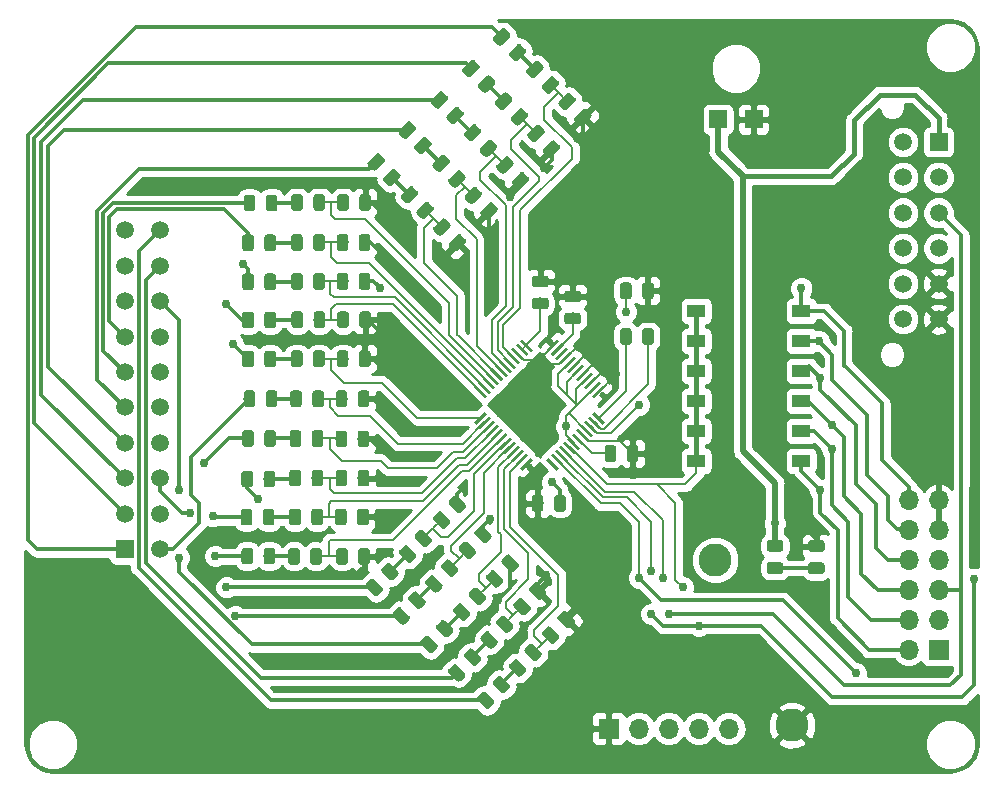
<source format=gbr>
%TF.GenerationSoftware,KiCad,Pcbnew,(5.0.0)*%
%TF.CreationDate,2019-06-08T16:18:30-05:00*%
%TF.ProjectId,BPSTemperature,42505354656D70657261747572652E6B,rev?*%
%TF.SameCoordinates,Original*%
%TF.FileFunction,Copper,L1,Top,Signal*%
%TF.FilePolarity,Positive*%
%FSLAX46Y46*%
G04 Gerber Fmt 4.6, Leading zero omitted, Abs format (unit mm)*
G04 Created by KiCad (PCBNEW (5.0.0)) date 06/08/19 16:18:30*
%MOMM*%
%LPD*%
G01*
G04 APERTURE LIST*
%ADD10O,1.700000X1.700000*%
%ADD11R,1.700000X1.700000*%
%ADD12R,1.500000X1.500000*%
%ADD13C,1.500000*%
%ADD14C,2.800000*%
%ADD15C,0.100000*%
%ADD16C,0.975000*%
%ADD17R,1.500000X1.100000*%
%ADD18C,0.250000*%
%ADD19C,0.762000*%
%ADD20C,0.203200*%
%ADD21C,0.304800*%
%ADD22C,0.381000*%
%ADD23C,0.508000*%
%ADD24C,0.254000*%
G04 APERTURE END LIST*
D10*
X128460000Y-111300000D03*
X131000000Y-111300000D03*
X128460000Y-113840000D03*
X131000000Y-113840000D03*
X128460000Y-116380000D03*
X131000000Y-116380000D03*
X128460000Y-118920000D03*
X131000000Y-118920000D03*
X128460000Y-121460000D03*
X131000000Y-121460000D03*
X128460000Y-124000000D03*
D11*
X131000000Y-124000000D03*
D12*
X131000000Y-81000000D03*
D13*
X131000000Y-84000000D03*
X131000000Y-87000000D03*
X131000000Y-90000000D03*
X131000000Y-93000000D03*
X131000000Y-96000000D03*
X128000000Y-81000000D03*
X128000000Y-84000000D03*
X128000000Y-87000000D03*
X128000000Y-90000000D03*
X128000000Y-93000000D03*
X128000000Y-96000000D03*
D14*
X118600000Y-130400000D03*
X112100000Y-116400000D03*
D15*
G36*
X99725890Y-76847932D02*
X99749551Y-76851442D01*
X99772755Y-76857254D01*
X99795277Y-76865312D01*
X99816901Y-76875540D01*
X99837418Y-76887837D01*
X99856631Y-76902087D01*
X99874355Y-76918151D01*
X100219070Y-77262866D01*
X100235134Y-77280590D01*
X100249384Y-77299803D01*
X100261681Y-77320320D01*
X100271909Y-77341944D01*
X100279967Y-77364466D01*
X100285779Y-77387670D01*
X100289289Y-77411331D01*
X100290463Y-77435223D01*
X100289289Y-77459115D01*
X100285779Y-77482776D01*
X100279967Y-77505980D01*
X100271909Y-77528502D01*
X100261681Y-77550126D01*
X100249384Y-77570643D01*
X100235134Y-77589856D01*
X100219070Y-77607580D01*
X99573835Y-78252815D01*
X99556111Y-78268879D01*
X99536898Y-78283129D01*
X99516381Y-78295426D01*
X99494757Y-78305654D01*
X99472235Y-78313712D01*
X99449031Y-78319524D01*
X99425370Y-78323034D01*
X99401478Y-78324208D01*
X99377586Y-78323034D01*
X99353925Y-78319524D01*
X99330721Y-78313712D01*
X99308199Y-78305654D01*
X99286575Y-78295426D01*
X99266058Y-78283129D01*
X99246845Y-78268879D01*
X99229121Y-78252815D01*
X98884406Y-77908100D01*
X98868342Y-77890376D01*
X98854092Y-77871163D01*
X98841795Y-77850646D01*
X98831567Y-77829022D01*
X98823509Y-77806500D01*
X98817697Y-77783296D01*
X98814187Y-77759635D01*
X98813013Y-77735743D01*
X98814187Y-77711851D01*
X98817697Y-77688190D01*
X98823509Y-77664986D01*
X98831567Y-77642464D01*
X98841795Y-77620840D01*
X98854092Y-77600323D01*
X98868342Y-77581110D01*
X98884406Y-77563386D01*
X99529641Y-76918151D01*
X99547365Y-76902087D01*
X99566578Y-76887837D01*
X99587095Y-76875540D01*
X99608719Y-76865312D01*
X99631241Y-76857254D01*
X99654445Y-76851442D01*
X99678106Y-76847932D01*
X99701998Y-76846758D01*
X99725890Y-76847932D01*
X99725890Y-76847932D01*
G37*
D16*
X99551738Y-77585483D03*
D15*
G36*
X101051716Y-78173758D02*
X101075377Y-78177268D01*
X101098581Y-78183080D01*
X101121103Y-78191138D01*
X101142727Y-78201366D01*
X101163244Y-78213663D01*
X101182457Y-78227913D01*
X101200181Y-78243977D01*
X101544896Y-78588692D01*
X101560960Y-78606416D01*
X101575210Y-78625629D01*
X101587507Y-78646146D01*
X101597735Y-78667770D01*
X101605793Y-78690292D01*
X101611605Y-78713496D01*
X101615115Y-78737157D01*
X101616289Y-78761049D01*
X101615115Y-78784941D01*
X101611605Y-78808602D01*
X101605793Y-78831806D01*
X101597735Y-78854328D01*
X101587507Y-78875952D01*
X101575210Y-78896469D01*
X101560960Y-78915682D01*
X101544896Y-78933406D01*
X100899661Y-79578641D01*
X100881937Y-79594705D01*
X100862724Y-79608955D01*
X100842207Y-79621252D01*
X100820583Y-79631480D01*
X100798061Y-79639538D01*
X100774857Y-79645350D01*
X100751196Y-79648860D01*
X100727304Y-79650034D01*
X100703412Y-79648860D01*
X100679751Y-79645350D01*
X100656547Y-79639538D01*
X100634025Y-79631480D01*
X100612401Y-79621252D01*
X100591884Y-79608955D01*
X100572671Y-79594705D01*
X100554947Y-79578641D01*
X100210232Y-79233926D01*
X100194168Y-79216202D01*
X100179918Y-79196989D01*
X100167621Y-79176472D01*
X100157393Y-79154848D01*
X100149335Y-79132326D01*
X100143523Y-79109122D01*
X100140013Y-79085461D01*
X100138839Y-79061569D01*
X100140013Y-79037677D01*
X100143523Y-79014016D01*
X100149335Y-78990812D01*
X100157393Y-78968290D01*
X100167621Y-78946666D01*
X100179918Y-78926149D01*
X100194168Y-78906936D01*
X100210232Y-78889212D01*
X100855467Y-78243977D01*
X100873191Y-78227913D01*
X100892404Y-78213663D01*
X100912921Y-78201366D01*
X100934545Y-78191138D01*
X100957067Y-78183080D01*
X100980271Y-78177268D01*
X101003932Y-78173758D01*
X101027824Y-78172584D01*
X101051716Y-78173758D01*
X101051716Y-78173758D01*
G37*
D16*
X100877564Y-78911309D03*
D15*
G36*
X98410647Y-80862271D02*
X98434308Y-80865781D01*
X98457512Y-80871593D01*
X98480034Y-80879651D01*
X98501658Y-80889879D01*
X98522175Y-80902176D01*
X98541388Y-80916426D01*
X98559112Y-80932490D01*
X98903827Y-81277205D01*
X98919891Y-81294929D01*
X98934141Y-81314142D01*
X98946438Y-81334659D01*
X98956666Y-81356283D01*
X98964724Y-81378805D01*
X98970536Y-81402009D01*
X98974046Y-81425670D01*
X98975220Y-81449562D01*
X98974046Y-81473454D01*
X98970536Y-81497115D01*
X98964724Y-81520319D01*
X98956666Y-81542841D01*
X98946438Y-81564465D01*
X98934141Y-81584982D01*
X98919891Y-81604195D01*
X98903827Y-81621919D01*
X98258592Y-82267154D01*
X98240868Y-82283218D01*
X98221655Y-82297468D01*
X98201138Y-82309765D01*
X98179514Y-82319993D01*
X98156992Y-82328051D01*
X98133788Y-82333863D01*
X98110127Y-82337373D01*
X98086235Y-82338547D01*
X98062343Y-82337373D01*
X98038682Y-82333863D01*
X98015478Y-82328051D01*
X97992956Y-82319993D01*
X97971332Y-82309765D01*
X97950815Y-82297468D01*
X97931602Y-82283218D01*
X97913878Y-82267154D01*
X97569163Y-81922439D01*
X97553099Y-81904715D01*
X97538849Y-81885502D01*
X97526552Y-81864985D01*
X97516324Y-81843361D01*
X97508266Y-81820839D01*
X97502454Y-81797635D01*
X97498944Y-81773974D01*
X97497770Y-81750082D01*
X97498944Y-81726190D01*
X97502454Y-81702529D01*
X97508266Y-81679325D01*
X97516324Y-81656803D01*
X97526552Y-81635179D01*
X97538849Y-81614662D01*
X97553099Y-81595449D01*
X97569163Y-81577725D01*
X98214398Y-80932490D01*
X98232122Y-80916426D01*
X98251335Y-80902176D01*
X98271852Y-80889879D01*
X98293476Y-80879651D01*
X98315998Y-80871593D01*
X98339202Y-80865781D01*
X98362863Y-80862271D01*
X98386755Y-80861097D01*
X98410647Y-80862271D01*
X98410647Y-80862271D01*
G37*
D16*
X98236495Y-81599822D03*
D15*
G36*
X97084821Y-79536445D02*
X97108482Y-79539955D01*
X97131686Y-79545767D01*
X97154208Y-79553825D01*
X97175832Y-79564053D01*
X97196349Y-79576350D01*
X97215562Y-79590600D01*
X97233286Y-79606664D01*
X97578001Y-79951379D01*
X97594065Y-79969103D01*
X97608315Y-79988316D01*
X97620612Y-80008833D01*
X97630840Y-80030457D01*
X97638898Y-80052979D01*
X97644710Y-80076183D01*
X97648220Y-80099844D01*
X97649394Y-80123736D01*
X97648220Y-80147628D01*
X97644710Y-80171289D01*
X97638898Y-80194493D01*
X97630840Y-80217015D01*
X97620612Y-80238639D01*
X97608315Y-80259156D01*
X97594065Y-80278369D01*
X97578001Y-80296093D01*
X96932766Y-80941328D01*
X96915042Y-80957392D01*
X96895829Y-80971642D01*
X96875312Y-80983939D01*
X96853688Y-80994167D01*
X96831166Y-81002225D01*
X96807962Y-81008037D01*
X96784301Y-81011547D01*
X96760409Y-81012721D01*
X96736517Y-81011547D01*
X96712856Y-81008037D01*
X96689652Y-81002225D01*
X96667130Y-80994167D01*
X96645506Y-80983939D01*
X96624989Y-80971642D01*
X96605776Y-80957392D01*
X96588052Y-80941328D01*
X96243337Y-80596613D01*
X96227273Y-80578889D01*
X96213023Y-80559676D01*
X96200726Y-80539159D01*
X96190498Y-80517535D01*
X96182440Y-80495013D01*
X96176628Y-80471809D01*
X96173118Y-80448148D01*
X96171944Y-80424256D01*
X96173118Y-80400364D01*
X96176628Y-80376703D01*
X96182440Y-80353499D01*
X96190498Y-80330977D01*
X96200726Y-80309353D01*
X96213023Y-80288836D01*
X96227273Y-80269623D01*
X96243337Y-80251899D01*
X96888572Y-79606664D01*
X96906296Y-79590600D01*
X96925509Y-79576350D01*
X96946026Y-79564053D01*
X96967650Y-79553825D01*
X96990172Y-79545767D01*
X97013376Y-79539955D01*
X97037037Y-79536445D01*
X97060929Y-79535271D01*
X97084821Y-79536445D01*
X97084821Y-79536445D01*
G37*
D16*
X96910669Y-80273996D03*
D15*
G36*
X94451880Y-82207926D02*
X94475541Y-82211436D01*
X94498745Y-82217248D01*
X94521267Y-82225306D01*
X94542891Y-82235534D01*
X94563408Y-82247831D01*
X94582621Y-82262081D01*
X94600345Y-82278145D01*
X94945060Y-82622860D01*
X94961124Y-82640584D01*
X94975374Y-82659797D01*
X94987671Y-82680314D01*
X94997899Y-82701938D01*
X95005957Y-82724460D01*
X95011769Y-82747664D01*
X95015279Y-82771325D01*
X95016453Y-82795217D01*
X95015279Y-82819109D01*
X95011769Y-82842770D01*
X95005957Y-82865974D01*
X94997899Y-82888496D01*
X94987671Y-82910120D01*
X94975374Y-82930637D01*
X94961124Y-82949850D01*
X94945060Y-82967574D01*
X94299825Y-83612809D01*
X94282101Y-83628873D01*
X94262888Y-83643123D01*
X94242371Y-83655420D01*
X94220747Y-83665648D01*
X94198225Y-83673706D01*
X94175021Y-83679518D01*
X94151360Y-83683028D01*
X94127468Y-83684202D01*
X94103576Y-83683028D01*
X94079915Y-83679518D01*
X94056711Y-83673706D01*
X94034189Y-83665648D01*
X94012565Y-83655420D01*
X93992048Y-83643123D01*
X93972835Y-83628873D01*
X93955111Y-83612809D01*
X93610396Y-83268094D01*
X93594332Y-83250370D01*
X93580082Y-83231157D01*
X93567785Y-83210640D01*
X93557557Y-83189016D01*
X93549499Y-83166494D01*
X93543687Y-83143290D01*
X93540177Y-83119629D01*
X93539003Y-83095737D01*
X93540177Y-83071845D01*
X93543687Y-83048184D01*
X93549499Y-83024980D01*
X93557557Y-83002458D01*
X93567785Y-82980834D01*
X93580082Y-82960317D01*
X93594332Y-82941104D01*
X93610396Y-82923380D01*
X94255631Y-82278145D01*
X94273355Y-82262081D01*
X94292568Y-82247831D01*
X94313085Y-82235534D01*
X94334709Y-82225306D01*
X94357231Y-82217248D01*
X94380435Y-82211436D01*
X94404096Y-82207926D01*
X94427988Y-82206752D01*
X94451880Y-82207926D01*
X94451880Y-82207926D01*
G37*
D16*
X94277728Y-82945477D03*
D15*
G36*
X95777706Y-83533752D02*
X95801367Y-83537262D01*
X95824571Y-83543074D01*
X95847093Y-83551132D01*
X95868717Y-83561360D01*
X95889234Y-83573657D01*
X95908447Y-83587907D01*
X95926171Y-83603971D01*
X96270886Y-83948686D01*
X96286950Y-83966410D01*
X96301200Y-83985623D01*
X96313497Y-84006140D01*
X96323725Y-84027764D01*
X96331783Y-84050286D01*
X96337595Y-84073490D01*
X96341105Y-84097151D01*
X96342279Y-84121043D01*
X96341105Y-84144935D01*
X96337595Y-84168596D01*
X96331783Y-84191800D01*
X96323725Y-84214322D01*
X96313497Y-84235946D01*
X96301200Y-84256463D01*
X96286950Y-84275676D01*
X96270886Y-84293400D01*
X95625651Y-84938635D01*
X95607927Y-84954699D01*
X95588714Y-84968949D01*
X95568197Y-84981246D01*
X95546573Y-84991474D01*
X95524051Y-84999532D01*
X95500847Y-85005344D01*
X95477186Y-85008854D01*
X95453294Y-85010028D01*
X95429402Y-85008854D01*
X95405741Y-85005344D01*
X95382537Y-84999532D01*
X95360015Y-84991474D01*
X95338391Y-84981246D01*
X95317874Y-84968949D01*
X95298661Y-84954699D01*
X95280937Y-84938635D01*
X94936222Y-84593920D01*
X94920158Y-84576196D01*
X94905908Y-84556983D01*
X94893611Y-84536466D01*
X94883383Y-84514842D01*
X94875325Y-84492320D01*
X94869513Y-84469116D01*
X94866003Y-84445455D01*
X94864829Y-84421563D01*
X94866003Y-84397671D01*
X94869513Y-84374010D01*
X94875325Y-84350806D01*
X94883383Y-84328284D01*
X94893611Y-84306660D01*
X94905908Y-84286143D01*
X94920158Y-84266930D01*
X94936222Y-84249206D01*
X95581457Y-83603971D01*
X95599181Y-83587907D01*
X95618394Y-83573657D01*
X95638911Y-83561360D01*
X95660535Y-83551132D01*
X95683057Y-83543074D01*
X95706261Y-83537262D01*
X95729922Y-83533752D01*
X95753814Y-83532578D01*
X95777706Y-83533752D01*
X95777706Y-83533752D01*
G37*
D16*
X95603554Y-84271303D03*
D15*
G36*
X93105775Y-86115275D02*
X93129436Y-86118785D01*
X93152640Y-86124597D01*
X93175162Y-86132655D01*
X93196786Y-86142883D01*
X93217303Y-86155180D01*
X93236516Y-86169430D01*
X93254240Y-86185494D01*
X93598955Y-86530209D01*
X93615019Y-86547933D01*
X93629269Y-86567146D01*
X93641566Y-86587663D01*
X93651794Y-86609287D01*
X93659852Y-86631809D01*
X93665664Y-86655013D01*
X93669174Y-86678674D01*
X93670348Y-86702566D01*
X93669174Y-86726458D01*
X93665664Y-86750119D01*
X93659852Y-86773323D01*
X93651794Y-86795845D01*
X93641566Y-86817469D01*
X93629269Y-86837986D01*
X93615019Y-86857199D01*
X93598955Y-86874923D01*
X92953720Y-87520158D01*
X92935996Y-87536222D01*
X92916783Y-87550472D01*
X92896266Y-87562769D01*
X92874642Y-87572997D01*
X92852120Y-87581055D01*
X92828916Y-87586867D01*
X92805255Y-87590377D01*
X92781363Y-87591551D01*
X92757471Y-87590377D01*
X92733810Y-87586867D01*
X92710606Y-87581055D01*
X92688084Y-87572997D01*
X92666460Y-87562769D01*
X92645943Y-87550472D01*
X92626730Y-87536222D01*
X92609006Y-87520158D01*
X92264291Y-87175443D01*
X92248227Y-87157719D01*
X92233977Y-87138506D01*
X92221680Y-87117989D01*
X92211452Y-87096365D01*
X92203394Y-87073843D01*
X92197582Y-87050639D01*
X92194072Y-87026978D01*
X92192898Y-87003086D01*
X92194072Y-86979194D01*
X92197582Y-86955533D01*
X92203394Y-86932329D01*
X92211452Y-86909807D01*
X92221680Y-86888183D01*
X92233977Y-86867666D01*
X92248227Y-86848453D01*
X92264291Y-86830729D01*
X92909526Y-86185494D01*
X92927250Y-86169430D01*
X92946463Y-86155180D01*
X92966980Y-86142883D01*
X92988604Y-86132655D01*
X93011126Y-86124597D01*
X93034330Y-86118785D01*
X93057991Y-86115275D01*
X93081883Y-86114101D01*
X93105775Y-86115275D01*
X93105775Y-86115275D01*
G37*
D16*
X92931623Y-86852826D03*
D15*
G36*
X91779949Y-84789449D02*
X91803610Y-84792959D01*
X91826814Y-84798771D01*
X91849336Y-84806829D01*
X91870960Y-84817057D01*
X91891477Y-84829354D01*
X91910690Y-84843604D01*
X91928414Y-84859668D01*
X92273129Y-85204383D01*
X92289193Y-85222107D01*
X92303443Y-85241320D01*
X92315740Y-85261837D01*
X92325968Y-85283461D01*
X92334026Y-85305983D01*
X92339838Y-85329187D01*
X92343348Y-85352848D01*
X92344522Y-85376740D01*
X92343348Y-85400632D01*
X92339838Y-85424293D01*
X92334026Y-85447497D01*
X92325968Y-85470019D01*
X92315740Y-85491643D01*
X92303443Y-85512160D01*
X92289193Y-85531373D01*
X92273129Y-85549097D01*
X91627894Y-86194332D01*
X91610170Y-86210396D01*
X91590957Y-86224646D01*
X91570440Y-86236943D01*
X91548816Y-86247171D01*
X91526294Y-86255229D01*
X91503090Y-86261041D01*
X91479429Y-86264551D01*
X91455537Y-86265725D01*
X91431645Y-86264551D01*
X91407984Y-86261041D01*
X91384780Y-86255229D01*
X91362258Y-86247171D01*
X91340634Y-86236943D01*
X91320117Y-86224646D01*
X91300904Y-86210396D01*
X91283180Y-86194332D01*
X90938465Y-85849617D01*
X90922401Y-85831893D01*
X90908151Y-85812680D01*
X90895854Y-85792163D01*
X90885626Y-85770539D01*
X90877568Y-85748017D01*
X90871756Y-85724813D01*
X90868246Y-85701152D01*
X90867072Y-85677260D01*
X90868246Y-85653368D01*
X90871756Y-85629707D01*
X90877568Y-85606503D01*
X90885626Y-85583981D01*
X90895854Y-85562357D01*
X90908151Y-85541840D01*
X90922401Y-85522627D01*
X90938465Y-85504903D01*
X91583700Y-84859668D01*
X91601424Y-84843604D01*
X91620637Y-84829354D01*
X91641154Y-84817057D01*
X91662778Y-84806829D01*
X91685300Y-84798771D01*
X91708504Y-84792959D01*
X91732165Y-84789449D01*
X91756057Y-84788275D01*
X91779949Y-84789449D01*
X91779949Y-84789449D01*
G37*
D16*
X91605797Y-85527000D03*
D15*
G36*
X89119630Y-87472176D02*
X89143291Y-87475686D01*
X89166495Y-87481498D01*
X89189017Y-87489556D01*
X89210641Y-87499784D01*
X89231158Y-87512081D01*
X89250371Y-87526331D01*
X89268095Y-87542395D01*
X89612810Y-87887110D01*
X89628874Y-87904834D01*
X89643124Y-87924047D01*
X89655421Y-87944564D01*
X89665649Y-87966188D01*
X89673707Y-87988710D01*
X89679519Y-88011914D01*
X89683029Y-88035575D01*
X89684203Y-88059467D01*
X89683029Y-88083359D01*
X89679519Y-88107020D01*
X89673707Y-88130224D01*
X89665649Y-88152746D01*
X89655421Y-88174370D01*
X89643124Y-88194887D01*
X89628874Y-88214100D01*
X89612810Y-88231824D01*
X88967575Y-88877059D01*
X88949851Y-88893123D01*
X88930638Y-88907373D01*
X88910121Y-88919670D01*
X88888497Y-88929898D01*
X88865975Y-88937956D01*
X88842771Y-88943768D01*
X88819110Y-88947278D01*
X88795218Y-88948452D01*
X88771326Y-88947278D01*
X88747665Y-88943768D01*
X88724461Y-88937956D01*
X88701939Y-88929898D01*
X88680315Y-88919670D01*
X88659798Y-88907373D01*
X88640585Y-88893123D01*
X88622861Y-88877059D01*
X88278146Y-88532344D01*
X88262082Y-88514620D01*
X88247832Y-88495407D01*
X88235535Y-88474890D01*
X88225307Y-88453266D01*
X88217249Y-88430744D01*
X88211437Y-88407540D01*
X88207927Y-88383879D01*
X88206753Y-88359987D01*
X88207927Y-88336095D01*
X88211437Y-88312434D01*
X88217249Y-88289230D01*
X88225307Y-88266708D01*
X88235535Y-88245084D01*
X88247832Y-88224567D01*
X88262082Y-88205354D01*
X88278146Y-88187630D01*
X88923381Y-87542395D01*
X88941105Y-87526331D01*
X88960318Y-87512081D01*
X88980835Y-87499784D01*
X89002459Y-87489556D01*
X89024981Y-87481498D01*
X89048185Y-87475686D01*
X89071846Y-87472176D01*
X89095738Y-87471002D01*
X89119630Y-87472176D01*
X89119630Y-87472176D01*
G37*
D16*
X88945478Y-88209727D03*
D15*
G36*
X90445456Y-88798002D02*
X90469117Y-88801512D01*
X90492321Y-88807324D01*
X90514843Y-88815382D01*
X90536467Y-88825610D01*
X90556984Y-88837907D01*
X90576197Y-88852157D01*
X90593921Y-88868221D01*
X90938636Y-89212936D01*
X90954700Y-89230660D01*
X90968950Y-89249873D01*
X90981247Y-89270390D01*
X90991475Y-89292014D01*
X90999533Y-89314536D01*
X91005345Y-89337740D01*
X91008855Y-89361401D01*
X91010029Y-89385293D01*
X91008855Y-89409185D01*
X91005345Y-89432846D01*
X90999533Y-89456050D01*
X90991475Y-89478572D01*
X90981247Y-89500196D01*
X90968950Y-89520713D01*
X90954700Y-89539926D01*
X90938636Y-89557650D01*
X90293401Y-90202885D01*
X90275677Y-90218949D01*
X90256464Y-90233199D01*
X90235947Y-90245496D01*
X90214323Y-90255724D01*
X90191801Y-90263782D01*
X90168597Y-90269594D01*
X90144936Y-90273104D01*
X90121044Y-90274278D01*
X90097152Y-90273104D01*
X90073491Y-90269594D01*
X90050287Y-90263782D01*
X90027765Y-90255724D01*
X90006141Y-90245496D01*
X89985624Y-90233199D01*
X89966411Y-90218949D01*
X89948687Y-90202885D01*
X89603972Y-89858170D01*
X89587908Y-89840446D01*
X89573658Y-89821233D01*
X89561361Y-89800716D01*
X89551133Y-89779092D01*
X89543075Y-89756570D01*
X89537263Y-89733366D01*
X89533753Y-89709705D01*
X89532579Y-89685813D01*
X89533753Y-89661921D01*
X89537263Y-89638260D01*
X89543075Y-89615056D01*
X89551133Y-89592534D01*
X89561361Y-89570910D01*
X89573658Y-89550393D01*
X89587908Y-89531180D01*
X89603972Y-89513456D01*
X90249207Y-88868221D01*
X90266931Y-88852157D01*
X90286144Y-88837907D01*
X90306661Y-88825610D01*
X90328285Y-88815382D01*
X90350807Y-88807324D01*
X90374011Y-88801512D01*
X90397672Y-88798002D01*
X90421564Y-88796828D01*
X90445456Y-88798002D01*
X90445456Y-88798002D01*
G37*
D16*
X90271304Y-89535553D03*
D15*
G36*
X82717705Y-85429089D02*
X82741366Y-85432599D01*
X82764570Y-85438411D01*
X82787092Y-85446469D01*
X82808716Y-85456697D01*
X82829233Y-85468994D01*
X82848446Y-85483244D01*
X82866170Y-85499308D01*
X82882234Y-85517032D01*
X82896484Y-85536245D01*
X82908781Y-85556762D01*
X82919009Y-85578386D01*
X82927067Y-85600908D01*
X82932879Y-85624112D01*
X82936389Y-85647773D01*
X82937563Y-85671665D01*
X82937563Y-86584165D01*
X82936389Y-86608057D01*
X82932879Y-86631718D01*
X82927067Y-86654922D01*
X82919009Y-86677444D01*
X82908781Y-86699068D01*
X82896484Y-86719585D01*
X82882234Y-86738798D01*
X82866170Y-86756522D01*
X82848446Y-86772586D01*
X82829233Y-86786836D01*
X82808716Y-86799133D01*
X82787092Y-86809361D01*
X82764570Y-86817419D01*
X82741366Y-86823231D01*
X82717705Y-86826741D01*
X82693813Y-86827915D01*
X82206313Y-86827915D01*
X82182421Y-86826741D01*
X82158760Y-86823231D01*
X82135556Y-86817419D01*
X82113034Y-86809361D01*
X82091410Y-86799133D01*
X82070893Y-86786836D01*
X82051680Y-86772586D01*
X82033956Y-86756522D01*
X82017892Y-86738798D01*
X82003642Y-86719585D01*
X81991345Y-86699068D01*
X81981117Y-86677444D01*
X81973059Y-86654922D01*
X81967247Y-86631718D01*
X81963737Y-86608057D01*
X81962563Y-86584165D01*
X81962563Y-85671665D01*
X81963737Y-85647773D01*
X81967247Y-85624112D01*
X81973059Y-85600908D01*
X81981117Y-85578386D01*
X81991345Y-85556762D01*
X82003642Y-85536245D01*
X82017892Y-85517032D01*
X82033956Y-85499308D01*
X82051680Y-85483244D01*
X82070893Y-85468994D01*
X82091410Y-85456697D01*
X82113034Y-85446469D01*
X82135556Y-85438411D01*
X82158760Y-85432599D01*
X82182421Y-85429089D01*
X82206313Y-85427915D01*
X82693813Y-85427915D01*
X82717705Y-85429089D01*
X82717705Y-85429089D01*
G37*
D16*
X82450063Y-86127915D03*
D15*
G36*
X80842705Y-85429089D02*
X80866366Y-85432599D01*
X80889570Y-85438411D01*
X80912092Y-85446469D01*
X80933716Y-85456697D01*
X80954233Y-85468994D01*
X80973446Y-85483244D01*
X80991170Y-85499308D01*
X81007234Y-85517032D01*
X81021484Y-85536245D01*
X81033781Y-85556762D01*
X81044009Y-85578386D01*
X81052067Y-85600908D01*
X81057879Y-85624112D01*
X81061389Y-85647773D01*
X81062563Y-85671665D01*
X81062563Y-86584165D01*
X81061389Y-86608057D01*
X81057879Y-86631718D01*
X81052067Y-86654922D01*
X81044009Y-86677444D01*
X81033781Y-86699068D01*
X81021484Y-86719585D01*
X81007234Y-86738798D01*
X80991170Y-86756522D01*
X80973446Y-86772586D01*
X80954233Y-86786836D01*
X80933716Y-86799133D01*
X80912092Y-86809361D01*
X80889570Y-86817419D01*
X80866366Y-86823231D01*
X80842705Y-86826741D01*
X80818813Y-86827915D01*
X80331313Y-86827915D01*
X80307421Y-86826741D01*
X80283760Y-86823231D01*
X80260556Y-86817419D01*
X80238034Y-86809361D01*
X80216410Y-86799133D01*
X80195893Y-86786836D01*
X80176680Y-86772586D01*
X80158956Y-86756522D01*
X80142892Y-86738798D01*
X80128642Y-86719585D01*
X80116345Y-86699068D01*
X80106117Y-86677444D01*
X80098059Y-86654922D01*
X80092247Y-86631718D01*
X80088737Y-86608057D01*
X80087563Y-86584165D01*
X80087563Y-85671665D01*
X80088737Y-85647773D01*
X80092247Y-85624112D01*
X80098059Y-85600908D01*
X80106117Y-85578386D01*
X80116345Y-85556762D01*
X80128642Y-85536245D01*
X80142892Y-85517032D01*
X80158956Y-85499308D01*
X80176680Y-85483244D01*
X80195893Y-85468994D01*
X80216410Y-85456697D01*
X80238034Y-85446469D01*
X80260556Y-85438411D01*
X80283760Y-85432599D01*
X80307421Y-85429089D01*
X80331313Y-85427915D01*
X80818813Y-85427915D01*
X80842705Y-85429089D01*
X80842705Y-85429089D01*
G37*
D16*
X80575063Y-86127915D03*
D15*
G36*
X80805440Y-88813305D02*
X80829101Y-88816815D01*
X80852305Y-88822627D01*
X80874827Y-88830685D01*
X80896451Y-88840913D01*
X80916968Y-88853210D01*
X80936181Y-88867460D01*
X80953905Y-88883524D01*
X80969969Y-88901248D01*
X80984219Y-88920461D01*
X80996516Y-88940978D01*
X81006744Y-88962602D01*
X81014802Y-88985124D01*
X81020614Y-89008328D01*
X81024124Y-89031989D01*
X81025298Y-89055881D01*
X81025298Y-89968381D01*
X81024124Y-89992273D01*
X81020614Y-90015934D01*
X81014802Y-90039138D01*
X81006744Y-90061660D01*
X80996516Y-90083284D01*
X80984219Y-90103801D01*
X80969969Y-90123014D01*
X80953905Y-90140738D01*
X80936181Y-90156802D01*
X80916968Y-90171052D01*
X80896451Y-90183349D01*
X80874827Y-90193577D01*
X80852305Y-90201635D01*
X80829101Y-90207447D01*
X80805440Y-90210957D01*
X80781548Y-90212131D01*
X80294048Y-90212131D01*
X80270156Y-90210957D01*
X80246495Y-90207447D01*
X80223291Y-90201635D01*
X80200769Y-90193577D01*
X80179145Y-90183349D01*
X80158628Y-90171052D01*
X80139415Y-90156802D01*
X80121691Y-90140738D01*
X80105627Y-90123014D01*
X80091377Y-90103801D01*
X80079080Y-90083284D01*
X80068852Y-90061660D01*
X80060794Y-90039138D01*
X80054982Y-90015934D01*
X80051472Y-89992273D01*
X80050298Y-89968381D01*
X80050298Y-89055881D01*
X80051472Y-89031989D01*
X80054982Y-89008328D01*
X80060794Y-88985124D01*
X80068852Y-88962602D01*
X80079080Y-88940978D01*
X80091377Y-88920461D01*
X80105627Y-88901248D01*
X80121691Y-88883524D01*
X80139415Y-88867460D01*
X80158628Y-88853210D01*
X80179145Y-88840913D01*
X80200769Y-88830685D01*
X80223291Y-88822627D01*
X80246495Y-88816815D01*
X80270156Y-88813305D01*
X80294048Y-88812131D01*
X80781548Y-88812131D01*
X80805440Y-88813305D01*
X80805440Y-88813305D01*
G37*
D16*
X80537798Y-89512131D03*
D15*
G36*
X82680440Y-88813305D02*
X82704101Y-88816815D01*
X82727305Y-88822627D01*
X82749827Y-88830685D01*
X82771451Y-88840913D01*
X82791968Y-88853210D01*
X82811181Y-88867460D01*
X82828905Y-88883524D01*
X82844969Y-88901248D01*
X82859219Y-88920461D01*
X82871516Y-88940978D01*
X82881744Y-88962602D01*
X82889802Y-88985124D01*
X82895614Y-89008328D01*
X82899124Y-89031989D01*
X82900298Y-89055881D01*
X82900298Y-89968381D01*
X82899124Y-89992273D01*
X82895614Y-90015934D01*
X82889802Y-90039138D01*
X82881744Y-90061660D01*
X82871516Y-90083284D01*
X82859219Y-90103801D01*
X82844969Y-90123014D01*
X82828905Y-90140738D01*
X82811181Y-90156802D01*
X82791968Y-90171052D01*
X82771451Y-90183349D01*
X82749827Y-90193577D01*
X82727305Y-90201635D01*
X82704101Y-90207447D01*
X82680440Y-90210957D01*
X82656548Y-90212131D01*
X82169048Y-90212131D01*
X82145156Y-90210957D01*
X82121495Y-90207447D01*
X82098291Y-90201635D01*
X82075769Y-90193577D01*
X82054145Y-90183349D01*
X82033628Y-90171052D01*
X82014415Y-90156802D01*
X81996691Y-90140738D01*
X81980627Y-90123014D01*
X81966377Y-90103801D01*
X81954080Y-90083284D01*
X81943852Y-90061660D01*
X81935794Y-90039138D01*
X81929982Y-90015934D01*
X81926472Y-89992273D01*
X81925298Y-89968381D01*
X81925298Y-89055881D01*
X81926472Y-89031989D01*
X81929982Y-89008328D01*
X81935794Y-88985124D01*
X81943852Y-88962602D01*
X81954080Y-88940978D01*
X81966377Y-88920461D01*
X81980627Y-88901248D01*
X81996691Y-88883524D01*
X82014415Y-88867460D01*
X82033628Y-88853210D01*
X82054145Y-88840913D01*
X82075769Y-88830685D01*
X82098291Y-88822627D01*
X82121495Y-88816815D01*
X82145156Y-88813305D01*
X82169048Y-88812131D01*
X82656548Y-88812131D01*
X82680440Y-88813305D01*
X82680440Y-88813305D01*
G37*
D16*
X82412798Y-89512131D03*
D15*
G36*
X82682445Y-92111119D02*
X82706106Y-92114629D01*
X82729310Y-92120441D01*
X82751832Y-92128499D01*
X82773456Y-92138727D01*
X82793973Y-92151024D01*
X82813186Y-92165274D01*
X82830910Y-92181338D01*
X82846974Y-92199062D01*
X82861224Y-92218275D01*
X82873521Y-92238792D01*
X82883749Y-92260416D01*
X82891807Y-92282938D01*
X82897619Y-92306142D01*
X82901129Y-92329803D01*
X82902303Y-92353695D01*
X82902303Y-93266195D01*
X82901129Y-93290087D01*
X82897619Y-93313748D01*
X82891807Y-93336952D01*
X82883749Y-93359474D01*
X82873521Y-93381098D01*
X82861224Y-93401615D01*
X82846974Y-93420828D01*
X82830910Y-93438552D01*
X82813186Y-93454616D01*
X82793973Y-93468866D01*
X82773456Y-93481163D01*
X82751832Y-93491391D01*
X82729310Y-93499449D01*
X82706106Y-93505261D01*
X82682445Y-93508771D01*
X82658553Y-93509945D01*
X82171053Y-93509945D01*
X82147161Y-93508771D01*
X82123500Y-93505261D01*
X82100296Y-93499449D01*
X82077774Y-93491391D01*
X82056150Y-93481163D01*
X82035633Y-93468866D01*
X82016420Y-93454616D01*
X81998696Y-93438552D01*
X81982632Y-93420828D01*
X81968382Y-93401615D01*
X81956085Y-93381098D01*
X81945857Y-93359474D01*
X81937799Y-93336952D01*
X81931987Y-93313748D01*
X81928477Y-93290087D01*
X81927303Y-93266195D01*
X81927303Y-92353695D01*
X81928477Y-92329803D01*
X81931987Y-92306142D01*
X81937799Y-92282938D01*
X81945857Y-92260416D01*
X81956085Y-92238792D01*
X81968382Y-92218275D01*
X81982632Y-92199062D01*
X81998696Y-92181338D01*
X82016420Y-92165274D01*
X82035633Y-92151024D01*
X82056150Y-92138727D01*
X82077774Y-92128499D01*
X82100296Y-92120441D01*
X82123500Y-92114629D01*
X82147161Y-92111119D01*
X82171053Y-92109945D01*
X82658553Y-92109945D01*
X82682445Y-92111119D01*
X82682445Y-92111119D01*
G37*
D16*
X82414803Y-92809945D03*
D15*
G36*
X80807445Y-92111119D02*
X80831106Y-92114629D01*
X80854310Y-92120441D01*
X80876832Y-92128499D01*
X80898456Y-92138727D01*
X80918973Y-92151024D01*
X80938186Y-92165274D01*
X80955910Y-92181338D01*
X80971974Y-92199062D01*
X80986224Y-92218275D01*
X80998521Y-92238792D01*
X81008749Y-92260416D01*
X81016807Y-92282938D01*
X81022619Y-92306142D01*
X81026129Y-92329803D01*
X81027303Y-92353695D01*
X81027303Y-93266195D01*
X81026129Y-93290087D01*
X81022619Y-93313748D01*
X81016807Y-93336952D01*
X81008749Y-93359474D01*
X80998521Y-93381098D01*
X80986224Y-93401615D01*
X80971974Y-93420828D01*
X80955910Y-93438552D01*
X80938186Y-93454616D01*
X80918973Y-93468866D01*
X80898456Y-93481163D01*
X80876832Y-93491391D01*
X80854310Y-93499449D01*
X80831106Y-93505261D01*
X80807445Y-93508771D01*
X80783553Y-93509945D01*
X80296053Y-93509945D01*
X80272161Y-93508771D01*
X80248500Y-93505261D01*
X80225296Y-93499449D01*
X80202774Y-93491391D01*
X80181150Y-93481163D01*
X80160633Y-93468866D01*
X80141420Y-93454616D01*
X80123696Y-93438552D01*
X80107632Y-93420828D01*
X80093382Y-93401615D01*
X80081085Y-93381098D01*
X80070857Y-93359474D01*
X80062799Y-93336952D01*
X80056987Y-93313748D01*
X80053477Y-93290087D01*
X80052303Y-93266195D01*
X80052303Y-92353695D01*
X80053477Y-92329803D01*
X80056987Y-92306142D01*
X80062799Y-92282938D01*
X80070857Y-92260416D01*
X80081085Y-92238792D01*
X80093382Y-92218275D01*
X80107632Y-92199062D01*
X80123696Y-92181338D01*
X80141420Y-92165274D01*
X80160633Y-92151024D01*
X80181150Y-92138727D01*
X80202774Y-92128499D01*
X80225296Y-92120441D01*
X80248500Y-92114629D01*
X80272161Y-92111119D01*
X80296053Y-92109945D01*
X80783553Y-92109945D01*
X80807445Y-92111119D01*
X80807445Y-92111119D01*
G37*
D16*
X80539803Y-92809945D03*
D15*
G36*
X80843126Y-95348763D02*
X80866787Y-95352273D01*
X80889991Y-95358085D01*
X80912513Y-95366143D01*
X80934137Y-95376371D01*
X80954654Y-95388668D01*
X80973867Y-95402918D01*
X80991591Y-95418982D01*
X81007655Y-95436706D01*
X81021905Y-95455919D01*
X81034202Y-95476436D01*
X81044430Y-95498060D01*
X81052488Y-95520582D01*
X81058300Y-95543786D01*
X81061810Y-95567447D01*
X81062984Y-95591339D01*
X81062984Y-96503839D01*
X81061810Y-96527731D01*
X81058300Y-96551392D01*
X81052488Y-96574596D01*
X81044430Y-96597118D01*
X81034202Y-96618742D01*
X81021905Y-96639259D01*
X81007655Y-96658472D01*
X80991591Y-96676196D01*
X80973867Y-96692260D01*
X80954654Y-96706510D01*
X80934137Y-96718807D01*
X80912513Y-96729035D01*
X80889991Y-96737093D01*
X80866787Y-96742905D01*
X80843126Y-96746415D01*
X80819234Y-96747589D01*
X80331734Y-96747589D01*
X80307842Y-96746415D01*
X80284181Y-96742905D01*
X80260977Y-96737093D01*
X80238455Y-96729035D01*
X80216831Y-96718807D01*
X80196314Y-96706510D01*
X80177101Y-96692260D01*
X80159377Y-96676196D01*
X80143313Y-96658472D01*
X80129063Y-96639259D01*
X80116766Y-96618742D01*
X80106538Y-96597118D01*
X80098480Y-96574596D01*
X80092668Y-96551392D01*
X80089158Y-96527731D01*
X80087984Y-96503839D01*
X80087984Y-95591339D01*
X80089158Y-95567447D01*
X80092668Y-95543786D01*
X80098480Y-95520582D01*
X80106538Y-95498060D01*
X80116766Y-95476436D01*
X80129063Y-95455919D01*
X80143313Y-95436706D01*
X80159377Y-95418982D01*
X80177101Y-95402918D01*
X80196314Y-95388668D01*
X80216831Y-95376371D01*
X80238455Y-95366143D01*
X80260977Y-95358085D01*
X80284181Y-95352273D01*
X80307842Y-95348763D01*
X80331734Y-95347589D01*
X80819234Y-95347589D01*
X80843126Y-95348763D01*
X80843126Y-95348763D01*
G37*
D16*
X80575484Y-96047589D03*
D15*
G36*
X82718126Y-95348763D02*
X82741787Y-95352273D01*
X82764991Y-95358085D01*
X82787513Y-95366143D01*
X82809137Y-95376371D01*
X82829654Y-95388668D01*
X82848867Y-95402918D01*
X82866591Y-95418982D01*
X82882655Y-95436706D01*
X82896905Y-95455919D01*
X82909202Y-95476436D01*
X82919430Y-95498060D01*
X82927488Y-95520582D01*
X82933300Y-95543786D01*
X82936810Y-95567447D01*
X82937984Y-95591339D01*
X82937984Y-96503839D01*
X82936810Y-96527731D01*
X82933300Y-96551392D01*
X82927488Y-96574596D01*
X82919430Y-96597118D01*
X82909202Y-96618742D01*
X82896905Y-96639259D01*
X82882655Y-96658472D01*
X82866591Y-96676196D01*
X82848867Y-96692260D01*
X82829654Y-96706510D01*
X82809137Y-96718807D01*
X82787513Y-96729035D01*
X82764991Y-96737093D01*
X82741787Y-96742905D01*
X82718126Y-96746415D01*
X82694234Y-96747589D01*
X82206734Y-96747589D01*
X82182842Y-96746415D01*
X82159181Y-96742905D01*
X82135977Y-96737093D01*
X82113455Y-96729035D01*
X82091831Y-96718807D01*
X82071314Y-96706510D01*
X82052101Y-96692260D01*
X82034377Y-96676196D01*
X82018313Y-96658472D01*
X82004063Y-96639259D01*
X81991766Y-96618742D01*
X81981538Y-96597118D01*
X81973480Y-96574596D01*
X81967668Y-96551392D01*
X81964158Y-96527731D01*
X81962984Y-96503839D01*
X81962984Y-95591339D01*
X81964158Y-95567447D01*
X81967668Y-95543786D01*
X81973480Y-95520582D01*
X81981538Y-95498060D01*
X81991766Y-95476436D01*
X82004063Y-95455919D01*
X82018313Y-95436706D01*
X82034377Y-95418982D01*
X82052101Y-95402918D01*
X82071314Y-95388668D01*
X82091831Y-95376371D01*
X82113455Y-95366143D01*
X82135977Y-95358085D01*
X82159181Y-95352273D01*
X82182842Y-95348763D01*
X82206734Y-95347589D01*
X82694234Y-95347589D01*
X82718126Y-95348763D01*
X82718126Y-95348763D01*
G37*
D16*
X82450484Y-96047589D03*
D15*
G36*
X82693034Y-98651598D02*
X82716695Y-98655108D01*
X82739899Y-98660920D01*
X82762421Y-98668978D01*
X82784045Y-98679206D01*
X82804562Y-98691503D01*
X82823775Y-98705753D01*
X82841499Y-98721817D01*
X82857563Y-98739541D01*
X82871813Y-98758754D01*
X82884110Y-98779271D01*
X82894338Y-98800895D01*
X82902396Y-98823417D01*
X82908208Y-98846621D01*
X82911718Y-98870282D01*
X82912892Y-98894174D01*
X82912892Y-99806674D01*
X82911718Y-99830566D01*
X82908208Y-99854227D01*
X82902396Y-99877431D01*
X82894338Y-99899953D01*
X82884110Y-99921577D01*
X82871813Y-99942094D01*
X82857563Y-99961307D01*
X82841499Y-99979031D01*
X82823775Y-99995095D01*
X82804562Y-100009345D01*
X82784045Y-100021642D01*
X82762421Y-100031870D01*
X82739899Y-100039928D01*
X82716695Y-100045740D01*
X82693034Y-100049250D01*
X82669142Y-100050424D01*
X82181642Y-100050424D01*
X82157750Y-100049250D01*
X82134089Y-100045740D01*
X82110885Y-100039928D01*
X82088363Y-100031870D01*
X82066739Y-100021642D01*
X82046222Y-100009345D01*
X82027009Y-99995095D01*
X82009285Y-99979031D01*
X81993221Y-99961307D01*
X81978971Y-99942094D01*
X81966674Y-99921577D01*
X81956446Y-99899953D01*
X81948388Y-99877431D01*
X81942576Y-99854227D01*
X81939066Y-99830566D01*
X81937892Y-99806674D01*
X81937892Y-98894174D01*
X81939066Y-98870282D01*
X81942576Y-98846621D01*
X81948388Y-98823417D01*
X81956446Y-98800895D01*
X81966674Y-98779271D01*
X81978971Y-98758754D01*
X81993221Y-98739541D01*
X82009285Y-98721817D01*
X82027009Y-98705753D01*
X82046222Y-98691503D01*
X82066739Y-98679206D01*
X82088363Y-98668978D01*
X82110885Y-98660920D01*
X82134089Y-98655108D01*
X82157750Y-98651598D01*
X82181642Y-98650424D01*
X82669142Y-98650424D01*
X82693034Y-98651598D01*
X82693034Y-98651598D01*
G37*
D16*
X82425392Y-99350424D03*
D15*
G36*
X80818034Y-98651598D02*
X80841695Y-98655108D01*
X80864899Y-98660920D01*
X80887421Y-98668978D01*
X80909045Y-98679206D01*
X80929562Y-98691503D01*
X80948775Y-98705753D01*
X80966499Y-98721817D01*
X80982563Y-98739541D01*
X80996813Y-98758754D01*
X81009110Y-98779271D01*
X81019338Y-98800895D01*
X81027396Y-98823417D01*
X81033208Y-98846621D01*
X81036718Y-98870282D01*
X81037892Y-98894174D01*
X81037892Y-99806674D01*
X81036718Y-99830566D01*
X81033208Y-99854227D01*
X81027396Y-99877431D01*
X81019338Y-99899953D01*
X81009110Y-99921577D01*
X80996813Y-99942094D01*
X80982563Y-99961307D01*
X80966499Y-99979031D01*
X80948775Y-99995095D01*
X80929562Y-100009345D01*
X80909045Y-100021642D01*
X80887421Y-100031870D01*
X80864899Y-100039928D01*
X80841695Y-100045740D01*
X80818034Y-100049250D01*
X80794142Y-100050424D01*
X80306642Y-100050424D01*
X80282750Y-100049250D01*
X80259089Y-100045740D01*
X80235885Y-100039928D01*
X80213363Y-100031870D01*
X80191739Y-100021642D01*
X80171222Y-100009345D01*
X80152009Y-99995095D01*
X80134285Y-99979031D01*
X80118221Y-99961307D01*
X80103971Y-99942094D01*
X80091674Y-99921577D01*
X80081446Y-99899953D01*
X80073388Y-99877431D01*
X80067576Y-99854227D01*
X80064066Y-99830566D01*
X80062892Y-99806674D01*
X80062892Y-98894174D01*
X80064066Y-98870282D01*
X80067576Y-98846621D01*
X80073388Y-98823417D01*
X80081446Y-98800895D01*
X80091674Y-98779271D01*
X80103971Y-98758754D01*
X80118221Y-98739541D01*
X80134285Y-98721817D01*
X80152009Y-98705753D01*
X80171222Y-98691503D01*
X80191739Y-98679206D01*
X80213363Y-98668978D01*
X80235885Y-98660920D01*
X80259089Y-98655108D01*
X80282750Y-98651598D01*
X80306642Y-98650424D01*
X80794142Y-98650424D01*
X80818034Y-98651598D01*
X80818034Y-98651598D01*
G37*
D16*
X80550392Y-99350424D03*
D15*
G36*
X80722142Y-102044174D02*
X80745803Y-102047684D01*
X80769007Y-102053496D01*
X80791529Y-102061554D01*
X80813153Y-102071782D01*
X80833670Y-102084079D01*
X80852883Y-102098329D01*
X80870607Y-102114393D01*
X80886671Y-102132117D01*
X80900921Y-102151330D01*
X80913218Y-102171847D01*
X80923446Y-102193471D01*
X80931504Y-102215993D01*
X80937316Y-102239197D01*
X80940826Y-102262858D01*
X80942000Y-102286750D01*
X80942000Y-103199250D01*
X80940826Y-103223142D01*
X80937316Y-103246803D01*
X80931504Y-103270007D01*
X80923446Y-103292529D01*
X80913218Y-103314153D01*
X80900921Y-103334670D01*
X80886671Y-103353883D01*
X80870607Y-103371607D01*
X80852883Y-103387671D01*
X80833670Y-103401921D01*
X80813153Y-103414218D01*
X80791529Y-103424446D01*
X80769007Y-103432504D01*
X80745803Y-103438316D01*
X80722142Y-103441826D01*
X80698250Y-103443000D01*
X80210750Y-103443000D01*
X80186858Y-103441826D01*
X80163197Y-103438316D01*
X80139993Y-103432504D01*
X80117471Y-103424446D01*
X80095847Y-103414218D01*
X80075330Y-103401921D01*
X80056117Y-103387671D01*
X80038393Y-103371607D01*
X80022329Y-103353883D01*
X80008079Y-103334670D01*
X79995782Y-103314153D01*
X79985554Y-103292529D01*
X79977496Y-103270007D01*
X79971684Y-103246803D01*
X79968174Y-103223142D01*
X79967000Y-103199250D01*
X79967000Y-102286750D01*
X79968174Y-102262858D01*
X79971684Y-102239197D01*
X79977496Y-102215993D01*
X79985554Y-102193471D01*
X79995782Y-102171847D01*
X80008079Y-102151330D01*
X80022329Y-102132117D01*
X80038393Y-102114393D01*
X80056117Y-102098329D01*
X80075330Y-102084079D01*
X80095847Y-102071782D01*
X80117471Y-102061554D01*
X80139993Y-102053496D01*
X80163197Y-102047684D01*
X80186858Y-102044174D01*
X80210750Y-102043000D01*
X80698250Y-102043000D01*
X80722142Y-102044174D01*
X80722142Y-102044174D01*
G37*
D16*
X80454500Y-102743000D03*
D15*
G36*
X82597142Y-102044174D02*
X82620803Y-102047684D01*
X82644007Y-102053496D01*
X82666529Y-102061554D01*
X82688153Y-102071782D01*
X82708670Y-102084079D01*
X82727883Y-102098329D01*
X82745607Y-102114393D01*
X82761671Y-102132117D01*
X82775921Y-102151330D01*
X82788218Y-102171847D01*
X82798446Y-102193471D01*
X82806504Y-102215993D01*
X82812316Y-102239197D01*
X82815826Y-102262858D01*
X82817000Y-102286750D01*
X82817000Y-103199250D01*
X82815826Y-103223142D01*
X82812316Y-103246803D01*
X82806504Y-103270007D01*
X82798446Y-103292529D01*
X82788218Y-103314153D01*
X82775921Y-103334670D01*
X82761671Y-103353883D01*
X82745607Y-103371607D01*
X82727883Y-103387671D01*
X82708670Y-103401921D01*
X82688153Y-103414218D01*
X82666529Y-103424446D01*
X82644007Y-103432504D01*
X82620803Y-103438316D01*
X82597142Y-103441826D01*
X82573250Y-103443000D01*
X82085750Y-103443000D01*
X82061858Y-103441826D01*
X82038197Y-103438316D01*
X82014993Y-103432504D01*
X81992471Y-103424446D01*
X81970847Y-103414218D01*
X81950330Y-103401921D01*
X81931117Y-103387671D01*
X81913393Y-103371607D01*
X81897329Y-103353883D01*
X81883079Y-103334670D01*
X81870782Y-103314153D01*
X81860554Y-103292529D01*
X81852496Y-103270007D01*
X81846684Y-103246803D01*
X81843174Y-103223142D01*
X81842000Y-103199250D01*
X81842000Y-102286750D01*
X81843174Y-102262858D01*
X81846684Y-102239197D01*
X81852496Y-102215993D01*
X81860554Y-102193471D01*
X81870782Y-102171847D01*
X81883079Y-102151330D01*
X81897329Y-102132117D01*
X81913393Y-102114393D01*
X81931117Y-102098329D01*
X81950330Y-102084079D01*
X81970847Y-102071782D01*
X81992471Y-102061554D01*
X82014993Y-102053496D01*
X82038197Y-102047684D01*
X82061858Y-102044174D01*
X82085750Y-102043000D01*
X82573250Y-102043000D01*
X82597142Y-102044174D01*
X82597142Y-102044174D01*
G37*
D16*
X82329500Y-102743000D03*
D15*
G36*
X82571742Y-105435074D02*
X82595403Y-105438584D01*
X82618607Y-105444396D01*
X82641129Y-105452454D01*
X82662753Y-105462682D01*
X82683270Y-105474979D01*
X82702483Y-105489229D01*
X82720207Y-105505293D01*
X82736271Y-105523017D01*
X82750521Y-105542230D01*
X82762818Y-105562747D01*
X82773046Y-105584371D01*
X82781104Y-105606893D01*
X82786916Y-105630097D01*
X82790426Y-105653758D01*
X82791600Y-105677650D01*
X82791600Y-106590150D01*
X82790426Y-106614042D01*
X82786916Y-106637703D01*
X82781104Y-106660907D01*
X82773046Y-106683429D01*
X82762818Y-106705053D01*
X82750521Y-106725570D01*
X82736271Y-106744783D01*
X82720207Y-106762507D01*
X82702483Y-106778571D01*
X82683270Y-106792821D01*
X82662753Y-106805118D01*
X82641129Y-106815346D01*
X82618607Y-106823404D01*
X82595403Y-106829216D01*
X82571742Y-106832726D01*
X82547850Y-106833900D01*
X82060350Y-106833900D01*
X82036458Y-106832726D01*
X82012797Y-106829216D01*
X81989593Y-106823404D01*
X81967071Y-106815346D01*
X81945447Y-106805118D01*
X81924930Y-106792821D01*
X81905717Y-106778571D01*
X81887993Y-106762507D01*
X81871929Y-106744783D01*
X81857679Y-106725570D01*
X81845382Y-106705053D01*
X81835154Y-106683429D01*
X81827096Y-106660907D01*
X81821284Y-106637703D01*
X81817774Y-106614042D01*
X81816600Y-106590150D01*
X81816600Y-105677650D01*
X81817774Y-105653758D01*
X81821284Y-105630097D01*
X81827096Y-105606893D01*
X81835154Y-105584371D01*
X81845382Y-105562747D01*
X81857679Y-105542230D01*
X81871929Y-105523017D01*
X81887993Y-105505293D01*
X81905717Y-105489229D01*
X81924930Y-105474979D01*
X81945447Y-105462682D01*
X81967071Y-105452454D01*
X81989593Y-105444396D01*
X82012797Y-105438584D01*
X82036458Y-105435074D01*
X82060350Y-105433900D01*
X82547850Y-105433900D01*
X82571742Y-105435074D01*
X82571742Y-105435074D01*
G37*
D16*
X82304100Y-106133900D03*
D15*
G36*
X80696742Y-105435074D02*
X80720403Y-105438584D01*
X80743607Y-105444396D01*
X80766129Y-105452454D01*
X80787753Y-105462682D01*
X80808270Y-105474979D01*
X80827483Y-105489229D01*
X80845207Y-105505293D01*
X80861271Y-105523017D01*
X80875521Y-105542230D01*
X80887818Y-105562747D01*
X80898046Y-105584371D01*
X80906104Y-105606893D01*
X80911916Y-105630097D01*
X80915426Y-105653758D01*
X80916600Y-105677650D01*
X80916600Y-106590150D01*
X80915426Y-106614042D01*
X80911916Y-106637703D01*
X80906104Y-106660907D01*
X80898046Y-106683429D01*
X80887818Y-106705053D01*
X80875521Y-106725570D01*
X80861271Y-106744783D01*
X80845207Y-106762507D01*
X80827483Y-106778571D01*
X80808270Y-106792821D01*
X80787753Y-106805118D01*
X80766129Y-106815346D01*
X80743607Y-106823404D01*
X80720403Y-106829216D01*
X80696742Y-106832726D01*
X80672850Y-106833900D01*
X80185350Y-106833900D01*
X80161458Y-106832726D01*
X80137797Y-106829216D01*
X80114593Y-106823404D01*
X80092071Y-106815346D01*
X80070447Y-106805118D01*
X80049930Y-106792821D01*
X80030717Y-106778571D01*
X80012993Y-106762507D01*
X79996929Y-106744783D01*
X79982679Y-106725570D01*
X79970382Y-106705053D01*
X79960154Y-106683429D01*
X79952096Y-106660907D01*
X79946284Y-106637703D01*
X79942774Y-106614042D01*
X79941600Y-106590150D01*
X79941600Y-105677650D01*
X79942774Y-105653758D01*
X79946284Y-105630097D01*
X79952096Y-105606893D01*
X79960154Y-105584371D01*
X79970382Y-105562747D01*
X79982679Y-105542230D01*
X79996929Y-105523017D01*
X80012993Y-105505293D01*
X80030717Y-105489229D01*
X80049930Y-105474979D01*
X80070447Y-105462682D01*
X80092071Y-105452454D01*
X80114593Y-105444396D01*
X80137797Y-105438584D01*
X80161458Y-105435074D01*
X80185350Y-105433900D01*
X80672850Y-105433900D01*
X80696742Y-105435074D01*
X80696742Y-105435074D01*
G37*
D16*
X80429100Y-106133900D03*
D15*
G36*
X80696742Y-108762474D02*
X80720403Y-108765984D01*
X80743607Y-108771796D01*
X80766129Y-108779854D01*
X80787753Y-108790082D01*
X80808270Y-108802379D01*
X80827483Y-108816629D01*
X80845207Y-108832693D01*
X80861271Y-108850417D01*
X80875521Y-108869630D01*
X80887818Y-108890147D01*
X80898046Y-108911771D01*
X80906104Y-108934293D01*
X80911916Y-108957497D01*
X80915426Y-108981158D01*
X80916600Y-109005050D01*
X80916600Y-109917550D01*
X80915426Y-109941442D01*
X80911916Y-109965103D01*
X80906104Y-109988307D01*
X80898046Y-110010829D01*
X80887818Y-110032453D01*
X80875521Y-110052970D01*
X80861271Y-110072183D01*
X80845207Y-110089907D01*
X80827483Y-110105971D01*
X80808270Y-110120221D01*
X80787753Y-110132518D01*
X80766129Y-110142746D01*
X80743607Y-110150804D01*
X80720403Y-110156616D01*
X80696742Y-110160126D01*
X80672850Y-110161300D01*
X80185350Y-110161300D01*
X80161458Y-110160126D01*
X80137797Y-110156616D01*
X80114593Y-110150804D01*
X80092071Y-110142746D01*
X80070447Y-110132518D01*
X80049930Y-110120221D01*
X80030717Y-110105971D01*
X80012993Y-110089907D01*
X79996929Y-110072183D01*
X79982679Y-110052970D01*
X79970382Y-110032453D01*
X79960154Y-110010829D01*
X79952096Y-109988307D01*
X79946284Y-109965103D01*
X79942774Y-109941442D01*
X79941600Y-109917550D01*
X79941600Y-109005050D01*
X79942774Y-108981158D01*
X79946284Y-108957497D01*
X79952096Y-108934293D01*
X79960154Y-108911771D01*
X79970382Y-108890147D01*
X79982679Y-108869630D01*
X79996929Y-108850417D01*
X80012993Y-108832693D01*
X80030717Y-108816629D01*
X80049930Y-108802379D01*
X80070447Y-108790082D01*
X80092071Y-108779854D01*
X80114593Y-108771796D01*
X80137797Y-108765984D01*
X80161458Y-108762474D01*
X80185350Y-108761300D01*
X80672850Y-108761300D01*
X80696742Y-108762474D01*
X80696742Y-108762474D01*
G37*
D16*
X80429100Y-109461300D03*
D15*
G36*
X82571742Y-108762474D02*
X82595403Y-108765984D01*
X82618607Y-108771796D01*
X82641129Y-108779854D01*
X82662753Y-108790082D01*
X82683270Y-108802379D01*
X82702483Y-108816629D01*
X82720207Y-108832693D01*
X82736271Y-108850417D01*
X82750521Y-108869630D01*
X82762818Y-108890147D01*
X82773046Y-108911771D01*
X82781104Y-108934293D01*
X82786916Y-108957497D01*
X82790426Y-108981158D01*
X82791600Y-109005050D01*
X82791600Y-109917550D01*
X82790426Y-109941442D01*
X82786916Y-109965103D01*
X82781104Y-109988307D01*
X82773046Y-110010829D01*
X82762818Y-110032453D01*
X82750521Y-110052970D01*
X82736271Y-110072183D01*
X82720207Y-110089907D01*
X82702483Y-110105971D01*
X82683270Y-110120221D01*
X82662753Y-110132518D01*
X82641129Y-110142746D01*
X82618607Y-110150804D01*
X82595403Y-110156616D01*
X82571742Y-110160126D01*
X82547850Y-110161300D01*
X82060350Y-110161300D01*
X82036458Y-110160126D01*
X82012797Y-110156616D01*
X81989593Y-110150804D01*
X81967071Y-110142746D01*
X81945447Y-110132518D01*
X81924930Y-110120221D01*
X81905717Y-110105971D01*
X81887993Y-110089907D01*
X81871929Y-110072183D01*
X81857679Y-110052970D01*
X81845382Y-110032453D01*
X81835154Y-110010829D01*
X81827096Y-109988307D01*
X81821284Y-109965103D01*
X81817774Y-109941442D01*
X81816600Y-109917550D01*
X81816600Y-109005050D01*
X81817774Y-108981158D01*
X81821284Y-108957497D01*
X81827096Y-108934293D01*
X81835154Y-108911771D01*
X81845382Y-108890147D01*
X81857679Y-108869630D01*
X81871929Y-108850417D01*
X81887993Y-108832693D01*
X81905717Y-108816629D01*
X81924930Y-108802379D01*
X81945447Y-108790082D01*
X81967071Y-108779854D01*
X81989593Y-108771796D01*
X82012797Y-108765984D01*
X82036458Y-108762474D01*
X82060350Y-108761300D01*
X82547850Y-108761300D01*
X82571742Y-108762474D01*
X82571742Y-108762474D01*
G37*
D16*
X82304100Y-109461300D03*
D15*
G36*
X82535942Y-112039074D02*
X82559603Y-112042584D01*
X82582807Y-112048396D01*
X82605329Y-112056454D01*
X82626953Y-112066682D01*
X82647470Y-112078979D01*
X82666683Y-112093229D01*
X82684407Y-112109293D01*
X82700471Y-112127017D01*
X82714721Y-112146230D01*
X82727018Y-112166747D01*
X82737246Y-112188371D01*
X82745304Y-112210893D01*
X82751116Y-112234097D01*
X82754626Y-112257758D01*
X82755800Y-112281650D01*
X82755800Y-113194150D01*
X82754626Y-113218042D01*
X82751116Y-113241703D01*
X82745304Y-113264907D01*
X82737246Y-113287429D01*
X82727018Y-113309053D01*
X82714721Y-113329570D01*
X82700471Y-113348783D01*
X82684407Y-113366507D01*
X82666683Y-113382571D01*
X82647470Y-113396821D01*
X82626953Y-113409118D01*
X82605329Y-113419346D01*
X82582807Y-113427404D01*
X82559603Y-113433216D01*
X82535942Y-113436726D01*
X82512050Y-113437900D01*
X82024550Y-113437900D01*
X82000658Y-113436726D01*
X81976997Y-113433216D01*
X81953793Y-113427404D01*
X81931271Y-113419346D01*
X81909647Y-113409118D01*
X81889130Y-113396821D01*
X81869917Y-113382571D01*
X81852193Y-113366507D01*
X81836129Y-113348783D01*
X81821879Y-113329570D01*
X81809582Y-113309053D01*
X81799354Y-113287429D01*
X81791296Y-113264907D01*
X81785484Y-113241703D01*
X81781974Y-113218042D01*
X81780800Y-113194150D01*
X81780800Y-112281650D01*
X81781974Y-112257758D01*
X81785484Y-112234097D01*
X81791296Y-112210893D01*
X81799354Y-112188371D01*
X81809582Y-112166747D01*
X81821879Y-112146230D01*
X81836129Y-112127017D01*
X81852193Y-112109293D01*
X81869917Y-112093229D01*
X81889130Y-112078979D01*
X81909647Y-112066682D01*
X81931271Y-112056454D01*
X81953793Y-112048396D01*
X81976997Y-112042584D01*
X82000658Y-112039074D01*
X82024550Y-112037900D01*
X82512050Y-112037900D01*
X82535942Y-112039074D01*
X82535942Y-112039074D01*
G37*
D16*
X82268300Y-112737900D03*
D15*
G36*
X80660942Y-112039074D02*
X80684603Y-112042584D01*
X80707807Y-112048396D01*
X80730329Y-112056454D01*
X80751953Y-112066682D01*
X80772470Y-112078979D01*
X80791683Y-112093229D01*
X80809407Y-112109293D01*
X80825471Y-112127017D01*
X80839721Y-112146230D01*
X80852018Y-112166747D01*
X80862246Y-112188371D01*
X80870304Y-112210893D01*
X80876116Y-112234097D01*
X80879626Y-112257758D01*
X80880800Y-112281650D01*
X80880800Y-113194150D01*
X80879626Y-113218042D01*
X80876116Y-113241703D01*
X80870304Y-113264907D01*
X80862246Y-113287429D01*
X80852018Y-113309053D01*
X80839721Y-113329570D01*
X80825471Y-113348783D01*
X80809407Y-113366507D01*
X80791683Y-113382571D01*
X80772470Y-113396821D01*
X80751953Y-113409118D01*
X80730329Y-113419346D01*
X80707807Y-113427404D01*
X80684603Y-113433216D01*
X80660942Y-113436726D01*
X80637050Y-113437900D01*
X80149550Y-113437900D01*
X80125658Y-113436726D01*
X80101997Y-113433216D01*
X80078793Y-113427404D01*
X80056271Y-113419346D01*
X80034647Y-113409118D01*
X80014130Y-113396821D01*
X79994917Y-113382571D01*
X79977193Y-113366507D01*
X79961129Y-113348783D01*
X79946879Y-113329570D01*
X79934582Y-113309053D01*
X79924354Y-113287429D01*
X79916296Y-113264907D01*
X79910484Y-113241703D01*
X79906974Y-113218042D01*
X79905800Y-113194150D01*
X79905800Y-112281650D01*
X79906974Y-112257758D01*
X79910484Y-112234097D01*
X79916296Y-112210893D01*
X79924354Y-112188371D01*
X79934582Y-112166747D01*
X79946879Y-112146230D01*
X79961129Y-112127017D01*
X79977193Y-112109293D01*
X79994917Y-112093229D01*
X80014130Y-112078979D01*
X80034647Y-112066682D01*
X80056271Y-112056454D01*
X80078793Y-112048396D01*
X80101997Y-112042584D01*
X80125658Y-112039074D01*
X80149550Y-112037900D01*
X80637050Y-112037900D01*
X80660942Y-112039074D01*
X80660942Y-112039074D01*
G37*
D16*
X80393300Y-112737900D03*
D15*
G36*
X80747542Y-115391874D02*
X80771203Y-115395384D01*
X80794407Y-115401196D01*
X80816929Y-115409254D01*
X80838553Y-115419482D01*
X80859070Y-115431779D01*
X80878283Y-115446029D01*
X80896007Y-115462093D01*
X80912071Y-115479817D01*
X80926321Y-115499030D01*
X80938618Y-115519547D01*
X80948846Y-115541171D01*
X80956904Y-115563693D01*
X80962716Y-115586897D01*
X80966226Y-115610558D01*
X80967400Y-115634450D01*
X80967400Y-116546950D01*
X80966226Y-116570842D01*
X80962716Y-116594503D01*
X80956904Y-116617707D01*
X80948846Y-116640229D01*
X80938618Y-116661853D01*
X80926321Y-116682370D01*
X80912071Y-116701583D01*
X80896007Y-116719307D01*
X80878283Y-116735371D01*
X80859070Y-116749621D01*
X80838553Y-116761918D01*
X80816929Y-116772146D01*
X80794407Y-116780204D01*
X80771203Y-116786016D01*
X80747542Y-116789526D01*
X80723650Y-116790700D01*
X80236150Y-116790700D01*
X80212258Y-116789526D01*
X80188597Y-116786016D01*
X80165393Y-116780204D01*
X80142871Y-116772146D01*
X80121247Y-116761918D01*
X80100730Y-116749621D01*
X80081517Y-116735371D01*
X80063793Y-116719307D01*
X80047729Y-116701583D01*
X80033479Y-116682370D01*
X80021182Y-116661853D01*
X80010954Y-116640229D01*
X80002896Y-116617707D01*
X79997084Y-116594503D01*
X79993574Y-116570842D01*
X79992400Y-116546950D01*
X79992400Y-115634450D01*
X79993574Y-115610558D01*
X79997084Y-115586897D01*
X80002896Y-115563693D01*
X80010954Y-115541171D01*
X80021182Y-115519547D01*
X80033479Y-115499030D01*
X80047729Y-115479817D01*
X80063793Y-115462093D01*
X80081517Y-115446029D01*
X80100730Y-115431779D01*
X80121247Y-115419482D01*
X80142871Y-115409254D01*
X80165393Y-115401196D01*
X80188597Y-115395384D01*
X80212258Y-115391874D01*
X80236150Y-115390700D01*
X80723650Y-115390700D01*
X80747542Y-115391874D01*
X80747542Y-115391874D01*
G37*
D16*
X80479900Y-116090700D03*
D15*
G36*
X82622542Y-115391874D02*
X82646203Y-115395384D01*
X82669407Y-115401196D01*
X82691929Y-115409254D01*
X82713553Y-115419482D01*
X82734070Y-115431779D01*
X82753283Y-115446029D01*
X82771007Y-115462093D01*
X82787071Y-115479817D01*
X82801321Y-115499030D01*
X82813618Y-115519547D01*
X82823846Y-115541171D01*
X82831904Y-115563693D01*
X82837716Y-115586897D01*
X82841226Y-115610558D01*
X82842400Y-115634450D01*
X82842400Y-116546950D01*
X82841226Y-116570842D01*
X82837716Y-116594503D01*
X82831904Y-116617707D01*
X82823846Y-116640229D01*
X82813618Y-116661853D01*
X82801321Y-116682370D01*
X82787071Y-116701583D01*
X82771007Y-116719307D01*
X82753283Y-116735371D01*
X82734070Y-116749621D01*
X82713553Y-116761918D01*
X82691929Y-116772146D01*
X82669407Y-116780204D01*
X82646203Y-116786016D01*
X82622542Y-116789526D01*
X82598650Y-116790700D01*
X82111150Y-116790700D01*
X82087258Y-116789526D01*
X82063597Y-116786016D01*
X82040393Y-116780204D01*
X82017871Y-116772146D01*
X81996247Y-116761918D01*
X81975730Y-116749621D01*
X81956517Y-116735371D01*
X81938793Y-116719307D01*
X81922729Y-116701583D01*
X81908479Y-116682370D01*
X81896182Y-116661853D01*
X81885954Y-116640229D01*
X81877896Y-116617707D01*
X81872084Y-116594503D01*
X81868574Y-116570842D01*
X81867400Y-116546950D01*
X81867400Y-115634450D01*
X81868574Y-115610558D01*
X81872084Y-115586897D01*
X81877896Y-115563693D01*
X81885954Y-115541171D01*
X81896182Y-115519547D01*
X81908479Y-115499030D01*
X81922729Y-115479817D01*
X81938793Y-115462093D01*
X81956517Y-115446029D01*
X81975730Y-115431779D01*
X81996247Y-115419482D01*
X82017871Y-115409254D01*
X82040393Y-115401196D01*
X82063597Y-115395384D01*
X82087258Y-115391874D01*
X82111150Y-115390700D01*
X82598650Y-115390700D01*
X82622542Y-115391874D01*
X82622542Y-115391874D01*
G37*
D16*
X82354900Y-116090700D03*
D15*
G36*
X90123467Y-110947122D02*
X90147128Y-110950632D01*
X90170332Y-110956444D01*
X90192854Y-110964502D01*
X90214478Y-110974730D01*
X90234995Y-110987027D01*
X90254208Y-111001277D01*
X90271932Y-111017341D01*
X90917167Y-111662576D01*
X90933231Y-111680300D01*
X90947481Y-111699513D01*
X90959778Y-111720030D01*
X90970006Y-111741654D01*
X90978064Y-111764176D01*
X90983876Y-111787380D01*
X90987386Y-111811041D01*
X90988560Y-111834933D01*
X90987386Y-111858825D01*
X90983876Y-111882486D01*
X90978064Y-111905690D01*
X90970006Y-111928212D01*
X90959778Y-111949836D01*
X90947481Y-111970353D01*
X90933231Y-111989566D01*
X90917167Y-112007290D01*
X90572452Y-112352005D01*
X90554728Y-112368069D01*
X90535515Y-112382319D01*
X90514998Y-112394616D01*
X90493374Y-112404844D01*
X90470852Y-112412902D01*
X90447648Y-112418714D01*
X90423987Y-112422224D01*
X90400095Y-112423398D01*
X90376203Y-112422224D01*
X90352542Y-112418714D01*
X90329338Y-112412902D01*
X90306816Y-112404844D01*
X90285192Y-112394616D01*
X90264675Y-112382319D01*
X90245462Y-112368069D01*
X90227738Y-112352005D01*
X89582503Y-111706770D01*
X89566439Y-111689046D01*
X89552189Y-111669833D01*
X89539892Y-111649316D01*
X89529664Y-111627692D01*
X89521606Y-111605170D01*
X89515794Y-111581966D01*
X89512284Y-111558305D01*
X89511110Y-111534413D01*
X89512284Y-111510521D01*
X89515794Y-111486860D01*
X89521606Y-111463656D01*
X89529664Y-111441134D01*
X89539892Y-111419510D01*
X89552189Y-111398993D01*
X89566439Y-111379780D01*
X89582503Y-111362056D01*
X89927218Y-111017341D01*
X89944942Y-111001277D01*
X89964155Y-110987027D01*
X89984672Y-110974730D01*
X90006296Y-110964502D01*
X90028818Y-110956444D01*
X90052022Y-110950632D01*
X90075683Y-110947122D01*
X90099575Y-110945948D01*
X90123467Y-110947122D01*
X90123467Y-110947122D01*
G37*
D16*
X90249835Y-111684673D03*
D15*
G36*
X88797641Y-112272948D02*
X88821302Y-112276458D01*
X88844506Y-112282270D01*
X88867028Y-112290328D01*
X88888652Y-112300556D01*
X88909169Y-112312853D01*
X88928382Y-112327103D01*
X88946106Y-112343167D01*
X89591341Y-112988402D01*
X89607405Y-113006126D01*
X89621655Y-113025339D01*
X89633952Y-113045856D01*
X89644180Y-113067480D01*
X89652238Y-113090002D01*
X89658050Y-113113206D01*
X89661560Y-113136867D01*
X89662734Y-113160759D01*
X89661560Y-113184651D01*
X89658050Y-113208312D01*
X89652238Y-113231516D01*
X89644180Y-113254038D01*
X89633952Y-113275662D01*
X89621655Y-113296179D01*
X89607405Y-113315392D01*
X89591341Y-113333116D01*
X89246626Y-113677831D01*
X89228902Y-113693895D01*
X89209689Y-113708145D01*
X89189172Y-113720442D01*
X89167548Y-113730670D01*
X89145026Y-113738728D01*
X89121822Y-113744540D01*
X89098161Y-113748050D01*
X89074269Y-113749224D01*
X89050377Y-113748050D01*
X89026716Y-113744540D01*
X89003512Y-113738728D01*
X88980990Y-113730670D01*
X88959366Y-113720442D01*
X88938849Y-113708145D01*
X88919636Y-113693895D01*
X88901912Y-113677831D01*
X88256677Y-113032596D01*
X88240613Y-113014872D01*
X88226363Y-112995659D01*
X88214066Y-112975142D01*
X88203838Y-112953518D01*
X88195780Y-112930996D01*
X88189968Y-112907792D01*
X88186458Y-112884131D01*
X88185284Y-112860239D01*
X88186458Y-112836347D01*
X88189968Y-112812686D01*
X88195780Y-112789482D01*
X88203838Y-112766960D01*
X88214066Y-112745336D01*
X88226363Y-112724819D01*
X88240613Y-112705606D01*
X88256677Y-112687882D01*
X88601392Y-112343167D01*
X88619116Y-112327103D01*
X88638329Y-112312853D01*
X88658846Y-112300556D01*
X88680470Y-112290328D01*
X88702992Y-112282270D01*
X88726196Y-112276458D01*
X88749857Y-112272948D01*
X88773749Y-112271774D01*
X88797641Y-112272948D01*
X88797641Y-112272948D01*
G37*
D16*
X88924009Y-113010499D03*
D15*
G36*
X90969587Y-114834235D02*
X90993248Y-114837745D01*
X91016452Y-114843557D01*
X91038974Y-114851615D01*
X91060598Y-114861843D01*
X91081115Y-114874140D01*
X91100328Y-114888390D01*
X91118052Y-114904454D01*
X91763287Y-115549689D01*
X91779351Y-115567413D01*
X91793601Y-115586626D01*
X91805898Y-115607143D01*
X91816126Y-115628767D01*
X91824184Y-115651289D01*
X91829996Y-115674493D01*
X91833506Y-115698154D01*
X91834680Y-115722046D01*
X91833506Y-115745938D01*
X91829996Y-115769599D01*
X91824184Y-115792803D01*
X91816126Y-115815325D01*
X91805898Y-115836949D01*
X91793601Y-115857466D01*
X91779351Y-115876679D01*
X91763287Y-115894403D01*
X91418572Y-116239118D01*
X91400848Y-116255182D01*
X91381635Y-116269432D01*
X91361118Y-116281729D01*
X91339494Y-116291957D01*
X91316972Y-116300015D01*
X91293768Y-116305827D01*
X91270107Y-116309337D01*
X91246215Y-116310511D01*
X91222323Y-116309337D01*
X91198662Y-116305827D01*
X91175458Y-116300015D01*
X91152936Y-116291957D01*
X91131312Y-116281729D01*
X91110795Y-116269432D01*
X91091582Y-116255182D01*
X91073858Y-116239118D01*
X90428623Y-115593883D01*
X90412559Y-115576159D01*
X90398309Y-115556946D01*
X90386012Y-115536429D01*
X90375784Y-115514805D01*
X90367726Y-115492283D01*
X90361914Y-115469079D01*
X90358404Y-115445418D01*
X90357230Y-115421526D01*
X90358404Y-115397634D01*
X90361914Y-115373973D01*
X90367726Y-115350769D01*
X90375784Y-115328247D01*
X90386012Y-115306623D01*
X90398309Y-115286106D01*
X90412559Y-115266893D01*
X90428623Y-115249169D01*
X90773338Y-114904454D01*
X90791062Y-114888390D01*
X90810275Y-114874140D01*
X90830792Y-114861843D01*
X90852416Y-114851615D01*
X90874938Y-114843557D01*
X90898142Y-114837745D01*
X90921803Y-114834235D01*
X90945695Y-114833061D01*
X90969587Y-114834235D01*
X90969587Y-114834235D01*
G37*
D16*
X91095955Y-115571786D03*
D15*
G36*
X92295413Y-113508409D02*
X92319074Y-113511919D01*
X92342278Y-113517731D01*
X92364800Y-113525789D01*
X92386424Y-113536017D01*
X92406941Y-113548314D01*
X92426154Y-113562564D01*
X92443878Y-113578628D01*
X93089113Y-114223863D01*
X93105177Y-114241587D01*
X93119427Y-114260800D01*
X93131724Y-114281317D01*
X93141952Y-114302941D01*
X93150010Y-114325463D01*
X93155822Y-114348667D01*
X93159332Y-114372328D01*
X93160506Y-114396220D01*
X93159332Y-114420112D01*
X93155822Y-114443773D01*
X93150010Y-114466977D01*
X93141952Y-114489499D01*
X93131724Y-114511123D01*
X93119427Y-114531640D01*
X93105177Y-114550853D01*
X93089113Y-114568577D01*
X92744398Y-114913292D01*
X92726674Y-114929356D01*
X92707461Y-114943606D01*
X92686944Y-114955903D01*
X92665320Y-114966131D01*
X92642798Y-114974189D01*
X92619594Y-114980001D01*
X92595933Y-114983511D01*
X92572041Y-114984685D01*
X92548149Y-114983511D01*
X92524488Y-114980001D01*
X92501284Y-114974189D01*
X92478762Y-114966131D01*
X92457138Y-114955903D01*
X92436621Y-114943606D01*
X92417408Y-114929356D01*
X92399684Y-114913292D01*
X91754449Y-114268057D01*
X91738385Y-114250333D01*
X91724135Y-114231120D01*
X91711838Y-114210603D01*
X91701610Y-114188979D01*
X91693552Y-114166457D01*
X91687740Y-114143253D01*
X91684230Y-114119592D01*
X91683056Y-114095700D01*
X91684230Y-114071808D01*
X91687740Y-114048147D01*
X91693552Y-114024943D01*
X91701610Y-114002421D01*
X91711838Y-113980797D01*
X91724135Y-113960280D01*
X91738385Y-113941067D01*
X91754449Y-113923343D01*
X92099164Y-113578628D01*
X92116888Y-113562564D01*
X92136101Y-113548314D01*
X92156618Y-113536017D01*
X92178242Y-113525789D01*
X92200764Y-113517731D01*
X92223968Y-113511919D01*
X92247629Y-113508409D01*
X92271521Y-113507235D01*
X92295413Y-113508409D01*
X92295413Y-113508409D01*
G37*
D16*
X92421781Y-114245960D03*
D15*
G36*
X94605953Y-115929826D02*
X94629614Y-115933336D01*
X94652818Y-115939148D01*
X94675340Y-115947206D01*
X94696964Y-115957434D01*
X94717481Y-115969731D01*
X94736694Y-115983981D01*
X94754418Y-116000045D01*
X95399653Y-116645280D01*
X95415717Y-116663004D01*
X95429967Y-116682217D01*
X95442264Y-116702734D01*
X95452492Y-116724358D01*
X95460550Y-116746880D01*
X95466362Y-116770084D01*
X95469872Y-116793745D01*
X95471046Y-116817637D01*
X95469872Y-116841529D01*
X95466362Y-116865190D01*
X95460550Y-116888394D01*
X95452492Y-116910916D01*
X95442264Y-116932540D01*
X95429967Y-116953057D01*
X95415717Y-116972270D01*
X95399653Y-116989994D01*
X95054938Y-117334709D01*
X95037214Y-117350773D01*
X95018001Y-117365023D01*
X94997484Y-117377320D01*
X94975860Y-117387548D01*
X94953338Y-117395606D01*
X94930134Y-117401418D01*
X94906473Y-117404928D01*
X94882581Y-117406102D01*
X94858689Y-117404928D01*
X94835028Y-117401418D01*
X94811824Y-117395606D01*
X94789302Y-117387548D01*
X94767678Y-117377320D01*
X94747161Y-117365023D01*
X94727948Y-117350773D01*
X94710224Y-117334709D01*
X94064989Y-116689474D01*
X94048925Y-116671750D01*
X94034675Y-116652537D01*
X94022378Y-116632020D01*
X94012150Y-116610396D01*
X94004092Y-116587874D01*
X93998280Y-116564670D01*
X93994770Y-116541009D01*
X93993596Y-116517117D01*
X93994770Y-116493225D01*
X93998280Y-116469564D01*
X94004092Y-116446360D01*
X94012150Y-116423838D01*
X94022378Y-116402214D01*
X94034675Y-116381697D01*
X94048925Y-116362484D01*
X94064989Y-116344760D01*
X94409704Y-116000045D01*
X94427428Y-115983981D01*
X94446641Y-115969731D01*
X94467158Y-115957434D01*
X94488782Y-115947206D01*
X94511304Y-115939148D01*
X94534508Y-115933336D01*
X94558169Y-115929826D01*
X94582061Y-115928652D01*
X94605953Y-115929826D01*
X94605953Y-115929826D01*
G37*
D16*
X94732321Y-116667377D03*
D15*
G36*
X93280127Y-117255652D02*
X93303788Y-117259162D01*
X93326992Y-117264974D01*
X93349514Y-117273032D01*
X93371138Y-117283260D01*
X93391655Y-117295557D01*
X93410868Y-117309807D01*
X93428592Y-117325871D01*
X94073827Y-117971106D01*
X94089891Y-117988830D01*
X94104141Y-118008043D01*
X94116438Y-118028560D01*
X94126666Y-118050184D01*
X94134724Y-118072706D01*
X94140536Y-118095910D01*
X94144046Y-118119571D01*
X94145220Y-118143463D01*
X94144046Y-118167355D01*
X94140536Y-118191016D01*
X94134724Y-118214220D01*
X94126666Y-118236742D01*
X94116438Y-118258366D01*
X94104141Y-118278883D01*
X94089891Y-118298096D01*
X94073827Y-118315820D01*
X93729112Y-118660535D01*
X93711388Y-118676599D01*
X93692175Y-118690849D01*
X93671658Y-118703146D01*
X93650034Y-118713374D01*
X93627512Y-118721432D01*
X93604308Y-118727244D01*
X93580647Y-118730754D01*
X93556755Y-118731928D01*
X93532863Y-118730754D01*
X93509202Y-118727244D01*
X93485998Y-118721432D01*
X93463476Y-118713374D01*
X93441852Y-118703146D01*
X93421335Y-118690849D01*
X93402122Y-118676599D01*
X93384398Y-118660535D01*
X92739163Y-118015300D01*
X92723099Y-117997576D01*
X92708849Y-117978363D01*
X92696552Y-117957846D01*
X92686324Y-117936222D01*
X92678266Y-117913700D01*
X92672454Y-117890496D01*
X92668944Y-117866835D01*
X92667770Y-117842943D01*
X92668944Y-117819051D01*
X92672454Y-117795390D01*
X92678266Y-117772186D01*
X92686324Y-117749664D01*
X92696552Y-117728040D01*
X92708849Y-117707523D01*
X92723099Y-117688310D01*
X92739163Y-117670586D01*
X93083878Y-117325871D01*
X93101602Y-117309807D01*
X93120815Y-117295557D01*
X93141332Y-117283260D01*
X93162956Y-117273032D01*
X93185478Y-117264974D01*
X93208682Y-117259162D01*
X93232343Y-117255652D01*
X93256235Y-117254478D01*
X93280127Y-117255652D01*
X93280127Y-117255652D01*
G37*
D16*
X93406495Y-117993203D03*
D15*
G36*
X95611741Y-119611732D02*
X95635402Y-119615242D01*
X95658606Y-119621054D01*
X95681128Y-119629112D01*
X95702752Y-119639340D01*
X95723269Y-119651637D01*
X95742482Y-119665887D01*
X95760206Y-119681951D01*
X96405441Y-120327186D01*
X96421505Y-120344910D01*
X96435755Y-120364123D01*
X96448052Y-120384640D01*
X96458280Y-120406264D01*
X96466338Y-120428786D01*
X96472150Y-120451990D01*
X96475660Y-120475651D01*
X96476834Y-120499543D01*
X96475660Y-120523435D01*
X96472150Y-120547096D01*
X96466338Y-120570300D01*
X96458280Y-120592822D01*
X96448052Y-120614446D01*
X96435755Y-120634963D01*
X96421505Y-120654176D01*
X96405441Y-120671900D01*
X96060726Y-121016615D01*
X96043002Y-121032679D01*
X96023789Y-121046929D01*
X96003272Y-121059226D01*
X95981648Y-121069454D01*
X95959126Y-121077512D01*
X95935922Y-121083324D01*
X95912261Y-121086834D01*
X95888369Y-121088008D01*
X95864477Y-121086834D01*
X95840816Y-121083324D01*
X95817612Y-121077512D01*
X95795090Y-121069454D01*
X95773466Y-121059226D01*
X95752949Y-121046929D01*
X95733736Y-121032679D01*
X95716012Y-121016615D01*
X95070777Y-120371380D01*
X95054713Y-120353656D01*
X95040463Y-120334443D01*
X95028166Y-120313926D01*
X95017938Y-120292302D01*
X95009880Y-120269780D01*
X95004068Y-120246576D01*
X95000558Y-120222915D01*
X94999384Y-120199023D01*
X95000558Y-120175131D01*
X95004068Y-120151470D01*
X95009880Y-120128266D01*
X95017938Y-120105744D01*
X95028166Y-120084120D01*
X95040463Y-120063603D01*
X95054713Y-120044390D01*
X95070777Y-120026666D01*
X95415492Y-119681951D01*
X95433216Y-119665887D01*
X95452429Y-119651637D01*
X95472946Y-119639340D01*
X95494570Y-119629112D01*
X95517092Y-119621054D01*
X95540296Y-119615242D01*
X95563957Y-119611732D01*
X95587849Y-119610558D01*
X95611741Y-119611732D01*
X95611741Y-119611732D01*
G37*
D16*
X95738109Y-120349283D03*
D15*
G36*
X96937567Y-118285906D02*
X96961228Y-118289416D01*
X96984432Y-118295228D01*
X97006954Y-118303286D01*
X97028578Y-118313514D01*
X97049095Y-118325811D01*
X97068308Y-118340061D01*
X97086032Y-118356125D01*
X97731267Y-119001360D01*
X97747331Y-119019084D01*
X97761581Y-119038297D01*
X97773878Y-119058814D01*
X97784106Y-119080438D01*
X97792164Y-119102960D01*
X97797976Y-119126164D01*
X97801486Y-119149825D01*
X97802660Y-119173717D01*
X97801486Y-119197609D01*
X97797976Y-119221270D01*
X97792164Y-119244474D01*
X97784106Y-119266996D01*
X97773878Y-119288620D01*
X97761581Y-119309137D01*
X97747331Y-119328350D01*
X97731267Y-119346074D01*
X97386552Y-119690789D01*
X97368828Y-119706853D01*
X97349615Y-119721103D01*
X97329098Y-119733400D01*
X97307474Y-119743628D01*
X97284952Y-119751686D01*
X97261748Y-119757498D01*
X97238087Y-119761008D01*
X97214195Y-119762182D01*
X97190303Y-119761008D01*
X97166642Y-119757498D01*
X97143438Y-119751686D01*
X97120916Y-119743628D01*
X97099292Y-119733400D01*
X97078775Y-119721103D01*
X97059562Y-119706853D01*
X97041838Y-119690789D01*
X96396603Y-119045554D01*
X96380539Y-119027830D01*
X96366289Y-119008617D01*
X96353992Y-118988100D01*
X96343764Y-118966476D01*
X96335706Y-118943954D01*
X96329894Y-118920750D01*
X96326384Y-118897089D01*
X96325210Y-118873197D01*
X96326384Y-118849305D01*
X96329894Y-118825644D01*
X96335706Y-118802440D01*
X96343764Y-118779918D01*
X96353992Y-118758294D01*
X96366289Y-118737777D01*
X96380539Y-118718564D01*
X96396603Y-118700840D01*
X96741318Y-118356125D01*
X96759042Y-118340061D01*
X96778255Y-118325811D01*
X96798772Y-118313514D01*
X96820396Y-118303286D01*
X96842918Y-118295228D01*
X96866122Y-118289416D01*
X96889783Y-118285906D01*
X96913675Y-118284732D01*
X96937567Y-118285906D01*
X96937567Y-118285906D01*
G37*
D16*
X97063935Y-119023457D03*
D15*
G36*
X99344275Y-120692614D02*
X99367936Y-120696124D01*
X99391140Y-120701936D01*
X99413662Y-120709994D01*
X99435286Y-120720222D01*
X99455803Y-120732519D01*
X99475016Y-120746769D01*
X99492740Y-120762833D01*
X100137975Y-121408068D01*
X100154039Y-121425792D01*
X100168289Y-121445005D01*
X100180586Y-121465522D01*
X100190814Y-121487146D01*
X100198872Y-121509668D01*
X100204684Y-121532872D01*
X100208194Y-121556533D01*
X100209368Y-121580425D01*
X100208194Y-121604317D01*
X100204684Y-121627978D01*
X100198872Y-121651182D01*
X100190814Y-121673704D01*
X100180586Y-121695328D01*
X100168289Y-121715845D01*
X100154039Y-121735058D01*
X100137975Y-121752782D01*
X99793260Y-122097497D01*
X99775536Y-122113561D01*
X99756323Y-122127811D01*
X99735806Y-122140108D01*
X99714182Y-122150336D01*
X99691660Y-122158394D01*
X99668456Y-122164206D01*
X99644795Y-122167716D01*
X99620903Y-122168890D01*
X99597011Y-122167716D01*
X99573350Y-122164206D01*
X99550146Y-122158394D01*
X99527624Y-122150336D01*
X99506000Y-122140108D01*
X99485483Y-122127811D01*
X99466270Y-122113561D01*
X99448546Y-122097497D01*
X98803311Y-121452262D01*
X98787247Y-121434538D01*
X98772997Y-121415325D01*
X98760700Y-121394808D01*
X98750472Y-121373184D01*
X98742414Y-121350662D01*
X98736602Y-121327458D01*
X98733092Y-121303797D01*
X98731918Y-121279905D01*
X98733092Y-121256013D01*
X98736602Y-121232352D01*
X98742414Y-121209148D01*
X98750472Y-121186626D01*
X98760700Y-121165002D01*
X98772997Y-121144485D01*
X98787247Y-121125272D01*
X98803311Y-121107548D01*
X99148026Y-120762833D01*
X99165750Y-120746769D01*
X99184963Y-120732519D01*
X99205480Y-120720222D01*
X99227104Y-120709994D01*
X99249626Y-120701936D01*
X99272830Y-120696124D01*
X99296491Y-120692614D01*
X99320383Y-120691440D01*
X99344275Y-120692614D01*
X99344275Y-120692614D01*
G37*
D16*
X99470643Y-121430165D03*
D15*
G36*
X98018449Y-122018440D02*
X98042110Y-122021950D01*
X98065314Y-122027762D01*
X98087836Y-122035820D01*
X98109460Y-122046048D01*
X98129977Y-122058345D01*
X98149190Y-122072595D01*
X98166914Y-122088659D01*
X98812149Y-122733894D01*
X98828213Y-122751618D01*
X98842463Y-122770831D01*
X98854760Y-122791348D01*
X98864988Y-122812972D01*
X98873046Y-122835494D01*
X98878858Y-122858698D01*
X98882368Y-122882359D01*
X98883542Y-122906251D01*
X98882368Y-122930143D01*
X98878858Y-122953804D01*
X98873046Y-122977008D01*
X98864988Y-122999530D01*
X98854760Y-123021154D01*
X98842463Y-123041671D01*
X98828213Y-123060884D01*
X98812149Y-123078608D01*
X98467434Y-123423323D01*
X98449710Y-123439387D01*
X98430497Y-123453637D01*
X98409980Y-123465934D01*
X98388356Y-123476162D01*
X98365834Y-123484220D01*
X98342630Y-123490032D01*
X98318969Y-123493542D01*
X98295077Y-123494716D01*
X98271185Y-123493542D01*
X98247524Y-123490032D01*
X98224320Y-123484220D01*
X98201798Y-123476162D01*
X98180174Y-123465934D01*
X98159657Y-123453637D01*
X98140444Y-123439387D01*
X98122720Y-123423323D01*
X97477485Y-122778088D01*
X97461421Y-122760364D01*
X97447171Y-122741151D01*
X97434874Y-122720634D01*
X97424646Y-122699010D01*
X97416588Y-122676488D01*
X97410776Y-122653284D01*
X97407266Y-122629623D01*
X97406092Y-122605731D01*
X97407266Y-122581839D01*
X97410776Y-122558178D01*
X97416588Y-122534974D01*
X97424646Y-122512452D01*
X97434874Y-122490828D01*
X97447171Y-122470311D01*
X97461421Y-122451098D01*
X97477485Y-122433374D01*
X97822200Y-122088659D01*
X97839924Y-122072595D01*
X97859137Y-122058345D01*
X97879654Y-122046048D01*
X97901278Y-122035820D01*
X97923800Y-122027762D01*
X97947004Y-122021950D01*
X97970665Y-122018440D01*
X97994557Y-122017266D01*
X98018449Y-122018440D01*
X98018449Y-122018440D01*
G37*
D16*
X98144817Y-122755991D03*
D15*
G36*
X97330142Y-110901174D02*
X97353803Y-110904684D01*
X97377007Y-110910496D01*
X97399529Y-110918554D01*
X97421153Y-110928782D01*
X97441670Y-110941079D01*
X97460883Y-110955329D01*
X97478607Y-110971393D01*
X97494671Y-110989117D01*
X97508921Y-111008330D01*
X97521218Y-111028847D01*
X97531446Y-111050471D01*
X97539504Y-111072993D01*
X97545316Y-111096197D01*
X97548826Y-111119858D01*
X97550000Y-111143750D01*
X97550000Y-112056250D01*
X97548826Y-112080142D01*
X97545316Y-112103803D01*
X97539504Y-112127007D01*
X97531446Y-112149529D01*
X97521218Y-112171153D01*
X97508921Y-112191670D01*
X97494671Y-112210883D01*
X97478607Y-112228607D01*
X97460883Y-112244671D01*
X97441670Y-112258921D01*
X97421153Y-112271218D01*
X97399529Y-112281446D01*
X97377007Y-112289504D01*
X97353803Y-112295316D01*
X97330142Y-112298826D01*
X97306250Y-112300000D01*
X96818750Y-112300000D01*
X96794858Y-112298826D01*
X96771197Y-112295316D01*
X96747993Y-112289504D01*
X96725471Y-112281446D01*
X96703847Y-112271218D01*
X96683330Y-112258921D01*
X96664117Y-112244671D01*
X96646393Y-112228607D01*
X96630329Y-112210883D01*
X96616079Y-112191670D01*
X96603782Y-112171153D01*
X96593554Y-112149529D01*
X96585496Y-112127007D01*
X96579684Y-112103803D01*
X96576174Y-112080142D01*
X96575000Y-112056250D01*
X96575000Y-111143750D01*
X96576174Y-111119858D01*
X96579684Y-111096197D01*
X96585496Y-111072993D01*
X96593554Y-111050471D01*
X96603782Y-111028847D01*
X96616079Y-111008330D01*
X96630329Y-110989117D01*
X96646393Y-110971393D01*
X96664117Y-110955329D01*
X96683330Y-110941079D01*
X96703847Y-110928782D01*
X96725471Y-110918554D01*
X96747993Y-110910496D01*
X96771197Y-110904684D01*
X96794858Y-110901174D01*
X96818750Y-110900000D01*
X97306250Y-110900000D01*
X97330142Y-110901174D01*
X97330142Y-110901174D01*
G37*
D16*
X97062500Y-111600000D03*
D15*
G36*
X99205142Y-110901174D02*
X99228803Y-110904684D01*
X99252007Y-110910496D01*
X99274529Y-110918554D01*
X99296153Y-110928782D01*
X99316670Y-110941079D01*
X99335883Y-110955329D01*
X99353607Y-110971393D01*
X99369671Y-110989117D01*
X99383921Y-111008330D01*
X99396218Y-111028847D01*
X99406446Y-111050471D01*
X99414504Y-111072993D01*
X99420316Y-111096197D01*
X99423826Y-111119858D01*
X99425000Y-111143750D01*
X99425000Y-112056250D01*
X99423826Y-112080142D01*
X99420316Y-112103803D01*
X99414504Y-112127007D01*
X99406446Y-112149529D01*
X99396218Y-112171153D01*
X99383921Y-112191670D01*
X99369671Y-112210883D01*
X99353607Y-112228607D01*
X99335883Y-112244671D01*
X99316670Y-112258921D01*
X99296153Y-112271218D01*
X99274529Y-112281446D01*
X99252007Y-112289504D01*
X99228803Y-112295316D01*
X99205142Y-112298826D01*
X99181250Y-112300000D01*
X98693750Y-112300000D01*
X98669858Y-112298826D01*
X98646197Y-112295316D01*
X98622993Y-112289504D01*
X98600471Y-112281446D01*
X98578847Y-112271218D01*
X98558330Y-112258921D01*
X98539117Y-112244671D01*
X98521393Y-112228607D01*
X98505329Y-112210883D01*
X98491079Y-112191670D01*
X98478782Y-112171153D01*
X98468554Y-112149529D01*
X98460496Y-112127007D01*
X98454684Y-112103803D01*
X98451174Y-112080142D01*
X98450000Y-112056250D01*
X98450000Y-111143750D01*
X98451174Y-111119858D01*
X98454684Y-111096197D01*
X98460496Y-111072993D01*
X98468554Y-111050471D01*
X98478782Y-111028847D01*
X98491079Y-111008330D01*
X98505329Y-110989117D01*
X98521393Y-110971393D01*
X98539117Y-110955329D01*
X98558330Y-110941079D01*
X98578847Y-110928782D01*
X98600471Y-110918554D01*
X98622993Y-110910496D01*
X98646197Y-110904684D01*
X98669858Y-110901174D01*
X98693750Y-110900000D01*
X99181250Y-110900000D01*
X99205142Y-110901174D01*
X99205142Y-110901174D01*
G37*
D16*
X98937500Y-111600000D03*
D15*
G36*
X106663642Y-96773674D02*
X106687303Y-96777184D01*
X106710507Y-96782996D01*
X106733029Y-96791054D01*
X106754653Y-96801282D01*
X106775170Y-96813579D01*
X106794383Y-96827829D01*
X106812107Y-96843893D01*
X106828171Y-96861617D01*
X106842421Y-96880830D01*
X106854718Y-96901347D01*
X106864946Y-96922971D01*
X106873004Y-96945493D01*
X106878816Y-96968697D01*
X106882326Y-96992358D01*
X106883500Y-97016250D01*
X106883500Y-97928750D01*
X106882326Y-97952642D01*
X106878816Y-97976303D01*
X106873004Y-97999507D01*
X106864946Y-98022029D01*
X106854718Y-98043653D01*
X106842421Y-98064170D01*
X106828171Y-98083383D01*
X106812107Y-98101107D01*
X106794383Y-98117171D01*
X106775170Y-98131421D01*
X106754653Y-98143718D01*
X106733029Y-98153946D01*
X106710507Y-98162004D01*
X106687303Y-98167816D01*
X106663642Y-98171326D01*
X106639750Y-98172500D01*
X106152250Y-98172500D01*
X106128358Y-98171326D01*
X106104697Y-98167816D01*
X106081493Y-98162004D01*
X106058971Y-98153946D01*
X106037347Y-98143718D01*
X106016830Y-98131421D01*
X105997617Y-98117171D01*
X105979893Y-98101107D01*
X105963829Y-98083383D01*
X105949579Y-98064170D01*
X105937282Y-98043653D01*
X105927054Y-98022029D01*
X105918996Y-97999507D01*
X105913184Y-97976303D01*
X105909674Y-97952642D01*
X105908500Y-97928750D01*
X105908500Y-97016250D01*
X105909674Y-96992358D01*
X105913184Y-96968697D01*
X105918996Y-96945493D01*
X105927054Y-96922971D01*
X105937282Y-96901347D01*
X105949579Y-96880830D01*
X105963829Y-96861617D01*
X105979893Y-96843893D01*
X105997617Y-96827829D01*
X106016830Y-96813579D01*
X106037347Y-96801282D01*
X106058971Y-96791054D01*
X106081493Y-96782996D01*
X106104697Y-96777184D01*
X106128358Y-96773674D01*
X106152250Y-96772500D01*
X106639750Y-96772500D01*
X106663642Y-96773674D01*
X106663642Y-96773674D01*
G37*
D16*
X106396000Y-97472500D03*
D15*
G36*
X104788642Y-96773674D02*
X104812303Y-96777184D01*
X104835507Y-96782996D01*
X104858029Y-96791054D01*
X104879653Y-96801282D01*
X104900170Y-96813579D01*
X104919383Y-96827829D01*
X104937107Y-96843893D01*
X104953171Y-96861617D01*
X104967421Y-96880830D01*
X104979718Y-96901347D01*
X104989946Y-96922971D01*
X104998004Y-96945493D01*
X105003816Y-96968697D01*
X105007326Y-96992358D01*
X105008500Y-97016250D01*
X105008500Y-97928750D01*
X105007326Y-97952642D01*
X105003816Y-97976303D01*
X104998004Y-97999507D01*
X104989946Y-98022029D01*
X104979718Y-98043653D01*
X104967421Y-98064170D01*
X104953171Y-98083383D01*
X104937107Y-98101107D01*
X104919383Y-98117171D01*
X104900170Y-98131421D01*
X104879653Y-98143718D01*
X104858029Y-98153946D01*
X104835507Y-98162004D01*
X104812303Y-98167816D01*
X104788642Y-98171326D01*
X104764750Y-98172500D01*
X104277250Y-98172500D01*
X104253358Y-98171326D01*
X104229697Y-98167816D01*
X104206493Y-98162004D01*
X104183971Y-98153946D01*
X104162347Y-98143718D01*
X104141830Y-98131421D01*
X104122617Y-98117171D01*
X104104893Y-98101107D01*
X104088829Y-98083383D01*
X104074579Y-98064170D01*
X104062282Y-98043653D01*
X104052054Y-98022029D01*
X104043996Y-97999507D01*
X104038184Y-97976303D01*
X104034674Y-97952642D01*
X104033500Y-97928750D01*
X104033500Y-97016250D01*
X104034674Y-96992358D01*
X104038184Y-96968697D01*
X104043996Y-96945493D01*
X104052054Y-96922971D01*
X104062282Y-96901347D01*
X104074579Y-96880830D01*
X104088829Y-96861617D01*
X104104893Y-96843893D01*
X104122617Y-96827829D01*
X104141830Y-96813579D01*
X104162347Y-96801282D01*
X104183971Y-96791054D01*
X104206493Y-96782996D01*
X104229697Y-96777184D01*
X104253358Y-96773674D01*
X104277250Y-96772500D01*
X104764750Y-96772500D01*
X104788642Y-96773674D01*
X104788642Y-96773674D01*
G37*
D16*
X104521000Y-97472500D03*
D15*
G36*
X103485142Y-106679674D02*
X103508803Y-106683184D01*
X103532007Y-106688996D01*
X103554529Y-106697054D01*
X103576153Y-106707282D01*
X103596670Y-106719579D01*
X103615883Y-106733829D01*
X103633607Y-106749893D01*
X103649671Y-106767617D01*
X103663921Y-106786830D01*
X103676218Y-106807347D01*
X103686446Y-106828971D01*
X103694504Y-106851493D01*
X103700316Y-106874697D01*
X103703826Y-106898358D01*
X103705000Y-106922250D01*
X103705000Y-107834750D01*
X103703826Y-107858642D01*
X103700316Y-107882303D01*
X103694504Y-107905507D01*
X103686446Y-107928029D01*
X103676218Y-107949653D01*
X103663921Y-107970170D01*
X103649671Y-107989383D01*
X103633607Y-108007107D01*
X103615883Y-108023171D01*
X103596670Y-108037421D01*
X103576153Y-108049718D01*
X103554529Y-108059946D01*
X103532007Y-108068004D01*
X103508803Y-108073816D01*
X103485142Y-108077326D01*
X103461250Y-108078500D01*
X102973750Y-108078500D01*
X102949858Y-108077326D01*
X102926197Y-108073816D01*
X102902993Y-108068004D01*
X102880471Y-108059946D01*
X102858847Y-108049718D01*
X102838330Y-108037421D01*
X102819117Y-108023171D01*
X102801393Y-108007107D01*
X102785329Y-107989383D01*
X102771079Y-107970170D01*
X102758782Y-107949653D01*
X102748554Y-107928029D01*
X102740496Y-107905507D01*
X102734684Y-107882303D01*
X102731174Y-107858642D01*
X102730000Y-107834750D01*
X102730000Y-106922250D01*
X102731174Y-106898358D01*
X102734684Y-106874697D01*
X102740496Y-106851493D01*
X102748554Y-106828971D01*
X102758782Y-106807347D01*
X102771079Y-106786830D01*
X102785329Y-106767617D01*
X102801393Y-106749893D01*
X102819117Y-106733829D01*
X102838330Y-106719579D01*
X102858847Y-106707282D01*
X102880471Y-106697054D01*
X102902993Y-106688996D01*
X102926197Y-106683184D01*
X102949858Y-106679674D01*
X102973750Y-106678500D01*
X103461250Y-106678500D01*
X103485142Y-106679674D01*
X103485142Y-106679674D01*
G37*
D16*
X103217500Y-107378500D03*
D15*
G36*
X105360142Y-106679674D02*
X105383803Y-106683184D01*
X105407007Y-106688996D01*
X105429529Y-106697054D01*
X105451153Y-106707282D01*
X105471670Y-106719579D01*
X105490883Y-106733829D01*
X105508607Y-106749893D01*
X105524671Y-106767617D01*
X105538921Y-106786830D01*
X105551218Y-106807347D01*
X105561446Y-106828971D01*
X105569504Y-106851493D01*
X105575316Y-106874697D01*
X105578826Y-106898358D01*
X105580000Y-106922250D01*
X105580000Y-107834750D01*
X105578826Y-107858642D01*
X105575316Y-107882303D01*
X105569504Y-107905507D01*
X105561446Y-107928029D01*
X105551218Y-107949653D01*
X105538921Y-107970170D01*
X105524671Y-107989383D01*
X105508607Y-108007107D01*
X105490883Y-108023171D01*
X105471670Y-108037421D01*
X105451153Y-108049718D01*
X105429529Y-108059946D01*
X105407007Y-108068004D01*
X105383803Y-108073816D01*
X105360142Y-108077326D01*
X105336250Y-108078500D01*
X104848750Y-108078500D01*
X104824858Y-108077326D01*
X104801197Y-108073816D01*
X104777993Y-108068004D01*
X104755471Y-108059946D01*
X104733847Y-108049718D01*
X104713330Y-108037421D01*
X104694117Y-108023171D01*
X104676393Y-108007107D01*
X104660329Y-107989383D01*
X104646079Y-107970170D01*
X104633782Y-107949653D01*
X104623554Y-107928029D01*
X104615496Y-107905507D01*
X104609684Y-107882303D01*
X104606174Y-107858642D01*
X104605000Y-107834750D01*
X104605000Y-106922250D01*
X104606174Y-106898358D01*
X104609684Y-106874697D01*
X104615496Y-106851493D01*
X104623554Y-106828971D01*
X104633782Y-106807347D01*
X104646079Y-106786830D01*
X104660329Y-106767617D01*
X104676393Y-106749893D01*
X104694117Y-106733829D01*
X104713330Y-106719579D01*
X104733847Y-106707282D01*
X104755471Y-106697054D01*
X104777993Y-106688996D01*
X104801197Y-106683184D01*
X104824858Y-106679674D01*
X104848750Y-106678500D01*
X105336250Y-106678500D01*
X105360142Y-106679674D01*
X105360142Y-106679674D01*
G37*
D16*
X105092500Y-107378500D03*
D15*
G36*
X104788642Y-92900174D02*
X104812303Y-92903684D01*
X104835507Y-92909496D01*
X104858029Y-92917554D01*
X104879653Y-92927782D01*
X104900170Y-92940079D01*
X104919383Y-92954329D01*
X104937107Y-92970393D01*
X104953171Y-92988117D01*
X104967421Y-93007330D01*
X104979718Y-93027847D01*
X104989946Y-93049471D01*
X104998004Y-93071993D01*
X105003816Y-93095197D01*
X105007326Y-93118858D01*
X105008500Y-93142750D01*
X105008500Y-94055250D01*
X105007326Y-94079142D01*
X105003816Y-94102803D01*
X104998004Y-94126007D01*
X104989946Y-94148529D01*
X104979718Y-94170153D01*
X104967421Y-94190670D01*
X104953171Y-94209883D01*
X104937107Y-94227607D01*
X104919383Y-94243671D01*
X104900170Y-94257921D01*
X104879653Y-94270218D01*
X104858029Y-94280446D01*
X104835507Y-94288504D01*
X104812303Y-94294316D01*
X104788642Y-94297826D01*
X104764750Y-94299000D01*
X104277250Y-94299000D01*
X104253358Y-94297826D01*
X104229697Y-94294316D01*
X104206493Y-94288504D01*
X104183971Y-94280446D01*
X104162347Y-94270218D01*
X104141830Y-94257921D01*
X104122617Y-94243671D01*
X104104893Y-94227607D01*
X104088829Y-94209883D01*
X104074579Y-94190670D01*
X104062282Y-94170153D01*
X104052054Y-94148529D01*
X104043996Y-94126007D01*
X104038184Y-94102803D01*
X104034674Y-94079142D01*
X104033500Y-94055250D01*
X104033500Y-93142750D01*
X104034674Y-93118858D01*
X104038184Y-93095197D01*
X104043996Y-93071993D01*
X104052054Y-93049471D01*
X104062282Y-93027847D01*
X104074579Y-93007330D01*
X104088829Y-92988117D01*
X104104893Y-92970393D01*
X104122617Y-92954329D01*
X104141830Y-92940079D01*
X104162347Y-92927782D01*
X104183971Y-92917554D01*
X104206493Y-92909496D01*
X104229697Y-92903684D01*
X104253358Y-92900174D01*
X104277250Y-92899000D01*
X104764750Y-92899000D01*
X104788642Y-92900174D01*
X104788642Y-92900174D01*
G37*
D16*
X104521000Y-93599000D03*
D15*
G36*
X106663642Y-92900174D02*
X106687303Y-92903684D01*
X106710507Y-92909496D01*
X106733029Y-92917554D01*
X106754653Y-92927782D01*
X106775170Y-92940079D01*
X106794383Y-92954329D01*
X106812107Y-92970393D01*
X106828171Y-92988117D01*
X106842421Y-93007330D01*
X106854718Y-93027847D01*
X106864946Y-93049471D01*
X106873004Y-93071993D01*
X106878816Y-93095197D01*
X106882326Y-93118858D01*
X106883500Y-93142750D01*
X106883500Y-94055250D01*
X106882326Y-94079142D01*
X106878816Y-94102803D01*
X106873004Y-94126007D01*
X106864946Y-94148529D01*
X106854718Y-94170153D01*
X106842421Y-94190670D01*
X106828171Y-94209883D01*
X106812107Y-94227607D01*
X106794383Y-94243671D01*
X106775170Y-94257921D01*
X106754653Y-94270218D01*
X106733029Y-94280446D01*
X106710507Y-94288504D01*
X106687303Y-94294316D01*
X106663642Y-94297826D01*
X106639750Y-94299000D01*
X106152250Y-94299000D01*
X106128358Y-94297826D01*
X106104697Y-94294316D01*
X106081493Y-94288504D01*
X106058971Y-94280446D01*
X106037347Y-94270218D01*
X106016830Y-94257921D01*
X105997617Y-94243671D01*
X105979893Y-94227607D01*
X105963829Y-94209883D01*
X105949579Y-94190670D01*
X105937282Y-94170153D01*
X105927054Y-94148529D01*
X105918996Y-94126007D01*
X105913184Y-94102803D01*
X105909674Y-94079142D01*
X105908500Y-94055250D01*
X105908500Y-93142750D01*
X105909674Y-93118858D01*
X105913184Y-93095197D01*
X105918996Y-93071993D01*
X105927054Y-93049471D01*
X105937282Y-93027847D01*
X105949579Y-93007330D01*
X105963829Y-92988117D01*
X105979893Y-92970393D01*
X105997617Y-92954329D01*
X106016830Y-92940079D01*
X106037347Y-92927782D01*
X106058971Y-92917554D01*
X106081493Y-92909496D01*
X106104697Y-92903684D01*
X106128358Y-92900174D01*
X106152250Y-92899000D01*
X106639750Y-92899000D01*
X106663642Y-92900174D01*
X106663642Y-92900174D01*
G37*
D16*
X106396000Y-93599000D03*
D15*
G36*
X100492642Y-93587174D02*
X100516303Y-93590684D01*
X100539507Y-93596496D01*
X100562029Y-93604554D01*
X100583653Y-93614782D01*
X100604170Y-93627079D01*
X100623383Y-93641329D01*
X100641107Y-93657393D01*
X100657171Y-93675117D01*
X100671421Y-93694330D01*
X100683718Y-93714847D01*
X100693946Y-93736471D01*
X100702004Y-93758993D01*
X100707816Y-93782197D01*
X100711326Y-93805858D01*
X100712500Y-93829750D01*
X100712500Y-94317250D01*
X100711326Y-94341142D01*
X100707816Y-94364803D01*
X100702004Y-94388007D01*
X100693946Y-94410529D01*
X100683718Y-94432153D01*
X100671421Y-94452670D01*
X100657171Y-94471883D01*
X100641107Y-94489607D01*
X100623383Y-94505671D01*
X100604170Y-94519921D01*
X100583653Y-94532218D01*
X100562029Y-94542446D01*
X100539507Y-94550504D01*
X100516303Y-94556316D01*
X100492642Y-94559826D01*
X100468750Y-94561000D01*
X99556250Y-94561000D01*
X99532358Y-94559826D01*
X99508697Y-94556316D01*
X99485493Y-94550504D01*
X99462971Y-94542446D01*
X99441347Y-94532218D01*
X99420830Y-94519921D01*
X99401617Y-94505671D01*
X99383893Y-94489607D01*
X99367829Y-94471883D01*
X99353579Y-94452670D01*
X99341282Y-94432153D01*
X99331054Y-94410529D01*
X99322996Y-94388007D01*
X99317184Y-94364803D01*
X99313674Y-94341142D01*
X99312500Y-94317250D01*
X99312500Y-93829750D01*
X99313674Y-93805858D01*
X99317184Y-93782197D01*
X99322996Y-93758993D01*
X99331054Y-93736471D01*
X99341282Y-93714847D01*
X99353579Y-93694330D01*
X99367829Y-93675117D01*
X99383893Y-93657393D01*
X99401617Y-93641329D01*
X99420830Y-93627079D01*
X99441347Y-93614782D01*
X99462971Y-93604554D01*
X99485493Y-93596496D01*
X99508697Y-93590684D01*
X99532358Y-93587174D01*
X99556250Y-93586000D01*
X100468750Y-93586000D01*
X100492642Y-93587174D01*
X100492642Y-93587174D01*
G37*
D16*
X100012500Y-94073500D03*
D15*
G36*
X100492642Y-95462174D02*
X100516303Y-95465684D01*
X100539507Y-95471496D01*
X100562029Y-95479554D01*
X100583653Y-95489782D01*
X100604170Y-95502079D01*
X100623383Y-95516329D01*
X100641107Y-95532393D01*
X100657171Y-95550117D01*
X100671421Y-95569330D01*
X100683718Y-95589847D01*
X100693946Y-95611471D01*
X100702004Y-95633993D01*
X100707816Y-95657197D01*
X100711326Y-95680858D01*
X100712500Y-95704750D01*
X100712500Y-96192250D01*
X100711326Y-96216142D01*
X100707816Y-96239803D01*
X100702004Y-96263007D01*
X100693946Y-96285529D01*
X100683718Y-96307153D01*
X100671421Y-96327670D01*
X100657171Y-96346883D01*
X100641107Y-96364607D01*
X100623383Y-96380671D01*
X100604170Y-96394921D01*
X100583653Y-96407218D01*
X100562029Y-96417446D01*
X100539507Y-96425504D01*
X100516303Y-96431316D01*
X100492642Y-96434826D01*
X100468750Y-96436000D01*
X99556250Y-96436000D01*
X99532358Y-96434826D01*
X99508697Y-96431316D01*
X99485493Y-96425504D01*
X99462971Y-96417446D01*
X99441347Y-96407218D01*
X99420830Y-96394921D01*
X99401617Y-96380671D01*
X99383893Y-96364607D01*
X99367829Y-96346883D01*
X99353579Y-96327670D01*
X99341282Y-96307153D01*
X99331054Y-96285529D01*
X99322996Y-96263007D01*
X99317184Y-96239803D01*
X99313674Y-96216142D01*
X99312500Y-96192250D01*
X99312500Y-95704750D01*
X99313674Y-95680858D01*
X99317184Y-95657197D01*
X99322996Y-95633993D01*
X99331054Y-95611471D01*
X99341282Y-95589847D01*
X99353579Y-95569330D01*
X99367829Y-95550117D01*
X99383893Y-95532393D01*
X99401617Y-95516329D01*
X99420830Y-95502079D01*
X99441347Y-95489782D01*
X99462971Y-95479554D01*
X99485493Y-95471496D01*
X99508697Y-95465684D01*
X99532358Y-95462174D01*
X99556250Y-95461000D01*
X100468750Y-95461000D01*
X100492642Y-95462174D01*
X100492642Y-95462174D01*
G37*
D16*
X100012500Y-95948500D03*
D15*
G36*
X97762142Y-92317174D02*
X97785803Y-92320684D01*
X97809007Y-92326496D01*
X97831529Y-92334554D01*
X97853153Y-92344782D01*
X97873670Y-92357079D01*
X97892883Y-92371329D01*
X97910607Y-92387393D01*
X97926671Y-92405117D01*
X97940921Y-92424330D01*
X97953218Y-92444847D01*
X97963446Y-92466471D01*
X97971504Y-92488993D01*
X97977316Y-92512197D01*
X97980826Y-92535858D01*
X97982000Y-92559750D01*
X97982000Y-93047250D01*
X97980826Y-93071142D01*
X97977316Y-93094803D01*
X97971504Y-93118007D01*
X97963446Y-93140529D01*
X97953218Y-93162153D01*
X97940921Y-93182670D01*
X97926671Y-93201883D01*
X97910607Y-93219607D01*
X97892883Y-93235671D01*
X97873670Y-93249921D01*
X97853153Y-93262218D01*
X97831529Y-93272446D01*
X97809007Y-93280504D01*
X97785803Y-93286316D01*
X97762142Y-93289826D01*
X97738250Y-93291000D01*
X96825750Y-93291000D01*
X96801858Y-93289826D01*
X96778197Y-93286316D01*
X96754993Y-93280504D01*
X96732471Y-93272446D01*
X96710847Y-93262218D01*
X96690330Y-93249921D01*
X96671117Y-93235671D01*
X96653393Y-93219607D01*
X96637329Y-93201883D01*
X96623079Y-93182670D01*
X96610782Y-93162153D01*
X96600554Y-93140529D01*
X96592496Y-93118007D01*
X96586684Y-93094803D01*
X96583174Y-93071142D01*
X96582000Y-93047250D01*
X96582000Y-92559750D01*
X96583174Y-92535858D01*
X96586684Y-92512197D01*
X96592496Y-92488993D01*
X96600554Y-92466471D01*
X96610782Y-92444847D01*
X96623079Y-92424330D01*
X96637329Y-92405117D01*
X96653393Y-92387393D01*
X96671117Y-92371329D01*
X96690330Y-92357079D01*
X96710847Y-92344782D01*
X96732471Y-92334554D01*
X96754993Y-92326496D01*
X96778197Y-92320684D01*
X96801858Y-92317174D01*
X96825750Y-92316000D01*
X97738250Y-92316000D01*
X97762142Y-92317174D01*
X97762142Y-92317174D01*
G37*
D16*
X97282000Y-92803500D03*
D15*
G36*
X97762142Y-94192174D02*
X97785803Y-94195684D01*
X97809007Y-94201496D01*
X97831529Y-94209554D01*
X97853153Y-94219782D01*
X97873670Y-94232079D01*
X97892883Y-94246329D01*
X97910607Y-94262393D01*
X97926671Y-94280117D01*
X97940921Y-94299330D01*
X97953218Y-94319847D01*
X97963446Y-94341471D01*
X97971504Y-94363993D01*
X97977316Y-94387197D01*
X97980826Y-94410858D01*
X97982000Y-94434750D01*
X97982000Y-94922250D01*
X97980826Y-94946142D01*
X97977316Y-94969803D01*
X97971504Y-94993007D01*
X97963446Y-95015529D01*
X97953218Y-95037153D01*
X97940921Y-95057670D01*
X97926671Y-95076883D01*
X97910607Y-95094607D01*
X97892883Y-95110671D01*
X97873670Y-95124921D01*
X97853153Y-95137218D01*
X97831529Y-95147446D01*
X97809007Y-95155504D01*
X97785803Y-95161316D01*
X97762142Y-95164826D01*
X97738250Y-95166000D01*
X96825750Y-95166000D01*
X96801858Y-95164826D01*
X96778197Y-95161316D01*
X96754993Y-95155504D01*
X96732471Y-95147446D01*
X96710847Y-95137218D01*
X96690330Y-95124921D01*
X96671117Y-95110671D01*
X96653393Y-95094607D01*
X96637329Y-95076883D01*
X96623079Y-95057670D01*
X96610782Y-95037153D01*
X96600554Y-95015529D01*
X96592496Y-94993007D01*
X96586684Y-94969803D01*
X96583174Y-94946142D01*
X96582000Y-94922250D01*
X96582000Y-94434750D01*
X96583174Y-94410858D01*
X96586684Y-94387197D01*
X96592496Y-94363993D01*
X96600554Y-94341471D01*
X96610782Y-94319847D01*
X96623079Y-94299330D01*
X96637329Y-94280117D01*
X96653393Y-94262393D01*
X96671117Y-94246329D01*
X96690330Y-94232079D01*
X96710847Y-94219782D01*
X96732471Y-94209554D01*
X96754993Y-94201496D01*
X96778197Y-94195684D01*
X96801858Y-94192174D01*
X96825750Y-94191000D01*
X97738250Y-94191000D01*
X97762142Y-94192174D01*
X97762142Y-94192174D01*
G37*
D16*
X97282000Y-94678500D03*
D15*
G36*
X121130142Y-114726174D02*
X121153803Y-114729684D01*
X121177007Y-114735496D01*
X121199529Y-114743554D01*
X121221153Y-114753782D01*
X121241670Y-114766079D01*
X121260883Y-114780329D01*
X121278607Y-114796393D01*
X121294671Y-114814117D01*
X121308921Y-114833330D01*
X121321218Y-114853847D01*
X121331446Y-114875471D01*
X121339504Y-114897993D01*
X121345316Y-114921197D01*
X121348826Y-114944858D01*
X121350000Y-114968750D01*
X121350000Y-115456250D01*
X121348826Y-115480142D01*
X121345316Y-115503803D01*
X121339504Y-115527007D01*
X121331446Y-115549529D01*
X121321218Y-115571153D01*
X121308921Y-115591670D01*
X121294671Y-115610883D01*
X121278607Y-115628607D01*
X121260883Y-115644671D01*
X121241670Y-115658921D01*
X121221153Y-115671218D01*
X121199529Y-115681446D01*
X121177007Y-115689504D01*
X121153803Y-115695316D01*
X121130142Y-115698826D01*
X121106250Y-115700000D01*
X120193750Y-115700000D01*
X120169858Y-115698826D01*
X120146197Y-115695316D01*
X120122993Y-115689504D01*
X120100471Y-115681446D01*
X120078847Y-115671218D01*
X120058330Y-115658921D01*
X120039117Y-115644671D01*
X120021393Y-115628607D01*
X120005329Y-115610883D01*
X119991079Y-115591670D01*
X119978782Y-115571153D01*
X119968554Y-115549529D01*
X119960496Y-115527007D01*
X119954684Y-115503803D01*
X119951174Y-115480142D01*
X119950000Y-115456250D01*
X119950000Y-114968750D01*
X119951174Y-114944858D01*
X119954684Y-114921197D01*
X119960496Y-114897993D01*
X119968554Y-114875471D01*
X119978782Y-114853847D01*
X119991079Y-114833330D01*
X120005329Y-114814117D01*
X120021393Y-114796393D01*
X120039117Y-114780329D01*
X120058330Y-114766079D01*
X120078847Y-114753782D01*
X120100471Y-114743554D01*
X120122993Y-114735496D01*
X120146197Y-114729684D01*
X120169858Y-114726174D01*
X120193750Y-114725000D01*
X121106250Y-114725000D01*
X121130142Y-114726174D01*
X121130142Y-114726174D01*
G37*
D16*
X120650000Y-115212500D03*
D15*
G36*
X121130142Y-116601174D02*
X121153803Y-116604684D01*
X121177007Y-116610496D01*
X121199529Y-116618554D01*
X121221153Y-116628782D01*
X121241670Y-116641079D01*
X121260883Y-116655329D01*
X121278607Y-116671393D01*
X121294671Y-116689117D01*
X121308921Y-116708330D01*
X121321218Y-116728847D01*
X121331446Y-116750471D01*
X121339504Y-116772993D01*
X121345316Y-116796197D01*
X121348826Y-116819858D01*
X121350000Y-116843750D01*
X121350000Y-117331250D01*
X121348826Y-117355142D01*
X121345316Y-117378803D01*
X121339504Y-117402007D01*
X121331446Y-117424529D01*
X121321218Y-117446153D01*
X121308921Y-117466670D01*
X121294671Y-117485883D01*
X121278607Y-117503607D01*
X121260883Y-117519671D01*
X121241670Y-117533921D01*
X121221153Y-117546218D01*
X121199529Y-117556446D01*
X121177007Y-117564504D01*
X121153803Y-117570316D01*
X121130142Y-117573826D01*
X121106250Y-117575000D01*
X120193750Y-117575000D01*
X120169858Y-117573826D01*
X120146197Y-117570316D01*
X120122993Y-117564504D01*
X120100471Y-117556446D01*
X120078847Y-117546218D01*
X120058330Y-117533921D01*
X120039117Y-117519671D01*
X120021393Y-117503607D01*
X120005329Y-117485883D01*
X119991079Y-117466670D01*
X119978782Y-117446153D01*
X119968554Y-117424529D01*
X119960496Y-117402007D01*
X119954684Y-117378803D01*
X119951174Y-117355142D01*
X119950000Y-117331250D01*
X119950000Y-116843750D01*
X119951174Y-116819858D01*
X119954684Y-116796197D01*
X119960496Y-116772993D01*
X119968554Y-116750471D01*
X119978782Y-116728847D01*
X119991079Y-116708330D01*
X120005329Y-116689117D01*
X120021393Y-116671393D01*
X120039117Y-116655329D01*
X120058330Y-116641079D01*
X120078847Y-116628782D01*
X120100471Y-116618554D01*
X120122993Y-116610496D01*
X120146197Y-116604684D01*
X120169858Y-116601174D01*
X120193750Y-116600000D01*
X121106250Y-116600000D01*
X121130142Y-116601174D01*
X121130142Y-116601174D01*
G37*
D16*
X120650000Y-117087500D03*
D11*
X103074500Y-130683000D03*
D10*
X105614500Y-130683000D03*
X108154500Y-130683000D03*
X110694500Y-130683000D03*
X113234500Y-130683000D03*
D15*
G36*
X72926642Y-85470674D02*
X72950303Y-85474184D01*
X72973507Y-85479996D01*
X72996029Y-85488054D01*
X73017653Y-85498282D01*
X73038170Y-85510579D01*
X73057383Y-85524829D01*
X73075107Y-85540893D01*
X73091171Y-85558617D01*
X73105421Y-85577830D01*
X73117718Y-85598347D01*
X73127946Y-85619971D01*
X73136004Y-85642493D01*
X73141816Y-85665697D01*
X73145326Y-85689358D01*
X73146500Y-85713250D01*
X73146500Y-86625750D01*
X73145326Y-86649642D01*
X73141816Y-86673303D01*
X73136004Y-86696507D01*
X73127946Y-86719029D01*
X73117718Y-86740653D01*
X73105421Y-86761170D01*
X73091171Y-86780383D01*
X73075107Y-86798107D01*
X73057383Y-86814171D01*
X73038170Y-86828421D01*
X73017653Y-86840718D01*
X72996029Y-86850946D01*
X72973507Y-86859004D01*
X72950303Y-86864816D01*
X72926642Y-86868326D01*
X72902750Y-86869500D01*
X72415250Y-86869500D01*
X72391358Y-86868326D01*
X72367697Y-86864816D01*
X72344493Y-86859004D01*
X72321971Y-86850946D01*
X72300347Y-86840718D01*
X72279830Y-86828421D01*
X72260617Y-86814171D01*
X72242893Y-86798107D01*
X72226829Y-86780383D01*
X72212579Y-86761170D01*
X72200282Y-86740653D01*
X72190054Y-86719029D01*
X72181996Y-86696507D01*
X72176184Y-86673303D01*
X72172674Y-86649642D01*
X72171500Y-86625750D01*
X72171500Y-85713250D01*
X72172674Y-85689358D01*
X72176184Y-85665697D01*
X72181996Y-85642493D01*
X72190054Y-85619971D01*
X72200282Y-85598347D01*
X72212579Y-85577830D01*
X72226829Y-85558617D01*
X72242893Y-85540893D01*
X72260617Y-85524829D01*
X72279830Y-85510579D01*
X72300347Y-85498282D01*
X72321971Y-85488054D01*
X72344493Y-85479996D01*
X72367697Y-85474184D01*
X72391358Y-85470674D01*
X72415250Y-85469500D01*
X72902750Y-85469500D01*
X72926642Y-85470674D01*
X72926642Y-85470674D01*
G37*
D16*
X72659000Y-86169500D03*
D15*
G36*
X74801642Y-85470674D02*
X74825303Y-85474184D01*
X74848507Y-85479996D01*
X74871029Y-85488054D01*
X74892653Y-85498282D01*
X74913170Y-85510579D01*
X74932383Y-85524829D01*
X74950107Y-85540893D01*
X74966171Y-85558617D01*
X74980421Y-85577830D01*
X74992718Y-85598347D01*
X75002946Y-85619971D01*
X75011004Y-85642493D01*
X75016816Y-85665697D01*
X75020326Y-85689358D01*
X75021500Y-85713250D01*
X75021500Y-86625750D01*
X75020326Y-86649642D01*
X75016816Y-86673303D01*
X75011004Y-86696507D01*
X75002946Y-86719029D01*
X74992718Y-86740653D01*
X74980421Y-86761170D01*
X74966171Y-86780383D01*
X74950107Y-86798107D01*
X74932383Y-86814171D01*
X74913170Y-86828421D01*
X74892653Y-86840718D01*
X74871029Y-86850946D01*
X74848507Y-86859004D01*
X74825303Y-86864816D01*
X74801642Y-86868326D01*
X74777750Y-86869500D01*
X74290250Y-86869500D01*
X74266358Y-86868326D01*
X74242697Y-86864816D01*
X74219493Y-86859004D01*
X74196971Y-86850946D01*
X74175347Y-86840718D01*
X74154830Y-86828421D01*
X74135617Y-86814171D01*
X74117893Y-86798107D01*
X74101829Y-86780383D01*
X74087579Y-86761170D01*
X74075282Y-86740653D01*
X74065054Y-86719029D01*
X74056996Y-86696507D01*
X74051184Y-86673303D01*
X74047674Y-86649642D01*
X74046500Y-86625750D01*
X74046500Y-85713250D01*
X74047674Y-85689358D01*
X74051184Y-85665697D01*
X74056996Y-85642493D01*
X74065054Y-85619971D01*
X74075282Y-85598347D01*
X74087579Y-85577830D01*
X74101829Y-85558617D01*
X74117893Y-85540893D01*
X74135617Y-85524829D01*
X74154830Y-85510579D01*
X74175347Y-85498282D01*
X74196971Y-85488054D01*
X74219493Y-85479996D01*
X74242697Y-85474184D01*
X74266358Y-85470674D01*
X74290250Y-85469500D01*
X74777750Y-85469500D01*
X74801642Y-85470674D01*
X74801642Y-85470674D01*
G37*
D16*
X74534000Y-86169500D03*
D15*
G36*
X72926642Y-102044174D02*
X72950303Y-102047684D01*
X72973507Y-102053496D01*
X72996029Y-102061554D01*
X73017653Y-102071782D01*
X73038170Y-102084079D01*
X73057383Y-102098329D01*
X73075107Y-102114393D01*
X73091171Y-102132117D01*
X73105421Y-102151330D01*
X73117718Y-102171847D01*
X73127946Y-102193471D01*
X73136004Y-102215993D01*
X73141816Y-102239197D01*
X73145326Y-102262858D01*
X73146500Y-102286750D01*
X73146500Y-103199250D01*
X73145326Y-103223142D01*
X73141816Y-103246803D01*
X73136004Y-103270007D01*
X73127946Y-103292529D01*
X73117718Y-103314153D01*
X73105421Y-103334670D01*
X73091171Y-103353883D01*
X73075107Y-103371607D01*
X73057383Y-103387671D01*
X73038170Y-103401921D01*
X73017653Y-103414218D01*
X72996029Y-103424446D01*
X72973507Y-103432504D01*
X72950303Y-103438316D01*
X72926642Y-103441826D01*
X72902750Y-103443000D01*
X72415250Y-103443000D01*
X72391358Y-103441826D01*
X72367697Y-103438316D01*
X72344493Y-103432504D01*
X72321971Y-103424446D01*
X72300347Y-103414218D01*
X72279830Y-103401921D01*
X72260617Y-103387671D01*
X72242893Y-103371607D01*
X72226829Y-103353883D01*
X72212579Y-103334670D01*
X72200282Y-103314153D01*
X72190054Y-103292529D01*
X72181996Y-103270007D01*
X72176184Y-103246803D01*
X72172674Y-103223142D01*
X72171500Y-103199250D01*
X72171500Y-102286750D01*
X72172674Y-102262858D01*
X72176184Y-102239197D01*
X72181996Y-102215993D01*
X72190054Y-102193471D01*
X72200282Y-102171847D01*
X72212579Y-102151330D01*
X72226829Y-102132117D01*
X72242893Y-102114393D01*
X72260617Y-102098329D01*
X72279830Y-102084079D01*
X72300347Y-102071782D01*
X72321971Y-102061554D01*
X72344493Y-102053496D01*
X72367697Y-102047684D01*
X72391358Y-102044174D01*
X72415250Y-102043000D01*
X72902750Y-102043000D01*
X72926642Y-102044174D01*
X72926642Y-102044174D01*
G37*
D16*
X72659000Y-102743000D03*
D15*
G36*
X74801642Y-102044174D02*
X74825303Y-102047684D01*
X74848507Y-102053496D01*
X74871029Y-102061554D01*
X74892653Y-102071782D01*
X74913170Y-102084079D01*
X74932383Y-102098329D01*
X74950107Y-102114393D01*
X74966171Y-102132117D01*
X74980421Y-102151330D01*
X74992718Y-102171847D01*
X75002946Y-102193471D01*
X75011004Y-102215993D01*
X75016816Y-102239197D01*
X75020326Y-102262858D01*
X75021500Y-102286750D01*
X75021500Y-103199250D01*
X75020326Y-103223142D01*
X75016816Y-103246803D01*
X75011004Y-103270007D01*
X75002946Y-103292529D01*
X74992718Y-103314153D01*
X74980421Y-103334670D01*
X74966171Y-103353883D01*
X74950107Y-103371607D01*
X74932383Y-103387671D01*
X74913170Y-103401921D01*
X74892653Y-103414218D01*
X74871029Y-103424446D01*
X74848507Y-103432504D01*
X74825303Y-103438316D01*
X74801642Y-103441826D01*
X74777750Y-103443000D01*
X74290250Y-103443000D01*
X74266358Y-103441826D01*
X74242697Y-103438316D01*
X74219493Y-103432504D01*
X74196971Y-103424446D01*
X74175347Y-103414218D01*
X74154830Y-103401921D01*
X74135617Y-103387671D01*
X74117893Y-103371607D01*
X74101829Y-103353883D01*
X74087579Y-103334670D01*
X74075282Y-103314153D01*
X74065054Y-103292529D01*
X74056996Y-103270007D01*
X74051184Y-103246803D01*
X74047674Y-103223142D01*
X74046500Y-103199250D01*
X74046500Y-102286750D01*
X74047674Y-102262858D01*
X74051184Y-102239197D01*
X74056996Y-102215993D01*
X74065054Y-102193471D01*
X74075282Y-102171847D01*
X74087579Y-102151330D01*
X74101829Y-102132117D01*
X74117893Y-102114393D01*
X74135617Y-102098329D01*
X74154830Y-102084079D01*
X74175347Y-102071782D01*
X74196971Y-102061554D01*
X74219493Y-102053496D01*
X74242697Y-102047684D01*
X74266358Y-102044174D01*
X74290250Y-102043000D01*
X74777750Y-102043000D01*
X74801642Y-102044174D01*
X74801642Y-102044174D01*
G37*
D16*
X74534000Y-102743000D03*
D15*
G36*
X94189739Y-71370536D02*
X94213400Y-71374046D01*
X94236604Y-71379858D01*
X94259126Y-71387916D01*
X94280750Y-71398144D01*
X94301267Y-71410441D01*
X94320480Y-71424691D01*
X94338204Y-71440755D01*
X94682919Y-71785470D01*
X94698983Y-71803194D01*
X94713233Y-71822407D01*
X94725530Y-71842924D01*
X94735758Y-71864548D01*
X94743816Y-71887070D01*
X94749628Y-71910274D01*
X94753138Y-71933935D01*
X94754312Y-71957827D01*
X94753138Y-71981719D01*
X94749628Y-72005380D01*
X94743816Y-72028584D01*
X94735758Y-72051106D01*
X94725530Y-72072730D01*
X94713233Y-72093247D01*
X94698983Y-72112460D01*
X94682919Y-72130184D01*
X94037684Y-72775419D01*
X94019960Y-72791483D01*
X94000747Y-72805733D01*
X93980230Y-72818030D01*
X93958606Y-72828258D01*
X93936084Y-72836316D01*
X93912880Y-72842128D01*
X93889219Y-72845638D01*
X93865327Y-72846812D01*
X93841435Y-72845638D01*
X93817774Y-72842128D01*
X93794570Y-72836316D01*
X93772048Y-72828258D01*
X93750424Y-72818030D01*
X93729907Y-72805733D01*
X93710694Y-72791483D01*
X93692970Y-72775419D01*
X93348255Y-72430704D01*
X93332191Y-72412980D01*
X93317941Y-72393767D01*
X93305644Y-72373250D01*
X93295416Y-72351626D01*
X93287358Y-72329104D01*
X93281546Y-72305900D01*
X93278036Y-72282239D01*
X93276862Y-72258347D01*
X93278036Y-72234455D01*
X93281546Y-72210794D01*
X93287358Y-72187590D01*
X93295416Y-72165068D01*
X93305644Y-72143444D01*
X93317941Y-72122927D01*
X93332191Y-72103714D01*
X93348255Y-72085990D01*
X93993490Y-71440755D01*
X94011214Y-71424691D01*
X94030427Y-71410441D01*
X94050944Y-71398144D01*
X94072568Y-71387916D01*
X94095090Y-71379858D01*
X94118294Y-71374046D01*
X94141955Y-71370536D01*
X94165847Y-71369362D01*
X94189739Y-71370536D01*
X94189739Y-71370536D01*
G37*
D16*
X94015587Y-72108087D03*
D15*
G36*
X95515565Y-72696362D02*
X95539226Y-72699872D01*
X95562430Y-72705684D01*
X95584952Y-72713742D01*
X95606576Y-72723970D01*
X95627093Y-72736267D01*
X95646306Y-72750517D01*
X95664030Y-72766581D01*
X96008745Y-73111296D01*
X96024809Y-73129020D01*
X96039059Y-73148233D01*
X96051356Y-73168750D01*
X96061584Y-73190374D01*
X96069642Y-73212896D01*
X96075454Y-73236100D01*
X96078964Y-73259761D01*
X96080138Y-73283653D01*
X96078964Y-73307545D01*
X96075454Y-73331206D01*
X96069642Y-73354410D01*
X96061584Y-73376932D01*
X96051356Y-73398556D01*
X96039059Y-73419073D01*
X96024809Y-73438286D01*
X96008745Y-73456010D01*
X95363510Y-74101245D01*
X95345786Y-74117309D01*
X95326573Y-74131559D01*
X95306056Y-74143856D01*
X95284432Y-74154084D01*
X95261910Y-74162142D01*
X95238706Y-74167954D01*
X95215045Y-74171464D01*
X95191153Y-74172638D01*
X95167261Y-74171464D01*
X95143600Y-74167954D01*
X95120396Y-74162142D01*
X95097874Y-74154084D01*
X95076250Y-74143856D01*
X95055733Y-74131559D01*
X95036520Y-74117309D01*
X95018796Y-74101245D01*
X94674081Y-73756530D01*
X94658017Y-73738806D01*
X94643767Y-73719593D01*
X94631470Y-73699076D01*
X94621242Y-73677452D01*
X94613184Y-73654930D01*
X94607372Y-73631726D01*
X94603862Y-73608065D01*
X94602688Y-73584173D01*
X94603862Y-73560281D01*
X94607372Y-73536620D01*
X94613184Y-73513416D01*
X94621242Y-73490894D01*
X94631470Y-73469270D01*
X94643767Y-73448753D01*
X94658017Y-73429540D01*
X94674081Y-73411816D01*
X95319316Y-72766581D01*
X95337040Y-72750517D01*
X95356253Y-72736267D01*
X95376770Y-72723970D01*
X95398394Y-72713742D01*
X95420916Y-72705684D01*
X95444120Y-72699872D01*
X95467781Y-72696362D01*
X95491673Y-72695188D01*
X95515565Y-72696362D01*
X95515565Y-72696362D01*
G37*
D16*
X95341413Y-73433913D03*
D15*
G36*
X84420045Y-116646036D02*
X84443706Y-116649546D01*
X84466910Y-116655358D01*
X84489432Y-116663416D01*
X84511056Y-116673644D01*
X84531573Y-116685941D01*
X84550786Y-116700191D01*
X84568510Y-116716255D01*
X85213745Y-117361490D01*
X85229809Y-117379214D01*
X85244059Y-117398427D01*
X85256356Y-117418944D01*
X85266584Y-117440568D01*
X85274642Y-117463090D01*
X85280454Y-117486294D01*
X85283964Y-117509955D01*
X85285138Y-117533847D01*
X85283964Y-117557739D01*
X85280454Y-117581400D01*
X85274642Y-117604604D01*
X85266584Y-117627126D01*
X85256356Y-117648750D01*
X85244059Y-117669267D01*
X85229809Y-117688480D01*
X85213745Y-117706204D01*
X84869030Y-118050919D01*
X84851306Y-118066983D01*
X84832093Y-118081233D01*
X84811576Y-118093530D01*
X84789952Y-118103758D01*
X84767430Y-118111816D01*
X84744226Y-118117628D01*
X84720565Y-118121138D01*
X84696673Y-118122312D01*
X84672781Y-118121138D01*
X84649120Y-118117628D01*
X84625916Y-118111816D01*
X84603394Y-118103758D01*
X84581770Y-118093530D01*
X84561253Y-118081233D01*
X84542040Y-118066983D01*
X84524316Y-118050919D01*
X83879081Y-117405684D01*
X83863017Y-117387960D01*
X83848767Y-117368747D01*
X83836470Y-117348230D01*
X83826242Y-117326606D01*
X83818184Y-117304084D01*
X83812372Y-117280880D01*
X83808862Y-117257219D01*
X83807688Y-117233327D01*
X83808862Y-117209435D01*
X83812372Y-117185774D01*
X83818184Y-117162570D01*
X83826242Y-117140048D01*
X83836470Y-117118424D01*
X83848767Y-117097907D01*
X83863017Y-117078694D01*
X83879081Y-117060970D01*
X84223796Y-116716255D01*
X84241520Y-116700191D01*
X84260733Y-116685941D01*
X84281250Y-116673644D01*
X84302874Y-116663416D01*
X84325396Y-116655358D01*
X84348600Y-116649546D01*
X84372261Y-116646036D01*
X84396153Y-116644862D01*
X84420045Y-116646036D01*
X84420045Y-116646036D01*
G37*
D16*
X84546413Y-117383587D03*
D15*
G36*
X83094219Y-117971862D02*
X83117880Y-117975372D01*
X83141084Y-117981184D01*
X83163606Y-117989242D01*
X83185230Y-117999470D01*
X83205747Y-118011767D01*
X83224960Y-118026017D01*
X83242684Y-118042081D01*
X83887919Y-118687316D01*
X83903983Y-118705040D01*
X83918233Y-118724253D01*
X83930530Y-118744770D01*
X83940758Y-118766394D01*
X83948816Y-118788916D01*
X83954628Y-118812120D01*
X83958138Y-118835781D01*
X83959312Y-118859673D01*
X83958138Y-118883565D01*
X83954628Y-118907226D01*
X83948816Y-118930430D01*
X83940758Y-118952952D01*
X83930530Y-118974576D01*
X83918233Y-118995093D01*
X83903983Y-119014306D01*
X83887919Y-119032030D01*
X83543204Y-119376745D01*
X83525480Y-119392809D01*
X83506267Y-119407059D01*
X83485750Y-119419356D01*
X83464126Y-119429584D01*
X83441604Y-119437642D01*
X83418400Y-119443454D01*
X83394739Y-119446964D01*
X83370847Y-119448138D01*
X83346955Y-119446964D01*
X83323294Y-119443454D01*
X83300090Y-119437642D01*
X83277568Y-119429584D01*
X83255944Y-119419356D01*
X83235427Y-119407059D01*
X83216214Y-119392809D01*
X83198490Y-119376745D01*
X82553255Y-118731510D01*
X82537191Y-118713786D01*
X82522941Y-118694573D01*
X82510644Y-118674056D01*
X82500416Y-118652432D01*
X82492358Y-118629910D01*
X82486546Y-118606706D01*
X82483036Y-118583045D01*
X82481862Y-118559153D01*
X82483036Y-118535261D01*
X82486546Y-118511600D01*
X82492358Y-118488396D01*
X82500416Y-118465874D01*
X82510644Y-118444250D01*
X82522941Y-118423733D01*
X82537191Y-118404520D01*
X82553255Y-118386796D01*
X82897970Y-118042081D01*
X82915694Y-118026017D01*
X82934907Y-118011767D01*
X82955424Y-117999470D01*
X82977048Y-117989242D01*
X82999570Y-117981184D01*
X83022774Y-117975372D01*
X83046435Y-117971862D01*
X83070327Y-117970688D01*
X83094219Y-117971862D01*
X83094219Y-117971862D01*
G37*
D16*
X83220587Y-118709413D03*
D15*
G36*
X91586239Y-74037536D02*
X91609900Y-74041046D01*
X91633104Y-74046858D01*
X91655626Y-74054916D01*
X91677250Y-74065144D01*
X91697767Y-74077441D01*
X91716980Y-74091691D01*
X91734704Y-74107755D01*
X92079419Y-74452470D01*
X92095483Y-74470194D01*
X92109733Y-74489407D01*
X92122030Y-74509924D01*
X92132258Y-74531548D01*
X92140316Y-74554070D01*
X92146128Y-74577274D01*
X92149638Y-74600935D01*
X92150812Y-74624827D01*
X92149638Y-74648719D01*
X92146128Y-74672380D01*
X92140316Y-74695584D01*
X92132258Y-74718106D01*
X92122030Y-74739730D01*
X92109733Y-74760247D01*
X92095483Y-74779460D01*
X92079419Y-74797184D01*
X91434184Y-75442419D01*
X91416460Y-75458483D01*
X91397247Y-75472733D01*
X91376730Y-75485030D01*
X91355106Y-75495258D01*
X91332584Y-75503316D01*
X91309380Y-75509128D01*
X91285719Y-75512638D01*
X91261827Y-75513812D01*
X91237935Y-75512638D01*
X91214274Y-75509128D01*
X91191070Y-75503316D01*
X91168548Y-75495258D01*
X91146924Y-75485030D01*
X91126407Y-75472733D01*
X91107194Y-75458483D01*
X91089470Y-75442419D01*
X90744755Y-75097704D01*
X90728691Y-75079980D01*
X90714441Y-75060767D01*
X90702144Y-75040250D01*
X90691916Y-75018626D01*
X90683858Y-74996104D01*
X90678046Y-74972900D01*
X90674536Y-74949239D01*
X90673362Y-74925347D01*
X90674536Y-74901455D01*
X90678046Y-74877794D01*
X90683858Y-74854590D01*
X90691916Y-74832068D01*
X90702144Y-74810444D01*
X90714441Y-74789927D01*
X90728691Y-74770714D01*
X90744755Y-74752990D01*
X91389990Y-74107755D01*
X91407714Y-74091691D01*
X91426927Y-74077441D01*
X91447444Y-74065144D01*
X91469068Y-74054916D01*
X91491590Y-74046858D01*
X91514794Y-74041046D01*
X91538455Y-74037536D01*
X91562347Y-74036362D01*
X91586239Y-74037536D01*
X91586239Y-74037536D01*
G37*
D16*
X91412087Y-74775087D03*
D15*
G36*
X92912065Y-75363362D02*
X92935726Y-75366872D01*
X92958930Y-75372684D01*
X92981452Y-75380742D01*
X93003076Y-75390970D01*
X93023593Y-75403267D01*
X93042806Y-75417517D01*
X93060530Y-75433581D01*
X93405245Y-75778296D01*
X93421309Y-75796020D01*
X93435559Y-75815233D01*
X93447856Y-75835750D01*
X93458084Y-75857374D01*
X93466142Y-75879896D01*
X93471954Y-75903100D01*
X93475464Y-75926761D01*
X93476638Y-75950653D01*
X93475464Y-75974545D01*
X93471954Y-75998206D01*
X93466142Y-76021410D01*
X93458084Y-76043932D01*
X93447856Y-76065556D01*
X93435559Y-76086073D01*
X93421309Y-76105286D01*
X93405245Y-76123010D01*
X92760010Y-76768245D01*
X92742286Y-76784309D01*
X92723073Y-76798559D01*
X92702556Y-76810856D01*
X92680932Y-76821084D01*
X92658410Y-76829142D01*
X92635206Y-76834954D01*
X92611545Y-76838464D01*
X92587653Y-76839638D01*
X92563761Y-76838464D01*
X92540100Y-76834954D01*
X92516896Y-76829142D01*
X92494374Y-76821084D01*
X92472750Y-76810856D01*
X92452233Y-76798559D01*
X92433020Y-76784309D01*
X92415296Y-76768245D01*
X92070581Y-76423530D01*
X92054517Y-76405806D01*
X92040267Y-76386593D01*
X92027970Y-76366076D01*
X92017742Y-76344452D01*
X92009684Y-76321930D01*
X92003872Y-76298726D01*
X92000362Y-76275065D01*
X91999188Y-76251173D01*
X92000362Y-76227281D01*
X92003872Y-76203620D01*
X92009684Y-76180416D01*
X92017742Y-76157894D01*
X92027970Y-76136270D01*
X92040267Y-76115753D01*
X92054517Y-76096540D01*
X92070581Y-76078816D01*
X92715816Y-75433581D01*
X92733540Y-75417517D01*
X92752753Y-75403267D01*
X92773270Y-75390970D01*
X92794894Y-75380742D01*
X92817416Y-75372684D01*
X92840620Y-75366872D01*
X92864281Y-75363362D01*
X92888173Y-75362188D01*
X92912065Y-75363362D01*
X92912065Y-75363362D01*
G37*
D16*
X92737913Y-76100913D03*
D15*
G36*
X72799642Y-88836174D02*
X72823303Y-88839684D01*
X72846507Y-88845496D01*
X72869029Y-88853554D01*
X72890653Y-88863782D01*
X72911170Y-88876079D01*
X72930383Y-88890329D01*
X72948107Y-88906393D01*
X72964171Y-88924117D01*
X72978421Y-88943330D01*
X72990718Y-88963847D01*
X73000946Y-88985471D01*
X73009004Y-89007993D01*
X73014816Y-89031197D01*
X73018326Y-89054858D01*
X73019500Y-89078750D01*
X73019500Y-89991250D01*
X73018326Y-90015142D01*
X73014816Y-90038803D01*
X73009004Y-90062007D01*
X73000946Y-90084529D01*
X72990718Y-90106153D01*
X72978421Y-90126670D01*
X72964171Y-90145883D01*
X72948107Y-90163607D01*
X72930383Y-90179671D01*
X72911170Y-90193921D01*
X72890653Y-90206218D01*
X72869029Y-90216446D01*
X72846507Y-90224504D01*
X72823303Y-90230316D01*
X72799642Y-90233826D01*
X72775750Y-90235000D01*
X72288250Y-90235000D01*
X72264358Y-90233826D01*
X72240697Y-90230316D01*
X72217493Y-90224504D01*
X72194971Y-90216446D01*
X72173347Y-90206218D01*
X72152830Y-90193921D01*
X72133617Y-90179671D01*
X72115893Y-90163607D01*
X72099829Y-90145883D01*
X72085579Y-90126670D01*
X72073282Y-90106153D01*
X72063054Y-90084529D01*
X72054996Y-90062007D01*
X72049184Y-90038803D01*
X72045674Y-90015142D01*
X72044500Y-89991250D01*
X72044500Y-89078750D01*
X72045674Y-89054858D01*
X72049184Y-89031197D01*
X72054996Y-89007993D01*
X72063054Y-88985471D01*
X72073282Y-88963847D01*
X72085579Y-88943330D01*
X72099829Y-88924117D01*
X72115893Y-88906393D01*
X72133617Y-88890329D01*
X72152830Y-88876079D01*
X72173347Y-88863782D01*
X72194971Y-88853554D01*
X72217493Y-88845496D01*
X72240697Y-88839684D01*
X72264358Y-88836174D01*
X72288250Y-88835000D01*
X72775750Y-88835000D01*
X72799642Y-88836174D01*
X72799642Y-88836174D01*
G37*
D16*
X72532000Y-89535000D03*
D15*
G36*
X74674642Y-88836174D02*
X74698303Y-88839684D01*
X74721507Y-88845496D01*
X74744029Y-88853554D01*
X74765653Y-88863782D01*
X74786170Y-88876079D01*
X74805383Y-88890329D01*
X74823107Y-88906393D01*
X74839171Y-88924117D01*
X74853421Y-88943330D01*
X74865718Y-88963847D01*
X74875946Y-88985471D01*
X74884004Y-89007993D01*
X74889816Y-89031197D01*
X74893326Y-89054858D01*
X74894500Y-89078750D01*
X74894500Y-89991250D01*
X74893326Y-90015142D01*
X74889816Y-90038803D01*
X74884004Y-90062007D01*
X74875946Y-90084529D01*
X74865718Y-90106153D01*
X74853421Y-90126670D01*
X74839171Y-90145883D01*
X74823107Y-90163607D01*
X74805383Y-90179671D01*
X74786170Y-90193921D01*
X74765653Y-90206218D01*
X74744029Y-90216446D01*
X74721507Y-90224504D01*
X74698303Y-90230316D01*
X74674642Y-90233826D01*
X74650750Y-90235000D01*
X74163250Y-90235000D01*
X74139358Y-90233826D01*
X74115697Y-90230316D01*
X74092493Y-90224504D01*
X74069971Y-90216446D01*
X74048347Y-90206218D01*
X74027830Y-90193921D01*
X74008617Y-90179671D01*
X73990893Y-90163607D01*
X73974829Y-90145883D01*
X73960579Y-90126670D01*
X73948282Y-90106153D01*
X73938054Y-90084529D01*
X73929996Y-90062007D01*
X73924184Y-90038803D01*
X73920674Y-90015142D01*
X73919500Y-89991250D01*
X73919500Y-89078750D01*
X73920674Y-89054858D01*
X73924184Y-89031197D01*
X73929996Y-89007993D01*
X73938054Y-88985471D01*
X73948282Y-88963847D01*
X73960579Y-88943330D01*
X73974829Y-88924117D01*
X73990893Y-88906393D01*
X74008617Y-88890329D01*
X74027830Y-88876079D01*
X74048347Y-88863782D01*
X74069971Y-88853554D01*
X74092493Y-88845496D01*
X74115697Y-88839684D01*
X74139358Y-88836174D01*
X74163250Y-88835000D01*
X74650750Y-88835000D01*
X74674642Y-88836174D01*
X74674642Y-88836174D01*
G37*
D16*
X74407000Y-89535000D03*
D15*
G36*
X72799642Y-105409674D02*
X72823303Y-105413184D01*
X72846507Y-105418996D01*
X72869029Y-105427054D01*
X72890653Y-105437282D01*
X72911170Y-105449579D01*
X72930383Y-105463829D01*
X72948107Y-105479893D01*
X72964171Y-105497617D01*
X72978421Y-105516830D01*
X72990718Y-105537347D01*
X73000946Y-105558971D01*
X73009004Y-105581493D01*
X73014816Y-105604697D01*
X73018326Y-105628358D01*
X73019500Y-105652250D01*
X73019500Y-106564750D01*
X73018326Y-106588642D01*
X73014816Y-106612303D01*
X73009004Y-106635507D01*
X73000946Y-106658029D01*
X72990718Y-106679653D01*
X72978421Y-106700170D01*
X72964171Y-106719383D01*
X72948107Y-106737107D01*
X72930383Y-106753171D01*
X72911170Y-106767421D01*
X72890653Y-106779718D01*
X72869029Y-106789946D01*
X72846507Y-106798004D01*
X72823303Y-106803816D01*
X72799642Y-106807326D01*
X72775750Y-106808500D01*
X72288250Y-106808500D01*
X72264358Y-106807326D01*
X72240697Y-106803816D01*
X72217493Y-106798004D01*
X72194971Y-106789946D01*
X72173347Y-106779718D01*
X72152830Y-106767421D01*
X72133617Y-106753171D01*
X72115893Y-106737107D01*
X72099829Y-106719383D01*
X72085579Y-106700170D01*
X72073282Y-106679653D01*
X72063054Y-106658029D01*
X72054996Y-106635507D01*
X72049184Y-106612303D01*
X72045674Y-106588642D01*
X72044500Y-106564750D01*
X72044500Y-105652250D01*
X72045674Y-105628358D01*
X72049184Y-105604697D01*
X72054996Y-105581493D01*
X72063054Y-105558971D01*
X72073282Y-105537347D01*
X72085579Y-105516830D01*
X72099829Y-105497617D01*
X72115893Y-105479893D01*
X72133617Y-105463829D01*
X72152830Y-105449579D01*
X72173347Y-105437282D01*
X72194971Y-105427054D01*
X72217493Y-105418996D01*
X72240697Y-105413184D01*
X72264358Y-105409674D01*
X72288250Y-105408500D01*
X72775750Y-105408500D01*
X72799642Y-105409674D01*
X72799642Y-105409674D01*
G37*
D16*
X72532000Y-106108500D03*
D15*
G36*
X74674642Y-105409674D02*
X74698303Y-105413184D01*
X74721507Y-105418996D01*
X74744029Y-105427054D01*
X74765653Y-105437282D01*
X74786170Y-105449579D01*
X74805383Y-105463829D01*
X74823107Y-105479893D01*
X74839171Y-105497617D01*
X74853421Y-105516830D01*
X74865718Y-105537347D01*
X74875946Y-105558971D01*
X74884004Y-105581493D01*
X74889816Y-105604697D01*
X74893326Y-105628358D01*
X74894500Y-105652250D01*
X74894500Y-106564750D01*
X74893326Y-106588642D01*
X74889816Y-106612303D01*
X74884004Y-106635507D01*
X74875946Y-106658029D01*
X74865718Y-106679653D01*
X74853421Y-106700170D01*
X74839171Y-106719383D01*
X74823107Y-106737107D01*
X74805383Y-106753171D01*
X74786170Y-106767421D01*
X74765653Y-106779718D01*
X74744029Y-106789946D01*
X74721507Y-106798004D01*
X74698303Y-106803816D01*
X74674642Y-106807326D01*
X74650750Y-106808500D01*
X74163250Y-106808500D01*
X74139358Y-106807326D01*
X74115697Y-106803816D01*
X74092493Y-106798004D01*
X74069971Y-106789946D01*
X74048347Y-106779718D01*
X74027830Y-106767421D01*
X74008617Y-106753171D01*
X73990893Y-106737107D01*
X73974829Y-106719383D01*
X73960579Y-106700170D01*
X73948282Y-106679653D01*
X73938054Y-106658029D01*
X73929996Y-106635507D01*
X73924184Y-106612303D01*
X73920674Y-106588642D01*
X73919500Y-106564750D01*
X73919500Y-105652250D01*
X73920674Y-105628358D01*
X73924184Y-105604697D01*
X73929996Y-105581493D01*
X73938054Y-105558971D01*
X73948282Y-105537347D01*
X73960579Y-105516830D01*
X73974829Y-105497617D01*
X73990893Y-105479893D01*
X74008617Y-105463829D01*
X74027830Y-105449579D01*
X74048347Y-105437282D01*
X74069971Y-105427054D01*
X74092493Y-105418996D01*
X74115697Y-105413184D01*
X74139358Y-105409674D01*
X74163250Y-105408500D01*
X74650750Y-105408500D01*
X74674642Y-105409674D01*
X74674642Y-105409674D01*
G37*
D16*
X74407000Y-106108500D03*
D15*
G36*
X85380219Y-120384862D02*
X85403880Y-120388372D01*
X85427084Y-120394184D01*
X85449606Y-120402242D01*
X85471230Y-120412470D01*
X85491747Y-120424767D01*
X85510960Y-120439017D01*
X85528684Y-120455081D01*
X86173919Y-121100316D01*
X86189983Y-121118040D01*
X86204233Y-121137253D01*
X86216530Y-121157770D01*
X86226758Y-121179394D01*
X86234816Y-121201916D01*
X86240628Y-121225120D01*
X86244138Y-121248781D01*
X86245312Y-121272673D01*
X86244138Y-121296565D01*
X86240628Y-121320226D01*
X86234816Y-121343430D01*
X86226758Y-121365952D01*
X86216530Y-121387576D01*
X86204233Y-121408093D01*
X86189983Y-121427306D01*
X86173919Y-121445030D01*
X85829204Y-121789745D01*
X85811480Y-121805809D01*
X85792267Y-121820059D01*
X85771750Y-121832356D01*
X85750126Y-121842584D01*
X85727604Y-121850642D01*
X85704400Y-121856454D01*
X85680739Y-121859964D01*
X85656847Y-121861138D01*
X85632955Y-121859964D01*
X85609294Y-121856454D01*
X85586090Y-121850642D01*
X85563568Y-121842584D01*
X85541944Y-121832356D01*
X85521427Y-121820059D01*
X85502214Y-121805809D01*
X85484490Y-121789745D01*
X84839255Y-121144510D01*
X84823191Y-121126786D01*
X84808941Y-121107573D01*
X84796644Y-121087056D01*
X84786416Y-121065432D01*
X84778358Y-121042910D01*
X84772546Y-121019706D01*
X84769036Y-120996045D01*
X84767862Y-120972153D01*
X84769036Y-120948261D01*
X84772546Y-120924600D01*
X84778358Y-120901396D01*
X84786416Y-120878874D01*
X84796644Y-120857250D01*
X84808941Y-120836733D01*
X84823191Y-120817520D01*
X84839255Y-120799796D01*
X85183970Y-120455081D01*
X85201694Y-120439017D01*
X85220907Y-120424767D01*
X85241424Y-120412470D01*
X85263048Y-120402242D01*
X85285570Y-120394184D01*
X85308774Y-120388372D01*
X85332435Y-120384862D01*
X85356327Y-120383688D01*
X85380219Y-120384862D01*
X85380219Y-120384862D01*
G37*
D16*
X85506587Y-121122413D03*
D15*
G36*
X86706045Y-119059036D02*
X86729706Y-119062546D01*
X86752910Y-119068358D01*
X86775432Y-119076416D01*
X86797056Y-119086644D01*
X86817573Y-119098941D01*
X86836786Y-119113191D01*
X86854510Y-119129255D01*
X87499745Y-119774490D01*
X87515809Y-119792214D01*
X87530059Y-119811427D01*
X87542356Y-119831944D01*
X87552584Y-119853568D01*
X87560642Y-119876090D01*
X87566454Y-119899294D01*
X87569964Y-119922955D01*
X87571138Y-119946847D01*
X87569964Y-119970739D01*
X87566454Y-119994400D01*
X87560642Y-120017604D01*
X87552584Y-120040126D01*
X87542356Y-120061750D01*
X87530059Y-120082267D01*
X87515809Y-120101480D01*
X87499745Y-120119204D01*
X87155030Y-120463919D01*
X87137306Y-120479983D01*
X87118093Y-120494233D01*
X87097576Y-120506530D01*
X87075952Y-120516758D01*
X87053430Y-120524816D01*
X87030226Y-120530628D01*
X87006565Y-120534138D01*
X86982673Y-120535312D01*
X86958781Y-120534138D01*
X86935120Y-120530628D01*
X86911916Y-120524816D01*
X86889394Y-120516758D01*
X86867770Y-120506530D01*
X86847253Y-120494233D01*
X86828040Y-120479983D01*
X86810316Y-120463919D01*
X86165081Y-119818684D01*
X86149017Y-119800960D01*
X86134767Y-119781747D01*
X86122470Y-119761230D01*
X86112242Y-119739606D01*
X86104184Y-119717084D01*
X86098372Y-119693880D01*
X86094862Y-119670219D01*
X86093688Y-119646327D01*
X86094862Y-119622435D01*
X86098372Y-119598774D01*
X86104184Y-119575570D01*
X86112242Y-119553048D01*
X86122470Y-119531424D01*
X86134767Y-119510907D01*
X86149017Y-119491694D01*
X86165081Y-119473970D01*
X86509796Y-119129255D01*
X86527520Y-119113191D01*
X86546733Y-119098941D01*
X86567250Y-119086644D01*
X86588874Y-119076416D01*
X86611396Y-119068358D01*
X86634600Y-119062546D01*
X86658261Y-119059036D01*
X86682153Y-119057862D01*
X86706045Y-119059036D01*
X86706045Y-119059036D01*
G37*
D16*
X86832413Y-119796587D03*
D15*
G36*
X88919239Y-76704536D02*
X88942900Y-76708046D01*
X88966104Y-76713858D01*
X88988626Y-76721916D01*
X89010250Y-76732144D01*
X89030767Y-76744441D01*
X89049980Y-76758691D01*
X89067704Y-76774755D01*
X89412419Y-77119470D01*
X89428483Y-77137194D01*
X89442733Y-77156407D01*
X89455030Y-77176924D01*
X89465258Y-77198548D01*
X89473316Y-77221070D01*
X89479128Y-77244274D01*
X89482638Y-77267935D01*
X89483812Y-77291827D01*
X89482638Y-77315719D01*
X89479128Y-77339380D01*
X89473316Y-77362584D01*
X89465258Y-77385106D01*
X89455030Y-77406730D01*
X89442733Y-77427247D01*
X89428483Y-77446460D01*
X89412419Y-77464184D01*
X88767184Y-78109419D01*
X88749460Y-78125483D01*
X88730247Y-78139733D01*
X88709730Y-78152030D01*
X88688106Y-78162258D01*
X88665584Y-78170316D01*
X88642380Y-78176128D01*
X88618719Y-78179638D01*
X88594827Y-78180812D01*
X88570935Y-78179638D01*
X88547274Y-78176128D01*
X88524070Y-78170316D01*
X88501548Y-78162258D01*
X88479924Y-78152030D01*
X88459407Y-78139733D01*
X88440194Y-78125483D01*
X88422470Y-78109419D01*
X88077755Y-77764704D01*
X88061691Y-77746980D01*
X88047441Y-77727767D01*
X88035144Y-77707250D01*
X88024916Y-77685626D01*
X88016858Y-77663104D01*
X88011046Y-77639900D01*
X88007536Y-77616239D01*
X88006362Y-77592347D01*
X88007536Y-77568455D01*
X88011046Y-77544794D01*
X88016858Y-77521590D01*
X88024916Y-77499068D01*
X88035144Y-77477444D01*
X88047441Y-77456927D01*
X88061691Y-77437714D01*
X88077755Y-77419990D01*
X88722990Y-76774755D01*
X88740714Y-76758691D01*
X88759927Y-76744441D01*
X88780444Y-76732144D01*
X88802068Y-76721916D01*
X88824590Y-76713858D01*
X88847794Y-76708046D01*
X88871455Y-76704536D01*
X88895347Y-76703362D01*
X88919239Y-76704536D01*
X88919239Y-76704536D01*
G37*
D16*
X88745087Y-77442087D03*
D15*
G36*
X90245065Y-78030362D02*
X90268726Y-78033872D01*
X90291930Y-78039684D01*
X90314452Y-78047742D01*
X90336076Y-78057970D01*
X90356593Y-78070267D01*
X90375806Y-78084517D01*
X90393530Y-78100581D01*
X90738245Y-78445296D01*
X90754309Y-78463020D01*
X90768559Y-78482233D01*
X90780856Y-78502750D01*
X90791084Y-78524374D01*
X90799142Y-78546896D01*
X90804954Y-78570100D01*
X90808464Y-78593761D01*
X90809638Y-78617653D01*
X90808464Y-78641545D01*
X90804954Y-78665206D01*
X90799142Y-78688410D01*
X90791084Y-78710932D01*
X90780856Y-78732556D01*
X90768559Y-78753073D01*
X90754309Y-78772286D01*
X90738245Y-78790010D01*
X90093010Y-79435245D01*
X90075286Y-79451309D01*
X90056073Y-79465559D01*
X90035556Y-79477856D01*
X90013932Y-79488084D01*
X89991410Y-79496142D01*
X89968206Y-79501954D01*
X89944545Y-79505464D01*
X89920653Y-79506638D01*
X89896761Y-79505464D01*
X89873100Y-79501954D01*
X89849896Y-79496142D01*
X89827374Y-79488084D01*
X89805750Y-79477856D01*
X89785233Y-79465559D01*
X89766020Y-79451309D01*
X89748296Y-79435245D01*
X89403581Y-79090530D01*
X89387517Y-79072806D01*
X89373267Y-79053593D01*
X89360970Y-79033076D01*
X89350742Y-79011452D01*
X89342684Y-78988930D01*
X89336872Y-78965726D01*
X89333362Y-78942065D01*
X89332188Y-78918173D01*
X89333362Y-78894281D01*
X89336872Y-78870620D01*
X89342684Y-78847416D01*
X89350742Y-78824894D01*
X89360970Y-78803270D01*
X89373267Y-78782753D01*
X89387517Y-78763540D01*
X89403581Y-78745816D01*
X90048816Y-78100581D01*
X90066540Y-78084517D01*
X90085753Y-78070267D01*
X90106270Y-78057970D01*
X90127894Y-78047742D01*
X90150416Y-78039684D01*
X90173620Y-78033872D01*
X90197281Y-78030362D01*
X90221173Y-78029188D01*
X90245065Y-78030362D01*
X90245065Y-78030362D01*
G37*
D16*
X90070913Y-78767913D03*
D15*
G36*
X74674642Y-92138174D02*
X74698303Y-92141684D01*
X74721507Y-92147496D01*
X74744029Y-92155554D01*
X74765653Y-92165782D01*
X74786170Y-92178079D01*
X74805383Y-92192329D01*
X74823107Y-92208393D01*
X74839171Y-92226117D01*
X74853421Y-92245330D01*
X74865718Y-92265847D01*
X74875946Y-92287471D01*
X74884004Y-92309993D01*
X74889816Y-92333197D01*
X74893326Y-92356858D01*
X74894500Y-92380750D01*
X74894500Y-93293250D01*
X74893326Y-93317142D01*
X74889816Y-93340803D01*
X74884004Y-93364007D01*
X74875946Y-93386529D01*
X74865718Y-93408153D01*
X74853421Y-93428670D01*
X74839171Y-93447883D01*
X74823107Y-93465607D01*
X74805383Y-93481671D01*
X74786170Y-93495921D01*
X74765653Y-93508218D01*
X74744029Y-93518446D01*
X74721507Y-93526504D01*
X74698303Y-93532316D01*
X74674642Y-93535826D01*
X74650750Y-93537000D01*
X74163250Y-93537000D01*
X74139358Y-93535826D01*
X74115697Y-93532316D01*
X74092493Y-93526504D01*
X74069971Y-93518446D01*
X74048347Y-93508218D01*
X74027830Y-93495921D01*
X74008617Y-93481671D01*
X73990893Y-93465607D01*
X73974829Y-93447883D01*
X73960579Y-93428670D01*
X73948282Y-93408153D01*
X73938054Y-93386529D01*
X73929996Y-93364007D01*
X73924184Y-93340803D01*
X73920674Y-93317142D01*
X73919500Y-93293250D01*
X73919500Y-92380750D01*
X73920674Y-92356858D01*
X73924184Y-92333197D01*
X73929996Y-92309993D01*
X73938054Y-92287471D01*
X73948282Y-92265847D01*
X73960579Y-92245330D01*
X73974829Y-92226117D01*
X73990893Y-92208393D01*
X74008617Y-92192329D01*
X74027830Y-92178079D01*
X74048347Y-92165782D01*
X74069971Y-92155554D01*
X74092493Y-92147496D01*
X74115697Y-92141684D01*
X74139358Y-92138174D01*
X74163250Y-92137000D01*
X74650750Y-92137000D01*
X74674642Y-92138174D01*
X74674642Y-92138174D01*
G37*
D16*
X74407000Y-92837000D03*
D15*
G36*
X72799642Y-92138174D02*
X72823303Y-92141684D01*
X72846507Y-92147496D01*
X72869029Y-92155554D01*
X72890653Y-92165782D01*
X72911170Y-92178079D01*
X72930383Y-92192329D01*
X72948107Y-92208393D01*
X72964171Y-92226117D01*
X72978421Y-92245330D01*
X72990718Y-92265847D01*
X73000946Y-92287471D01*
X73009004Y-92309993D01*
X73014816Y-92333197D01*
X73018326Y-92356858D01*
X73019500Y-92380750D01*
X73019500Y-93293250D01*
X73018326Y-93317142D01*
X73014816Y-93340803D01*
X73009004Y-93364007D01*
X73000946Y-93386529D01*
X72990718Y-93408153D01*
X72978421Y-93428670D01*
X72964171Y-93447883D01*
X72948107Y-93465607D01*
X72930383Y-93481671D01*
X72911170Y-93495921D01*
X72890653Y-93508218D01*
X72869029Y-93518446D01*
X72846507Y-93526504D01*
X72823303Y-93532316D01*
X72799642Y-93535826D01*
X72775750Y-93537000D01*
X72288250Y-93537000D01*
X72264358Y-93535826D01*
X72240697Y-93532316D01*
X72217493Y-93526504D01*
X72194971Y-93518446D01*
X72173347Y-93508218D01*
X72152830Y-93495921D01*
X72133617Y-93481671D01*
X72115893Y-93465607D01*
X72099829Y-93447883D01*
X72085579Y-93428670D01*
X72073282Y-93408153D01*
X72063054Y-93386529D01*
X72054996Y-93364007D01*
X72049184Y-93340803D01*
X72045674Y-93317142D01*
X72044500Y-93293250D01*
X72044500Y-92380750D01*
X72045674Y-92356858D01*
X72049184Y-92333197D01*
X72054996Y-92309993D01*
X72063054Y-92287471D01*
X72073282Y-92265847D01*
X72085579Y-92245330D01*
X72099829Y-92226117D01*
X72115893Y-92208393D01*
X72133617Y-92192329D01*
X72152830Y-92178079D01*
X72173347Y-92165782D01*
X72194971Y-92155554D01*
X72217493Y-92147496D01*
X72240697Y-92141684D01*
X72264358Y-92138174D01*
X72288250Y-92137000D01*
X72775750Y-92137000D01*
X72799642Y-92138174D01*
X72799642Y-92138174D01*
G37*
D16*
X72532000Y-92837000D03*
D15*
G36*
X72736142Y-108838674D02*
X72759803Y-108842184D01*
X72783007Y-108847996D01*
X72805529Y-108856054D01*
X72827153Y-108866282D01*
X72847670Y-108878579D01*
X72866883Y-108892829D01*
X72884607Y-108908893D01*
X72900671Y-108926617D01*
X72914921Y-108945830D01*
X72927218Y-108966347D01*
X72937446Y-108987971D01*
X72945504Y-109010493D01*
X72951316Y-109033697D01*
X72954826Y-109057358D01*
X72956000Y-109081250D01*
X72956000Y-109993750D01*
X72954826Y-110017642D01*
X72951316Y-110041303D01*
X72945504Y-110064507D01*
X72937446Y-110087029D01*
X72927218Y-110108653D01*
X72914921Y-110129170D01*
X72900671Y-110148383D01*
X72884607Y-110166107D01*
X72866883Y-110182171D01*
X72847670Y-110196421D01*
X72827153Y-110208718D01*
X72805529Y-110218946D01*
X72783007Y-110227004D01*
X72759803Y-110232816D01*
X72736142Y-110236326D01*
X72712250Y-110237500D01*
X72224750Y-110237500D01*
X72200858Y-110236326D01*
X72177197Y-110232816D01*
X72153993Y-110227004D01*
X72131471Y-110218946D01*
X72109847Y-110208718D01*
X72089330Y-110196421D01*
X72070117Y-110182171D01*
X72052393Y-110166107D01*
X72036329Y-110148383D01*
X72022079Y-110129170D01*
X72009782Y-110108653D01*
X71999554Y-110087029D01*
X71991496Y-110064507D01*
X71985684Y-110041303D01*
X71982174Y-110017642D01*
X71981000Y-109993750D01*
X71981000Y-109081250D01*
X71982174Y-109057358D01*
X71985684Y-109033697D01*
X71991496Y-109010493D01*
X71999554Y-108987971D01*
X72009782Y-108966347D01*
X72022079Y-108945830D01*
X72036329Y-108926617D01*
X72052393Y-108908893D01*
X72070117Y-108892829D01*
X72089330Y-108878579D01*
X72109847Y-108866282D01*
X72131471Y-108856054D01*
X72153993Y-108847996D01*
X72177197Y-108842184D01*
X72200858Y-108838674D01*
X72224750Y-108837500D01*
X72712250Y-108837500D01*
X72736142Y-108838674D01*
X72736142Y-108838674D01*
G37*
D16*
X72468500Y-109537500D03*
D15*
G36*
X74611142Y-108838674D02*
X74634803Y-108842184D01*
X74658007Y-108847996D01*
X74680529Y-108856054D01*
X74702153Y-108866282D01*
X74722670Y-108878579D01*
X74741883Y-108892829D01*
X74759607Y-108908893D01*
X74775671Y-108926617D01*
X74789921Y-108945830D01*
X74802218Y-108966347D01*
X74812446Y-108987971D01*
X74820504Y-109010493D01*
X74826316Y-109033697D01*
X74829826Y-109057358D01*
X74831000Y-109081250D01*
X74831000Y-109993750D01*
X74829826Y-110017642D01*
X74826316Y-110041303D01*
X74820504Y-110064507D01*
X74812446Y-110087029D01*
X74802218Y-110108653D01*
X74789921Y-110129170D01*
X74775671Y-110148383D01*
X74759607Y-110166107D01*
X74741883Y-110182171D01*
X74722670Y-110196421D01*
X74702153Y-110208718D01*
X74680529Y-110218946D01*
X74658007Y-110227004D01*
X74634803Y-110232816D01*
X74611142Y-110236326D01*
X74587250Y-110237500D01*
X74099750Y-110237500D01*
X74075858Y-110236326D01*
X74052197Y-110232816D01*
X74028993Y-110227004D01*
X74006471Y-110218946D01*
X73984847Y-110208718D01*
X73964330Y-110196421D01*
X73945117Y-110182171D01*
X73927393Y-110166107D01*
X73911329Y-110148383D01*
X73897079Y-110129170D01*
X73884782Y-110108653D01*
X73874554Y-110087029D01*
X73866496Y-110064507D01*
X73860684Y-110041303D01*
X73857174Y-110017642D01*
X73856000Y-109993750D01*
X73856000Y-109081250D01*
X73857174Y-109057358D01*
X73860684Y-109033697D01*
X73866496Y-109010493D01*
X73874554Y-108987971D01*
X73884782Y-108966347D01*
X73897079Y-108945830D01*
X73911329Y-108926617D01*
X73927393Y-108908893D01*
X73945117Y-108892829D01*
X73964330Y-108878579D01*
X73984847Y-108866282D01*
X74006471Y-108856054D01*
X74028993Y-108847996D01*
X74052197Y-108842184D01*
X74075858Y-108838674D01*
X74099750Y-108837500D01*
X74587250Y-108837500D01*
X74611142Y-108838674D01*
X74611142Y-108838674D01*
G37*
D16*
X74343500Y-109537500D03*
D15*
G36*
X89055545Y-121472036D02*
X89079206Y-121475546D01*
X89102410Y-121481358D01*
X89124932Y-121489416D01*
X89146556Y-121499644D01*
X89167073Y-121511941D01*
X89186286Y-121526191D01*
X89204010Y-121542255D01*
X89849245Y-122187490D01*
X89865309Y-122205214D01*
X89879559Y-122224427D01*
X89891856Y-122244944D01*
X89902084Y-122266568D01*
X89910142Y-122289090D01*
X89915954Y-122312294D01*
X89919464Y-122335955D01*
X89920638Y-122359847D01*
X89919464Y-122383739D01*
X89915954Y-122407400D01*
X89910142Y-122430604D01*
X89902084Y-122453126D01*
X89891856Y-122474750D01*
X89879559Y-122495267D01*
X89865309Y-122514480D01*
X89849245Y-122532204D01*
X89504530Y-122876919D01*
X89486806Y-122892983D01*
X89467593Y-122907233D01*
X89447076Y-122919530D01*
X89425452Y-122929758D01*
X89402930Y-122937816D01*
X89379726Y-122943628D01*
X89356065Y-122947138D01*
X89332173Y-122948312D01*
X89308281Y-122947138D01*
X89284620Y-122943628D01*
X89261416Y-122937816D01*
X89238894Y-122929758D01*
X89217270Y-122919530D01*
X89196753Y-122907233D01*
X89177540Y-122892983D01*
X89159816Y-122876919D01*
X88514581Y-122231684D01*
X88498517Y-122213960D01*
X88484267Y-122194747D01*
X88471970Y-122174230D01*
X88461742Y-122152606D01*
X88453684Y-122130084D01*
X88447872Y-122106880D01*
X88444362Y-122083219D01*
X88443188Y-122059327D01*
X88444362Y-122035435D01*
X88447872Y-122011774D01*
X88453684Y-121988570D01*
X88461742Y-121966048D01*
X88471970Y-121944424D01*
X88484267Y-121923907D01*
X88498517Y-121904694D01*
X88514581Y-121886970D01*
X88859296Y-121542255D01*
X88877020Y-121526191D01*
X88896233Y-121511941D01*
X88916750Y-121499644D01*
X88938374Y-121489416D01*
X88960896Y-121481358D01*
X88984100Y-121475546D01*
X89007761Y-121472036D01*
X89031653Y-121470862D01*
X89055545Y-121472036D01*
X89055545Y-121472036D01*
G37*
D16*
X89181913Y-122209587D03*
D15*
G36*
X87729719Y-122797862D02*
X87753380Y-122801372D01*
X87776584Y-122807184D01*
X87799106Y-122815242D01*
X87820730Y-122825470D01*
X87841247Y-122837767D01*
X87860460Y-122852017D01*
X87878184Y-122868081D01*
X88523419Y-123513316D01*
X88539483Y-123531040D01*
X88553733Y-123550253D01*
X88566030Y-123570770D01*
X88576258Y-123592394D01*
X88584316Y-123614916D01*
X88590128Y-123638120D01*
X88593638Y-123661781D01*
X88594812Y-123685673D01*
X88593638Y-123709565D01*
X88590128Y-123733226D01*
X88584316Y-123756430D01*
X88576258Y-123778952D01*
X88566030Y-123800576D01*
X88553733Y-123821093D01*
X88539483Y-123840306D01*
X88523419Y-123858030D01*
X88178704Y-124202745D01*
X88160980Y-124218809D01*
X88141767Y-124233059D01*
X88121250Y-124245356D01*
X88099626Y-124255584D01*
X88077104Y-124263642D01*
X88053900Y-124269454D01*
X88030239Y-124272964D01*
X88006347Y-124274138D01*
X87982455Y-124272964D01*
X87958794Y-124269454D01*
X87935590Y-124263642D01*
X87913068Y-124255584D01*
X87891444Y-124245356D01*
X87870927Y-124233059D01*
X87851714Y-124218809D01*
X87833990Y-124202745D01*
X87188755Y-123557510D01*
X87172691Y-123539786D01*
X87158441Y-123520573D01*
X87146144Y-123500056D01*
X87135916Y-123478432D01*
X87127858Y-123455910D01*
X87122046Y-123432706D01*
X87118536Y-123409045D01*
X87117362Y-123385153D01*
X87118536Y-123361261D01*
X87122046Y-123337600D01*
X87127858Y-123314396D01*
X87135916Y-123291874D01*
X87146144Y-123270250D01*
X87158441Y-123249733D01*
X87172691Y-123230520D01*
X87188755Y-123212796D01*
X87533470Y-122868081D01*
X87551194Y-122852017D01*
X87570407Y-122837767D01*
X87590924Y-122825470D01*
X87612548Y-122815242D01*
X87635070Y-122807184D01*
X87658274Y-122801372D01*
X87681935Y-122797862D01*
X87705827Y-122796688D01*
X87729719Y-122797862D01*
X87729719Y-122797862D01*
G37*
D16*
X87856087Y-123535413D03*
D15*
G36*
X86188739Y-79244536D02*
X86212400Y-79248046D01*
X86235604Y-79253858D01*
X86258126Y-79261916D01*
X86279750Y-79272144D01*
X86300267Y-79284441D01*
X86319480Y-79298691D01*
X86337204Y-79314755D01*
X86681919Y-79659470D01*
X86697983Y-79677194D01*
X86712233Y-79696407D01*
X86724530Y-79716924D01*
X86734758Y-79738548D01*
X86742816Y-79761070D01*
X86748628Y-79784274D01*
X86752138Y-79807935D01*
X86753312Y-79831827D01*
X86752138Y-79855719D01*
X86748628Y-79879380D01*
X86742816Y-79902584D01*
X86734758Y-79925106D01*
X86724530Y-79946730D01*
X86712233Y-79967247D01*
X86697983Y-79986460D01*
X86681919Y-80004184D01*
X86036684Y-80649419D01*
X86018960Y-80665483D01*
X85999747Y-80679733D01*
X85979230Y-80692030D01*
X85957606Y-80702258D01*
X85935084Y-80710316D01*
X85911880Y-80716128D01*
X85888219Y-80719638D01*
X85864327Y-80720812D01*
X85840435Y-80719638D01*
X85816774Y-80716128D01*
X85793570Y-80710316D01*
X85771048Y-80702258D01*
X85749424Y-80692030D01*
X85728907Y-80679733D01*
X85709694Y-80665483D01*
X85691970Y-80649419D01*
X85347255Y-80304704D01*
X85331191Y-80286980D01*
X85316941Y-80267767D01*
X85304644Y-80247250D01*
X85294416Y-80225626D01*
X85286358Y-80203104D01*
X85280546Y-80179900D01*
X85277036Y-80156239D01*
X85275862Y-80132347D01*
X85277036Y-80108455D01*
X85280546Y-80084794D01*
X85286358Y-80061590D01*
X85294416Y-80039068D01*
X85304644Y-80017444D01*
X85316941Y-79996927D01*
X85331191Y-79977714D01*
X85347255Y-79959990D01*
X85992490Y-79314755D01*
X86010214Y-79298691D01*
X86029427Y-79284441D01*
X86049944Y-79272144D01*
X86071568Y-79261916D01*
X86094090Y-79253858D01*
X86117294Y-79248046D01*
X86140955Y-79244536D01*
X86164847Y-79243362D01*
X86188739Y-79244536D01*
X86188739Y-79244536D01*
G37*
D16*
X86014587Y-79982087D03*
D15*
G36*
X87514565Y-80570362D02*
X87538226Y-80573872D01*
X87561430Y-80579684D01*
X87583952Y-80587742D01*
X87605576Y-80597970D01*
X87626093Y-80610267D01*
X87645306Y-80624517D01*
X87663030Y-80640581D01*
X88007745Y-80985296D01*
X88023809Y-81003020D01*
X88038059Y-81022233D01*
X88050356Y-81042750D01*
X88060584Y-81064374D01*
X88068642Y-81086896D01*
X88074454Y-81110100D01*
X88077964Y-81133761D01*
X88079138Y-81157653D01*
X88077964Y-81181545D01*
X88074454Y-81205206D01*
X88068642Y-81228410D01*
X88060584Y-81250932D01*
X88050356Y-81272556D01*
X88038059Y-81293073D01*
X88023809Y-81312286D01*
X88007745Y-81330010D01*
X87362510Y-81975245D01*
X87344786Y-81991309D01*
X87325573Y-82005559D01*
X87305056Y-82017856D01*
X87283432Y-82028084D01*
X87260910Y-82036142D01*
X87237706Y-82041954D01*
X87214045Y-82045464D01*
X87190153Y-82046638D01*
X87166261Y-82045464D01*
X87142600Y-82041954D01*
X87119396Y-82036142D01*
X87096874Y-82028084D01*
X87075250Y-82017856D01*
X87054733Y-82005559D01*
X87035520Y-81991309D01*
X87017796Y-81975245D01*
X86673081Y-81630530D01*
X86657017Y-81612806D01*
X86642767Y-81593593D01*
X86630470Y-81573076D01*
X86620242Y-81551452D01*
X86612184Y-81528930D01*
X86606372Y-81505726D01*
X86602862Y-81482065D01*
X86601688Y-81458173D01*
X86602862Y-81434281D01*
X86606372Y-81410620D01*
X86612184Y-81387416D01*
X86620242Y-81364894D01*
X86630470Y-81343270D01*
X86642767Y-81322753D01*
X86657017Y-81303540D01*
X86673081Y-81285816D01*
X87318316Y-80640581D01*
X87336040Y-80624517D01*
X87355253Y-80610267D01*
X87375770Y-80597970D01*
X87397394Y-80587742D01*
X87419916Y-80579684D01*
X87443120Y-80573872D01*
X87466781Y-80570362D01*
X87490673Y-80569188D01*
X87514565Y-80570362D01*
X87514565Y-80570362D01*
G37*
D16*
X87340413Y-81307913D03*
D15*
G36*
X74674642Y-95376674D02*
X74698303Y-95380184D01*
X74721507Y-95385996D01*
X74744029Y-95394054D01*
X74765653Y-95404282D01*
X74786170Y-95416579D01*
X74805383Y-95430829D01*
X74823107Y-95446893D01*
X74839171Y-95464617D01*
X74853421Y-95483830D01*
X74865718Y-95504347D01*
X74875946Y-95525971D01*
X74884004Y-95548493D01*
X74889816Y-95571697D01*
X74893326Y-95595358D01*
X74894500Y-95619250D01*
X74894500Y-96531750D01*
X74893326Y-96555642D01*
X74889816Y-96579303D01*
X74884004Y-96602507D01*
X74875946Y-96625029D01*
X74865718Y-96646653D01*
X74853421Y-96667170D01*
X74839171Y-96686383D01*
X74823107Y-96704107D01*
X74805383Y-96720171D01*
X74786170Y-96734421D01*
X74765653Y-96746718D01*
X74744029Y-96756946D01*
X74721507Y-96765004D01*
X74698303Y-96770816D01*
X74674642Y-96774326D01*
X74650750Y-96775500D01*
X74163250Y-96775500D01*
X74139358Y-96774326D01*
X74115697Y-96770816D01*
X74092493Y-96765004D01*
X74069971Y-96756946D01*
X74048347Y-96746718D01*
X74027830Y-96734421D01*
X74008617Y-96720171D01*
X73990893Y-96704107D01*
X73974829Y-96686383D01*
X73960579Y-96667170D01*
X73948282Y-96646653D01*
X73938054Y-96625029D01*
X73929996Y-96602507D01*
X73924184Y-96579303D01*
X73920674Y-96555642D01*
X73919500Y-96531750D01*
X73919500Y-95619250D01*
X73920674Y-95595358D01*
X73924184Y-95571697D01*
X73929996Y-95548493D01*
X73938054Y-95525971D01*
X73948282Y-95504347D01*
X73960579Y-95483830D01*
X73974829Y-95464617D01*
X73990893Y-95446893D01*
X74008617Y-95430829D01*
X74027830Y-95416579D01*
X74048347Y-95404282D01*
X74069971Y-95394054D01*
X74092493Y-95385996D01*
X74115697Y-95380184D01*
X74139358Y-95376674D01*
X74163250Y-95375500D01*
X74650750Y-95375500D01*
X74674642Y-95376674D01*
X74674642Y-95376674D01*
G37*
D16*
X74407000Y-96075500D03*
D15*
G36*
X72799642Y-95376674D02*
X72823303Y-95380184D01*
X72846507Y-95385996D01*
X72869029Y-95394054D01*
X72890653Y-95404282D01*
X72911170Y-95416579D01*
X72930383Y-95430829D01*
X72948107Y-95446893D01*
X72964171Y-95464617D01*
X72978421Y-95483830D01*
X72990718Y-95504347D01*
X73000946Y-95525971D01*
X73009004Y-95548493D01*
X73014816Y-95571697D01*
X73018326Y-95595358D01*
X73019500Y-95619250D01*
X73019500Y-96531750D01*
X73018326Y-96555642D01*
X73014816Y-96579303D01*
X73009004Y-96602507D01*
X73000946Y-96625029D01*
X72990718Y-96646653D01*
X72978421Y-96667170D01*
X72964171Y-96686383D01*
X72948107Y-96704107D01*
X72930383Y-96720171D01*
X72911170Y-96734421D01*
X72890653Y-96746718D01*
X72869029Y-96756946D01*
X72846507Y-96765004D01*
X72823303Y-96770816D01*
X72799642Y-96774326D01*
X72775750Y-96775500D01*
X72288250Y-96775500D01*
X72264358Y-96774326D01*
X72240697Y-96770816D01*
X72217493Y-96765004D01*
X72194971Y-96756946D01*
X72173347Y-96746718D01*
X72152830Y-96734421D01*
X72133617Y-96720171D01*
X72115893Y-96704107D01*
X72099829Y-96686383D01*
X72085579Y-96667170D01*
X72073282Y-96646653D01*
X72063054Y-96625029D01*
X72054996Y-96602507D01*
X72049184Y-96579303D01*
X72045674Y-96555642D01*
X72044500Y-96531750D01*
X72044500Y-95619250D01*
X72045674Y-95595358D01*
X72049184Y-95571697D01*
X72054996Y-95548493D01*
X72063054Y-95525971D01*
X72073282Y-95504347D01*
X72085579Y-95483830D01*
X72099829Y-95464617D01*
X72115893Y-95446893D01*
X72133617Y-95430829D01*
X72152830Y-95416579D01*
X72173347Y-95404282D01*
X72194971Y-95394054D01*
X72217493Y-95385996D01*
X72240697Y-95380184D01*
X72264358Y-95376674D01*
X72288250Y-95375500D01*
X72775750Y-95375500D01*
X72799642Y-95376674D01*
X72799642Y-95376674D01*
G37*
D16*
X72532000Y-96075500D03*
D15*
G36*
X72672642Y-112077174D02*
X72696303Y-112080684D01*
X72719507Y-112086496D01*
X72742029Y-112094554D01*
X72763653Y-112104782D01*
X72784170Y-112117079D01*
X72803383Y-112131329D01*
X72821107Y-112147393D01*
X72837171Y-112165117D01*
X72851421Y-112184330D01*
X72863718Y-112204847D01*
X72873946Y-112226471D01*
X72882004Y-112248993D01*
X72887816Y-112272197D01*
X72891326Y-112295858D01*
X72892500Y-112319750D01*
X72892500Y-113232250D01*
X72891326Y-113256142D01*
X72887816Y-113279803D01*
X72882004Y-113303007D01*
X72873946Y-113325529D01*
X72863718Y-113347153D01*
X72851421Y-113367670D01*
X72837171Y-113386883D01*
X72821107Y-113404607D01*
X72803383Y-113420671D01*
X72784170Y-113434921D01*
X72763653Y-113447218D01*
X72742029Y-113457446D01*
X72719507Y-113465504D01*
X72696303Y-113471316D01*
X72672642Y-113474826D01*
X72648750Y-113476000D01*
X72161250Y-113476000D01*
X72137358Y-113474826D01*
X72113697Y-113471316D01*
X72090493Y-113465504D01*
X72067971Y-113457446D01*
X72046347Y-113447218D01*
X72025830Y-113434921D01*
X72006617Y-113420671D01*
X71988893Y-113404607D01*
X71972829Y-113386883D01*
X71958579Y-113367670D01*
X71946282Y-113347153D01*
X71936054Y-113325529D01*
X71927996Y-113303007D01*
X71922184Y-113279803D01*
X71918674Y-113256142D01*
X71917500Y-113232250D01*
X71917500Y-112319750D01*
X71918674Y-112295858D01*
X71922184Y-112272197D01*
X71927996Y-112248993D01*
X71936054Y-112226471D01*
X71946282Y-112204847D01*
X71958579Y-112184330D01*
X71972829Y-112165117D01*
X71988893Y-112147393D01*
X72006617Y-112131329D01*
X72025830Y-112117079D01*
X72046347Y-112104782D01*
X72067971Y-112094554D01*
X72090493Y-112086496D01*
X72113697Y-112080684D01*
X72137358Y-112077174D01*
X72161250Y-112076000D01*
X72648750Y-112076000D01*
X72672642Y-112077174D01*
X72672642Y-112077174D01*
G37*
D16*
X72405000Y-112776000D03*
D15*
G36*
X74547642Y-112077174D02*
X74571303Y-112080684D01*
X74594507Y-112086496D01*
X74617029Y-112094554D01*
X74638653Y-112104782D01*
X74659170Y-112117079D01*
X74678383Y-112131329D01*
X74696107Y-112147393D01*
X74712171Y-112165117D01*
X74726421Y-112184330D01*
X74738718Y-112204847D01*
X74748946Y-112226471D01*
X74757004Y-112248993D01*
X74762816Y-112272197D01*
X74766326Y-112295858D01*
X74767500Y-112319750D01*
X74767500Y-113232250D01*
X74766326Y-113256142D01*
X74762816Y-113279803D01*
X74757004Y-113303007D01*
X74748946Y-113325529D01*
X74738718Y-113347153D01*
X74726421Y-113367670D01*
X74712171Y-113386883D01*
X74696107Y-113404607D01*
X74678383Y-113420671D01*
X74659170Y-113434921D01*
X74638653Y-113447218D01*
X74617029Y-113457446D01*
X74594507Y-113465504D01*
X74571303Y-113471316D01*
X74547642Y-113474826D01*
X74523750Y-113476000D01*
X74036250Y-113476000D01*
X74012358Y-113474826D01*
X73988697Y-113471316D01*
X73965493Y-113465504D01*
X73942971Y-113457446D01*
X73921347Y-113447218D01*
X73900830Y-113434921D01*
X73881617Y-113420671D01*
X73863893Y-113404607D01*
X73847829Y-113386883D01*
X73833579Y-113367670D01*
X73821282Y-113347153D01*
X73811054Y-113325529D01*
X73802996Y-113303007D01*
X73797184Y-113279803D01*
X73793674Y-113256142D01*
X73792500Y-113232250D01*
X73792500Y-112319750D01*
X73793674Y-112295858D01*
X73797184Y-112272197D01*
X73802996Y-112248993D01*
X73811054Y-112226471D01*
X73821282Y-112204847D01*
X73833579Y-112184330D01*
X73847829Y-112165117D01*
X73863893Y-112147393D01*
X73881617Y-112131329D01*
X73900830Y-112117079D01*
X73921347Y-112104782D01*
X73942971Y-112094554D01*
X73965493Y-112086496D01*
X73988697Y-112080684D01*
X74012358Y-112077174D01*
X74036250Y-112076000D01*
X74523750Y-112076000D01*
X74547642Y-112077174D01*
X74547642Y-112077174D01*
G37*
D16*
X74280000Y-112776000D03*
D15*
G36*
X90079219Y-125210862D02*
X90102880Y-125214372D01*
X90126084Y-125220184D01*
X90148606Y-125228242D01*
X90170230Y-125238470D01*
X90190747Y-125250767D01*
X90209960Y-125265017D01*
X90227684Y-125281081D01*
X90872919Y-125926316D01*
X90888983Y-125944040D01*
X90903233Y-125963253D01*
X90915530Y-125983770D01*
X90925758Y-126005394D01*
X90933816Y-126027916D01*
X90939628Y-126051120D01*
X90943138Y-126074781D01*
X90944312Y-126098673D01*
X90943138Y-126122565D01*
X90939628Y-126146226D01*
X90933816Y-126169430D01*
X90925758Y-126191952D01*
X90915530Y-126213576D01*
X90903233Y-126234093D01*
X90888983Y-126253306D01*
X90872919Y-126271030D01*
X90528204Y-126615745D01*
X90510480Y-126631809D01*
X90491267Y-126646059D01*
X90470750Y-126658356D01*
X90449126Y-126668584D01*
X90426604Y-126676642D01*
X90403400Y-126682454D01*
X90379739Y-126685964D01*
X90355847Y-126687138D01*
X90331955Y-126685964D01*
X90308294Y-126682454D01*
X90285090Y-126676642D01*
X90262568Y-126668584D01*
X90240944Y-126658356D01*
X90220427Y-126646059D01*
X90201214Y-126631809D01*
X90183490Y-126615745D01*
X89538255Y-125970510D01*
X89522191Y-125952786D01*
X89507941Y-125933573D01*
X89495644Y-125913056D01*
X89485416Y-125891432D01*
X89477358Y-125868910D01*
X89471546Y-125845706D01*
X89468036Y-125822045D01*
X89466862Y-125798153D01*
X89468036Y-125774261D01*
X89471546Y-125750600D01*
X89477358Y-125727396D01*
X89485416Y-125704874D01*
X89495644Y-125683250D01*
X89507941Y-125662733D01*
X89522191Y-125643520D01*
X89538255Y-125625796D01*
X89882970Y-125281081D01*
X89900694Y-125265017D01*
X89919907Y-125250767D01*
X89940424Y-125238470D01*
X89962048Y-125228242D01*
X89984570Y-125220184D01*
X90007774Y-125214372D01*
X90031435Y-125210862D01*
X90055327Y-125209688D01*
X90079219Y-125210862D01*
X90079219Y-125210862D01*
G37*
D16*
X90205587Y-125948413D03*
D15*
G36*
X91405045Y-123885036D02*
X91428706Y-123888546D01*
X91451910Y-123894358D01*
X91474432Y-123902416D01*
X91496056Y-123912644D01*
X91516573Y-123924941D01*
X91535786Y-123939191D01*
X91553510Y-123955255D01*
X92198745Y-124600490D01*
X92214809Y-124618214D01*
X92229059Y-124637427D01*
X92241356Y-124657944D01*
X92251584Y-124679568D01*
X92259642Y-124702090D01*
X92265454Y-124725294D01*
X92268964Y-124748955D01*
X92270138Y-124772847D01*
X92268964Y-124796739D01*
X92265454Y-124820400D01*
X92259642Y-124843604D01*
X92251584Y-124866126D01*
X92241356Y-124887750D01*
X92229059Y-124908267D01*
X92214809Y-124927480D01*
X92198745Y-124945204D01*
X91854030Y-125289919D01*
X91836306Y-125305983D01*
X91817093Y-125320233D01*
X91796576Y-125332530D01*
X91774952Y-125342758D01*
X91752430Y-125350816D01*
X91729226Y-125356628D01*
X91705565Y-125360138D01*
X91681673Y-125361312D01*
X91657781Y-125360138D01*
X91634120Y-125356628D01*
X91610916Y-125350816D01*
X91588394Y-125342758D01*
X91566770Y-125332530D01*
X91546253Y-125320233D01*
X91527040Y-125305983D01*
X91509316Y-125289919D01*
X90864081Y-124644684D01*
X90848017Y-124626960D01*
X90833767Y-124607747D01*
X90821470Y-124587230D01*
X90811242Y-124565606D01*
X90803184Y-124543084D01*
X90797372Y-124519880D01*
X90793862Y-124496219D01*
X90792688Y-124472327D01*
X90793862Y-124448435D01*
X90797372Y-124424774D01*
X90803184Y-124401570D01*
X90811242Y-124379048D01*
X90821470Y-124357424D01*
X90833767Y-124336907D01*
X90848017Y-124317694D01*
X90864081Y-124299970D01*
X91208796Y-123955255D01*
X91226520Y-123939191D01*
X91245733Y-123924941D01*
X91266250Y-123912644D01*
X91287874Y-123902416D01*
X91310396Y-123894358D01*
X91333600Y-123888546D01*
X91357261Y-123885036D01*
X91381153Y-123883862D01*
X91405045Y-123885036D01*
X91405045Y-123885036D01*
G37*
D16*
X91531413Y-124622587D03*
D15*
G36*
X74674642Y-98678674D02*
X74698303Y-98682184D01*
X74721507Y-98687996D01*
X74744029Y-98696054D01*
X74765653Y-98706282D01*
X74786170Y-98718579D01*
X74805383Y-98732829D01*
X74823107Y-98748893D01*
X74839171Y-98766617D01*
X74853421Y-98785830D01*
X74865718Y-98806347D01*
X74875946Y-98827971D01*
X74884004Y-98850493D01*
X74889816Y-98873697D01*
X74893326Y-98897358D01*
X74894500Y-98921250D01*
X74894500Y-99833750D01*
X74893326Y-99857642D01*
X74889816Y-99881303D01*
X74884004Y-99904507D01*
X74875946Y-99927029D01*
X74865718Y-99948653D01*
X74853421Y-99969170D01*
X74839171Y-99988383D01*
X74823107Y-100006107D01*
X74805383Y-100022171D01*
X74786170Y-100036421D01*
X74765653Y-100048718D01*
X74744029Y-100058946D01*
X74721507Y-100067004D01*
X74698303Y-100072816D01*
X74674642Y-100076326D01*
X74650750Y-100077500D01*
X74163250Y-100077500D01*
X74139358Y-100076326D01*
X74115697Y-100072816D01*
X74092493Y-100067004D01*
X74069971Y-100058946D01*
X74048347Y-100048718D01*
X74027830Y-100036421D01*
X74008617Y-100022171D01*
X73990893Y-100006107D01*
X73974829Y-99988383D01*
X73960579Y-99969170D01*
X73948282Y-99948653D01*
X73938054Y-99927029D01*
X73929996Y-99904507D01*
X73924184Y-99881303D01*
X73920674Y-99857642D01*
X73919500Y-99833750D01*
X73919500Y-98921250D01*
X73920674Y-98897358D01*
X73924184Y-98873697D01*
X73929996Y-98850493D01*
X73938054Y-98827971D01*
X73948282Y-98806347D01*
X73960579Y-98785830D01*
X73974829Y-98766617D01*
X73990893Y-98748893D01*
X74008617Y-98732829D01*
X74027830Y-98718579D01*
X74048347Y-98706282D01*
X74069971Y-98696054D01*
X74092493Y-98687996D01*
X74115697Y-98682184D01*
X74139358Y-98678674D01*
X74163250Y-98677500D01*
X74650750Y-98677500D01*
X74674642Y-98678674D01*
X74674642Y-98678674D01*
G37*
D16*
X74407000Y-99377500D03*
D15*
G36*
X72799642Y-98678674D02*
X72823303Y-98682184D01*
X72846507Y-98687996D01*
X72869029Y-98696054D01*
X72890653Y-98706282D01*
X72911170Y-98718579D01*
X72930383Y-98732829D01*
X72948107Y-98748893D01*
X72964171Y-98766617D01*
X72978421Y-98785830D01*
X72990718Y-98806347D01*
X73000946Y-98827971D01*
X73009004Y-98850493D01*
X73014816Y-98873697D01*
X73018326Y-98897358D01*
X73019500Y-98921250D01*
X73019500Y-99833750D01*
X73018326Y-99857642D01*
X73014816Y-99881303D01*
X73009004Y-99904507D01*
X73000946Y-99927029D01*
X72990718Y-99948653D01*
X72978421Y-99969170D01*
X72964171Y-99988383D01*
X72948107Y-100006107D01*
X72930383Y-100022171D01*
X72911170Y-100036421D01*
X72890653Y-100048718D01*
X72869029Y-100058946D01*
X72846507Y-100067004D01*
X72823303Y-100072816D01*
X72799642Y-100076326D01*
X72775750Y-100077500D01*
X72288250Y-100077500D01*
X72264358Y-100076326D01*
X72240697Y-100072816D01*
X72217493Y-100067004D01*
X72194971Y-100058946D01*
X72173347Y-100048718D01*
X72152830Y-100036421D01*
X72133617Y-100022171D01*
X72115893Y-100006107D01*
X72099829Y-99988383D01*
X72085579Y-99969170D01*
X72073282Y-99948653D01*
X72063054Y-99927029D01*
X72054996Y-99904507D01*
X72049184Y-99881303D01*
X72045674Y-99857642D01*
X72044500Y-99833750D01*
X72044500Y-98921250D01*
X72045674Y-98897358D01*
X72049184Y-98873697D01*
X72054996Y-98850493D01*
X72063054Y-98827971D01*
X72073282Y-98806347D01*
X72085579Y-98785830D01*
X72099829Y-98766617D01*
X72115893Y-98748893D01*
X72133617Y-98732829D01*
X72152830Y-98718579D01*
X72173347Y-98706282D01*
X72194971Y-98696054D01*
X72217493Y-98687996D01*
X72240697Y-98682184D01*
X72264358Y-98678674D01*
X72288250Y-98677500D01*
X72775750Y-98677500D01*
X72799642Y-98678674D01*
X72799642Y-98678674D01*
G37*
D16*
X72532000Y-99377500D03*
D15*
G36*
X72736142Y-115379174D02*
X72759803Y-115382684D01*
X72783007Y-115388496D01*
X72805529Y-115396554D01*
X72827153Y-115406782D01*
X72847670Y-115419079D01*
X72866883Y-115433329D01*
X72884607Y-115449393D01*
X72900671Y-115467117D01*
X72914921Y-115486330D01*
X72927218Y-115506847D01*
X72937446Y-115528471D01*
X72945504Y-115550993D01*
X72951316Y-115574197D01*
X72954826Y-115597858D01*
X72956000Y-115621750D01*
X72956000Y-116534250D01*
X72954826Y-116558142D01*
X72951316Y-116581803D01*
X72945504Y-116605007D01*
X72937446Y-116627529D01*
X72927218Y-116649153D01*
X72914921Y-116669670D01*
X72900671Y-116688883D01*
X72884607Y-116706607D01*
X72866883Y-116722671D01*
X72847670Y-116736921D01*
X72827153Y-116749218D01*
X72805529Y-116759446D01*
X72783007Y-116767504D01*
X72759803Y-116773316D01*
X72736142Y-116776826D01*
X72712250Y-116778000D01*
X72224750Y-116778000D01*
X72200858Y-116776826D01*
X72177197Y-116773316D01*
X72153993Y-116767504D01*
X72131471Y-116759446D01*
X72109847Y-116749218D01*
X72089330Y-116736921D01*
X72070117Y-116722671D01*
X72052393Y-116706607D01*
X72036329Y-116688883D01*
X72022079Y-116669670D01*
X72009782Y-116649153D01*
X71999554Y-116627529D01*
X71991496Y-116605007D01*
X71985684Y-116581803D01*
X71982174Y-116558142D01*
X71981000Y-116534250D01*
X71981000Y-115621750D01*
X71982174Y-115597858D01*
X71985684Y-115574197D01*
X71991496Y-115550993D01*
X71999554Y-115528471D01*
X72009782Y-115506847D01*
X72022079Y-115486330D01*
X72036329Y-115467117D01*
X72052393Y-115449393D01*
X72070117Y-115433329D01*
X72089330Y-115419079D01*
X72109847Y-115406782D01*
X72131471Y-115396554D01*
X72153993Y-115388496D01*
X72177197Y-115382684D01*
X72200858Y-115379174D01*
X72224750Y-115378000D01*
X72712250Y-115378000D01*
X72736142Y-115379174D01*
X72736142Y-115379174D01*
G37*
D16*
X72468500Y-116078000D03*
D15*
G36*
X74611142Y-115379174D02*
X74634803Y-115382684D01*
X74658007Y-115388496D01*
X74680529Y-115396554D01*
X74702153Y-115406782D01*
X74722670Y-115419079D01*
X74741883Y-115433329D01*
X74759607Y-115449393D01*
X74775671Y-115467117D01*
X74789921Y-115486330D01*
X74802218Y-115506847D01*
X74812446Y-115528471D01*
X74820504Y-115550993D01*
X74826316Y-115574197D01*
X74829826Y-115597858D01*
X74831000Y-115621750D01*
X74831000Y-116534250D01*
X74829826Y-116558142D01*
X74826316Y-116581803D01*
X74820504Y-116605007D01*
X74812446Y-116627529D01*
X74802218Y-116649153D01*
X74789921Y-116669670D01*
X74775671Y-116688883D01*
X74759607Y-116706607D01*
X74741883Y-116722671D01*
X74722670Y-116736921D01*
X74702153Y-116749218D01*
X74680529Y-116759446D01*
X74658007Y-116767504D01*
X74634803Y-116773316D01*
X74611142Y-116776826D01*
X74587250Y-116778000D01*
X74099750Y-116778000D01*
X74075858Y-116776826D01*
X74052197Y-116773316D01*
X74028993Y-116767504D01*
X74006471Y-116759446D01*
X73984847Y-116749218D01*
X73964330Y-116736921D01*
X73945117Y-116722671D01*
X73927393Y-116706607D01*
X73911329Y-116688883D01*
X73897079Y-116669670D01*
X73884782Y-116649153D01*
X73874554Y-116627529D01*
X73866496Y-116605007D01*
X73860684Y-116581803D01*
X73857174Y-116558142D01*
X73856000Y-116534250D01*
X73856000Y-115621750D01*
X73857174Y-115597858D01*
X73860684Y-115574197D01*
X73866496Y-115550993D01*
X73874554Y-115528471D01*
X73884782Y-115506847D01*
X73897079Y-115486330D01*
X73911329Y-115467117D01*
X73927393Y-115449393D01*
X73945117Y-115433329D01*
X73964330Y-115419079D01*
X73984847Y-115406782D01*
X74006471Y-115396554D01*
X74028993Y-115388496D01*
X74052197Y-115382684D01*
X74075858Y-115379174D01*
X74099750Y-115378000D01*
X74587250Y-115378000D01*
X74611142Y-115379174D01*
X74611142Y-115379174D01*
G37*
D16*
X74343500Y-116078000D03*
D15*
G36*
X83557326Y-81947123D02*
X83580987Y-81950633D01*
X83604191Y-81956445D01*
X83626713Y-81964503D01*
X83648337Y-81974731D01*
X83668854Y-81987028D01*
X83688067Y-82001278D01*
X83705791Y-82017342D01*
X84050506Y-82362057D01*
X84066570Y-82379781D01*
X84080820Y-82398994D01*
X84093117Y-82419511D01*
X84103345Y-82441135D01*
X84111403Y-82463657D01*
X84117215Y-82486861D01*
X84120725Y-82510522D01*
X84121899Y-82534414D01*
X84120725Y-82558306D01*
X84117215Y-82581967D01*
X84111403Y-82605171D01*
X84103345Y-82627693D01*
X84093117Y-82649317D01*
X84080820Y-82669834D01*
X84066570Y-82689047D01*
X84050506Y-82706771D01*
X83405271Y-83352006D01*
X83387547Y-83368070D01*
X83368334Y-83382320D01*
X83347817Y-83394617D01*
X83326193Y-83404845D01*
X83303671Y-83412903D01*
X83280467Y-83418715D01*
X83256806Y-83422225D01*
X83232914Y-83423399D01*
X83209022Y-83422225D01*
X83185361Y-83418715D01*
X83162157Y-83412903D01*
X83139635Y-83404845D01*
X83118011Y-83394617D01*
X83097494Y-83382320D01*
X83078281Y-83368070D01*
X83060557Y-83352006D01*
X82715842Y-83007291D01*
X82699778Y-82989567D01*
X82685528Y-82970354D01*
X82673231Y-82949837D01*
X82663003Y-82928213D01*
X82654945Y-82905691D01*
X82649133Y-82882487D01*
X82645623Y-82858826D01*
X82644449Y-82834934D01*
X82645623Y-82811042D01*
X82649133Y-82787381D01*
X82654945Y-82764177D01*
X82663003Y-82741655D01*
X82673231Y-82720031D01*
X82685528Y-82699514D01*
X82699778Y-82680301D01*
X82715842Y-82662577D01*
X83361077Y-82017342D01*
X83378801Y-82001278D01*
X83398014Y-81987028D01*
X83418531Y-81974731D01*
X83440155Y-81964503D01*
X83462677Y-81956445D01*
X83485881Y-81950633D01*
X83509542Y-81947123D01*
X83533434Y-81945949D01*
X83557326Y-81947123D01*
X83557326Y-81947123D01*
G37*
D16*
X83383174Y-82684674D03*
D15*
G36*
X84883152Y-83272949D02*
X84906813Y-83276459D01*
X84930017Y-83282271D01*
X84952539Y-83290329D01*
X84974163Y-83300557D01*
X84994680Y-83312854D01*
X85013893Y-83327104D01*
X85031617Y-83343168D01*
X85376332Y-83687883D01*
X85392396Y-83705607D01*
X85406646Y-83724820D01*
X85418943Y-83745337D01*
X85429171Y-83766961D01*
X85437229Y-83789483D01*
X85443041Y-83812687D01*
X85446551Y-83836348D01*
X85447725Y-83860240D01*
X85446551Y-83884132D01*
X85443041Y-83907793D01*
X85437229Y-83930997D01*
X85429171Y-83953519D01*
X85418943Y-83975143D01*
X85406646Y-83995660D01*
X85392396Y-84014873D01*
X85376332Y-84032597D01*
X84731097Y-84677832D01*
X84713373Y-84693896D01*
X84694160Y-84708146D01*
X84673643Y-84720443D01*
X84652019Y-84730671D01*
X84629497Y-84738729D01*
X84606293Y-84744541D01*
X84582632Y-84748051D01*
X84558740Y-84749225D01*
X84534848Y-84748051D01*
X84511187Y-84744541D01*
X84487983Y-84738729D01*
X84465461Y-84730671D01*
X84443837Y-84720443D01*
X84423320Y-84708146D01*
X84404107Y-84693896D01*
X84386383Y-84677832D01*
X84041668Y-84333117D01*
X84025604Y-84315393D01*
X84011354Y-84296180D01*
X83999057Y-84275663D01*
X83988829Y-84254039D01*
X83980771Y-84231517D01*
X83974959Y-84208313D01*
X83971449Y-84184652D01*
X83970275Y-84160760D01*
X83971449Y-84136868D01*
X83974959Y-84113207D01*
X83980771Y-84090003D01*
X83988829Y-84067481D01*
X83999057Y-84045857D01*
X84011354Y-84025340D01*
X84025604Y-84006127D01*
X84041668Y-83988403D01*
X84686903Y-83343168D01*
X84704627Y-83327104D01*
X84723840Y-83312854D01*
X84744357Y-83300557D01*
X84765981Y-83290329D01*
X84788503Y-83282271D01*
X84811707Y-83276459D01*
X84835368Y-83272949D01*
X84859260Y-83271775D01*
X84883152Y-83272949D01*
X84883152Y-83272949D01*
G37*
D16*
X84709000Y-84010500D03*
D15*
G36*
X93845958Y-126206623D02*
X93869619Y-126210133D01*
X93892823Y-126215945D01*
X93915345Y-126224003D01*
X93936969Y-126234231D01*
X93957486Y-126246528D01*
X93976699Y-126260778D01*
X93994423Y-126276842D01*
X94639658Y-126922077D01*
X94655722Y-126939801D01*
X94669972Y-126959014D01*
X94682269Y-126979531D01*
X94692497Y-127001155D01*
X94700555Y-127023677D01*
X94706367Y-127046881D01*
X94709877Y-127070542D01*
X94711051Y-127094434D01*
X94709877Y-127118326D01*
X94706367Y-127141987D01*
X94700555Y-127165191D01*
X94692497Y-127187713D01*
X94682269Y-127209337D01*
X94669972Y-127229854D01*
X94655722Y-127249067D01*
X94639658Y-127266791D01*
X94294943Y-127611506D01*
X94277219Y-127627570D01*
X94258006Y-127641820D01*
X94237489Y-127654117D01*
X94215865Y-127664345D01*
X94193343Y-127672403D01*
X94170139Y-127678215D01*
X94146478Y-127681725D01*
X94122586Y-127682899D01*
X94098694Y-127681725D01*
X94075033Y-127678215D01*
X94051829Y-127672403D01*
X94029307Y-127664345D01*
X94007683Y-127654117D01*
X93987166Y-127641820D01*
X93967953Y-127627570D01*
X93950229Y-127611506D01*
X93304994Y-126966271D01*
X93288930Y-126948547D01*
X93274680Y-126929334D01*
X93262383Y-126908817D01*
X93252155Y-126887193D01*
X93244097Y-126864671D01*
X93238285Y-126841467D01*
X93234775Y-126817806D01*
X93233601Y-126793914D01*
X93234775Y-126770022D01*
X93238285Y-126746361D01*
X93244097Y-126723157D01*
X93252155Y-126700635D01*
X93262383Y-126679011D01*
X93274680Y-126658494D01*
X93288930Y-126639281D01*
X93304994Y-126621557D01*
X93649709Y-126276842D01*
X93667433Y-126260778D01*
X93686646Y-126246528D01*
X93707163Y-126234231D01*
X93728787Y-126224003D01*
X93751309Y-126215945D01*
X93774513Y-126210133D01*
X93798174Y-126206623D01*
X93822066Y-126205449D01*
X93845958Y-126206623D01*
X93845958Y-126206623D01*
G37*
D16*
X93972326Y-126944174D03*
D15*
G36*
X92520132Y-127532449D02*
X92543793Y-127535959D01*
X92566997Y-127541771D01*
X92589519Y-127549829D01*
X92611143Y-127560057D01*
X92631660Y-127572354D01*
X92650873Y-127586604D01*
X92668597Y-127602668D01*
X93313832Y-128247903D01*
X93329896Y-128265627D01*
X93344146Y-128284840D01*
X93356443Y-128305357D01*
X93366671Y-128326981D01*
X93374729Y-128349503D01*
X93380541Y-128372707D01*
X93384051Y-128396368D01*
X93385225Y-128420260D01*
X93384051Y-128444152D01*
X93380541Y-128467813D01*
X93374729Y-128491017D01*
X93366671Y-128513539D01*
X93356443Y-128535163D01*
X93344146Y-128555680D01*
X93329896Y-128574893D01*
X93313832Y-128592617D01*
X92969117Y-128937332D01*
X92951393Y-128953396D01*
X92932180Y-128967646D01*
X92911663Y-128979943D01*
X92890039Y-128990171D01*
X92867517Y-128998229D01*
X92844313Y-129004041D01*
X92820652Y-129007551D01*
X92796760Y-129008725D01*
X92772868Y-129007551D01*
X92749207Y-129004041D01*
X92726003Y-128998229D01*
X92703481Y-128990171D01*
X92681857Y-128979943D01*
X92661340Y-128967646D01*
X92642127Y-128953396D01*
X92624403Y-128937332D01*
X91979168Y-128292097D01*
X91963104Y-128274373D01*
X91948854Y-128255160D01*
X91936557Y-128234643D01*
X91926329Y-128213019D01*
X91918271Y-128190497D01*
X91912459Y-128167293D01*
X91908949Y-128143632D01*
X91907775Y-128119740D01*
X91908949Y-128095848D01*
X91912459Y-128072187D01*
X91918271Y-128048983D01*
X91926329Y-128026461D01*
X91936557Y-128004837D01*
X91948854Y-127984320D01*
X91963104Y-127965107D01*
X91979168Y-127947383D01*
X92323883Y-127602668D01*
X92341607Y-127586604D01*
X92360820Y-127572354D01*
X92381337Y-127560057D01*
X92402961Y-127549829D01*
X92425483Y-127541771D01*
X92448687Y-127535959D01*
X92472348Y-127532449D01*
X92496240Y-127531275D01*
X92520132Y-127532449D01*
X92520132Y-127532449D01*
G37*
D16*
X92646500Y-128270000D03*
D15*
G36*
X98323345Y-75445386D02*
X98347006Y-75448896D01*
X98370210Y-75454708D01*
X98392732Y-75462766D01*
X98414356Y-75472994D01*
X98434873Y-75485291D01*
X98454086Y-75499541D01*
X98471810Y-75515605D01*
X98816525Y-75860320D01*
X98832589Y-75878044D01*
X98846839Y-75897257D01*
X98859136Y-75917774D01*
X98869364Y-75939398D01*
X98877422Y-75961920D01*
X98883234Y-75985124D01*
X98886744Y-76008785D01*
X98887918Y-76032677D01*
X98886744Y-76056569D01*
X98883234Y-76080230D01*
X98877422Y-76103434D01*
X98869364Y-76125956D01*
X98859136Y-76147580D01*
X98846839Y-76168097D01*
X98832589Y-76187310D01*
X98816525Y-76205034D01*
X98171290Y-76850269D01*
X98153566Y-76866333D01*
X98134353Y-76880583D01*
X98113836Y-76892880D01*
X98092212Y-76903108D01*
X98069690Y-76911166D01*
X98046486Y-76916978D01*
X98022825Y-76920488D01*
X97998933Y-76921662D01*
X97975041Y-76920488D01*
X97951380Y-76916978D01*
X97928176Y-76911166D01*
X97905654Y-76903108D01*
X97884030Y-76892880D01*
X97863513Y-76880583D01*
X97844300Y-76866333D01*
X97826576Y-76850269D01*
X97481861Y-76505554D01*
X97465797Y-76487830D01*
X97451547Y-76468617D01*
X97439250Y-76448100D01*
X97429022Y-76426476D01*
X97420964Y-76403954D01*
X97415152Y-76380750D01*
X97411642Y-76357089D01*
X97410468Y-76333197D01*
X97411642Y-76309305D01*
X97415152Y-76285644D01*
X97420964Y-76262440D01*
X97429022Y-76239918D01*
X97439250Y-76218294D01*
X97451547Y-76197777D01*
X97465797Y-76178564D01*
X97481861Y-76160840D01*
X98127096Y-75515605D01*
X98144820Y-75499541D01*
X98164033Y-75485291D01*
X98184550Y-75472994D01*
X98206174Y-75462766D01*
X98228696Y-75454708D01*
X98251900Y-75448896D01*
X98275561Y-75445386D01*
X98299453Y-75444212D01*
X98323345Y-75445386D01*
X98323345Y-75445386D01*
G37*
D16*
X98149193Y-76182937D03*
D15*
G36*
X96997519Y-74119560D02*
X97021180Y-74123070D01*
X97044384Y-74128882D01*
X97066906Y-74136940D01*
X97088530Y-74147168D01*
X97109047Y-74159465D01*
X97128260Y-74173715D01*
X97145984Y-74189779D01*
X97490699Y-74534494D01*
X97506763Y-74552218D01*
X97521013Y-74571431D01*
X97533310Y-74591948D01*
X97543538Y-74613572D01*
X97551596Y-74636094D01*
X97557408Y-74659298D01*
X97560918Y-74682959D01*
X97562092Y-74706851D01*
X97560918Y-74730743D01*
X97557408Y-74754404D01*
X97551596Y-74777608D01*
X97543538Y-74800130D01*
X97533310Y-74821754D01*
X97521013Y-74842271D01*
X97506763Y-74861484D01*
X97490699Y-74879208D01*
X96845464Y-75524443D01*
X96827740Y-75540507D01*
X96808527Y-75554757D01*
X96788010Y-75567054D01*
X96766386Y-75577282D01*
X96743864Y-75585340D01*
X96720660Y-75591152D01*
X96696999Y-75594662D01*
X96673107Y-75595836D01*
X96649215Y-75594662D01*
X96625554Y-75591152D01*
X96602350Y-75585340D01*
X96579828Y-75577282D01*
X96558204Y-75567054D01*
X96537687Y-75554757D01*
X96518474Y-75540507D01*
X96500750Y-75524443D01*
X96156035Y-75179728D01*
X96139971Y-75162004D01*
X96125721Y-75142791D01*
X96113424Y-75122274D01*
X96103196Y-75100650D01*
X96095138Y-75078128D01*
X96089326Y-75054924D01*
X96085816Y-75031263D01*
X96084642Y-75007371D01*
X96085816Y-74983479D01*
X96089326Y-74959818D01*
X96095138Y-74936614D01*
X96103196Y-74914092D01*
X96113424Y-74892468D01*
X96125721Y-74871951D01*
X96139971Y-74852738D01*
X96156035Y-74835014D01*
X96801270Y-74189779D01*
X96818994Y-74173715D01*
X96838207Y-74159465D01*
X96858724Y-74147168D01*
X96880348Y-74136940D01*
X96902870Y-74128882D01*
X96926074Y-74123070D01*
X96949735Y-74119560D01*
X96973627Y-74118386D01*
X96997519Y-74119560D01*
X96997519Y-74119560D01*
G37*
D16*
X96823367Y-74857111D03*
D15*
G36*
X94356449Y-76808073D02*
X94380110Y-76811583D01*
X94403314Y-76817395D01*
X94425836Y-76825453D01*
X94447460Y-76835681D01*
X94467977Y-76847978D01*
X94487190Y-76862228D01*
X94504914Y-76878292D01*
X94849629Y-77223007D01*
X94865693Y-77240731D01*
X94879943Y-77259944D01*
X94892240Y-77280461D01*
X94902468Y-77302085D01*
X94910526Y-77324607D01*
X94916338Y-77347811D01*
X94919848Y-77371472D01*
X94921022Y-77395364D01*
X94919848Y-77419256D01*
X94916338Y-77442917D01*
X94910526Y-77466121D01*
X94902468Y-77488643D01*
X94892240Y-77510267D01*
X94879943Y-77530784D01*
X94865693Y-77549997D01*
X94849629Y-77567721D01*
X94204394Y-78212956D01*
X94186670Y-78229020D01*
X94167457Y-78243270D01*
X94146940Y-78255567D01*
X94125316Y-78265795D01*
X94102794Y-78273853D01*
X94079590Y-78279665D01*
X94055929Y-78283175D01*
X94032037Y-78284349D01*
X94008145Y-78283175D01*
X93984484Y-78279665D01*
X93961280Y-78273853D01*
X93938758Y-78265795D01*
X93917134Y-78255567D01*
X93896617Y-78243270D01*
X93877404Y-78229020D01*
X93859680Y-78212956D01*
X93514965Y-77868241D01*
X93498901Y-77850517D01*
X93484651Y-77831304D01*
X93472354Y-77810787D01*
X93462126Y-77789163D01*
X93454068Y-77766641D01*
X93448256Y-77743437D01*
X93444746Y-77719776D01*
X93443572Y-77695884D01*
X93444746Y-77671992D01*
X93448256Y-77648331D01*
X93454068Y-77625127D01*
X93462126Y-77602605D01*
X93472354Y-77580981D01*
X93484651Y-77560464D01*
X93498901Y-77541251D01*
X93514965Y-77523527D01*
X94160200Y-76878292D01*
X94177924Y-76862228D01*
X94197137Y-76847978D01*
X94217654Y-76835681D01*
X94239278Y-76825453D01*
X94261800Y-76817395D01*
X94285004Y-76811583D01*
X94308665Y-76808073D01*
X94332557Y-76806899D01*
X94356449Y-76808073D01*
X94356449Y-76808073D01*
G37*
D16*
X94182297Y-77545624D03*
D15*
G36*
X95682275Y-78133899D02*
X95705936Y-78137409D01*
X95729140Y-78143221D01*
X95751662Y-78151279D01*
X95773286Y-78161507D01*
X95793803Y-78173804D01*
X95813016Y-78188054D01*
X95830740Y-78204118D01*
X96175455Y-78548833D01*
X96191519Y-78566557D01*
X96205769Y-78585770D01*
X96218066Y-78606287D01*
X96228294Y-78627911D01*
X96236352Y-78650433D01*
X96242164Y-78673637D01*
X96245674Y-78697298D01*
X96246848Y-78721190D01*
X96245674Y-78745082D01*
X96242164Y-78768743D01*
X96236352Y-78791947D01*
X96228294Y-78814469D01*
X96218066Y-78836093D01*
X96205769Y-78856610D01*
X96191519Y-78875823D01*
X96175455Y-78893547D01*
X95530220Y-79538782D01*
X95512496Y-79554846D01*
X95493283Y-79569096D01*
X95472766Y-79581393D01*
X95451142Y-79591621D01*
X95428620Y-79599679D01*
X95405416Y-79605491D01*
X95381755Y-79609001D01*
X95357863Y-79610175D01*
X95333971Y-79609001D01*
X95310310Y-79605491D01*
X95287106Y-79599679D01*
X95264584Y-79591621D01*
X95242960Y-79581393D01*
X95222443Y-79569096D01*
X95203230Y-79554846D01*
X95185506Y-79538782D01*
X94840791Y-79194067D01*
X94824727Y-79176343D01*
X94810477Y-79157130D01*
X94798180Y-79136613D01*
X94787952Y-79114989D01*
X94779894Y-79092467D01*
X94774082Y-79069263D01*
X94770572Y-79045602D01*
X94769398Y-79021710D01*
X94770572Y-78997818D01*
X94774082Y-78974157D01*
X94779894Y-78950953D01*
X94787952Y-78928431D01*
X94798180Y-78906807D01*
X94810477Y-78886290D01*
X94824727Y-78867077D01*
X94840791Y-78849353D01*
X95486026Y-78204118D01*
X95503750Y-78188054D01*
X95522963Y-78173804D01*
X95543480Y-78161507D01*
X95565104Y-78151279D01*
X95587626Y-78143221D01*
X95610830Y-78137409D01*
X95634491Y-78133899D01*
X95658383Y-78132725D01*
X95682275Y-78133899D01*
X95682275Y-78133899D01*
G37*
D16*
X95508123Y-78871450D03*
D15*
G36*
X93049334Y-80805381D02*
X93072995Y-80808891D01*
X93096199Y-80814703D01*
X93118721Y-80822761D01*
X93140345Y-80832989D01*
X93160862Y-80845286D01*
X93180075Y-80859536D01*
X93197799Y-80875600D01*
X93542514Y-81220315D01*
X93558578Y-81238039D01*
X93572828Y-81257252D01*
X93585125Y-81277769D01*
X93595353Y-81299393D01*
X93603411Y-81321915D01*
X93609223Y-81345119D01*
X93612733Y-81368780D01*
X93613907Y-81392672D01*
X93612733Y-81416564D01*
X93609223Y-81440225D01*
X93603411Y-81463429D01*
X93595353Y-81485951D01*
X93585125Y-81507575D01*
X93572828Y-81528092D01*
X93558578Y-81547305D01*
X93542514Y-81565029D01*
X92897279Y-82210264D01*
X92879555Y-82226328D01*
X92860342Y-82240578D01*
X92839825Y-82252875D01*
X92818201Y-82263103D01*
X92795679Y-82271161D01*
X92772475Y-82276973D01*
X92748814Y-82280483D01*
X92724922Y-82281657D01*
X92701030Y-82280483D01*
X92677369Y-82276973D01*
X92654165Y-82271161D01*
X92631643Y-82263103D01*
X92610019Y-82252875D01*
X92589502Y-82240578D01*
X92570289Y-82226328D01*
X92552565Y-82210264D01*
X92207850Y-81865549D01*
X92191786Y-81847825D01*
X92177536Y-81828612D01*
X92165239Y-81808095D01*
X92155011Y-81786471D01*
X92146953Y-81763949D01*
X92141141Y-81740745D01*
X92137631Y-81717084D01*
X92136457Y-81693192D01*
X92137631Y-81669300D01*
X92141141Y-81645639D01*
X92146953Y-81622435D01*
X92155011Y-81599913D01*
X92165239Y-81578289D01*
X92177536Y-81557772D01*
X92191786Y-81538559D01*
X92207850Y-81520835D01*
X92853085Y-80875600D01*
X92870809Y-80859536D01*
X92890022Y-80845286D01*
X92910539Y-80832989D01*
X92932163Y-80822761D01*
X92954685Y-80814703D01*
X92977889Y-80808891D01*
X93001550Y-80805381D01*
X93025442Y-80804207D01*
X93049334Y-80805381D01*
X93049334Y-80805381D01*
G37*
D16*
X92875182Y-81542932D03*
D15*
G36*
X91723508Y-79479555D02*
X91747169Y-79483065D01*
X91770373Y-79488877D01*
X91792895Y-79496935D01*
X91814519Y-79507163D01*
X91835036Y-79519460D01*
X91854249Y-79533710D01*
X91871973Y-79549774D01*
X92216688Y-79894489D01*
X92232752Y-79912213D01*
X92247002Y-79931426D01*
X92259299Y-79951943D01*
X92269527Y-79973567D01*
X92277585Y-79996089D01*
X92283397Y-80019293D01*
X92286907Y-80042954D01*
X92288081Y-80066846D01*
X92286907Y-80090738D01*
X92283397Y-80114399D01*
X92277585Y-80137603D01*
X92269527Y-80160125D01*
X92259299Y-80181749D01*
X92247002Y-80202266D01*
X92232752Y-80221479D01*
X92216688Y-80239203D01*
X91571453Y-80884438D01*
X91553729Y-80900502D01*
X91534516Y-80914752D01*
X91513999Y-80927049D01*
X91492375Y-80937277D01*
X91469853Y-80945335D01*
X91446649Y-80951147D01*
X91422988Y-80954657D01*
X91399096Y-80955831D01*
X91375204Y-80954657D01*
X91351543Y-80951147D01*
X91328339Y-80945335D01*
X91305817Y-80937277D01*
X91284193Y-80927049D01*
X91263676Y-80914752D01*
X91244463Y-80900502D01*
X91226739Y-80884438D01*
X90882024Y-80539723D01*
X90865960Y-80521999D01*
X90851710Y-80502786D01*
X90839413Y-80482269D01*
X90829185Y-80460645D01*
X90821127Y-80438123D01*
X90815315Y-80414919D01*
X90811805Y-80391258D01*
X90810631Y-80367366D01*
X90811805Y-80343474D01*
X90815315Y-80319813D01*
X90821127Y-80296609D01*
X90829185Y-80274087D01*
X90839413Y-80252463D01*
X90851710Y-80231946D01*
X90865960Y-80212733D01*
X90882024Y-80195009D01*
X91527259Y-79549774D01*
X91544983Y-79533710D01*
X91564196Y-79519460D01*
X91584713Y-79507163D01*
X91606337Y-79496935D01*
X91628859Y-79488877D01*
X91652063Y-79483065D01*
X91675724Y-79479555D01*
X91699616Y-79478381D01*
X91723508Y-79479555D01*
X91723508Y-79479555D01*
G37*
D16*
X91549356Y-80217106D03*
D15*
G36*
X90388010Y-83397510D02*
X90411671Y-83401020D01*
X90434875Y-83406832D01*
X90457397Y-83414890D01*
X90479021Y-83425118D01*
X90499538Y-83437415D01*
X90518751Y-83451665D01*
X90536475Y-83467729D01*
X90881190Y-83812444D01*
X90897254Y-83830168D01*
X90911504Y-83849381D01*
X90923801Y-83869898D01*
X90934029Y-83891522D01*
X90942087Y-83914044D01*
X90947899Y-83937248D01*
X90951409Y-83960909D01*
X90952583Y-83984801D01*
X90951409Y-84008693D01*
X90947899Y-84032354D01*
X90942087Y-84055558D01*
X90934029Y-84078080D01*
X90923801Y-84099704D01*
X90911504Y-84120221D01*
X90897254Y-84139434D01*
X90881190Y-84157158D01*
X90235955Y-84802393D01*
X90218231Y-84818457D01*
X90199018Y-84832707D01*
X90178501Y-84845004D01*
X90156877Y-84855232D01*
X90134355Y-84863290D01*
X90111151Y-84869102D01*
X90087490Y-84872612D01*
X90063598Y-84873786D01*
X90039706Y-84872612D01*
X90016045Y-84869102D01*
X89992841Y-84863290D01*
X89970319Y-84855232D01*
X89948695Y-84845004D01*
X89928178Y-84832707D01*
X89908965Y-84818457D01*
X89891241Y-84802393D01*
X89546526Y-84457678D01*
X89530462Y-84439954D01*
X89516212Y-84420741D01*
X89503915Y-84400224D01*
X89493687Y-84378600D01*
X89485629Y-84356078D01*
X89479817Y-84332874D01*
X89476307Y-84309213D01*
X89475133Y-84285321D01*
X89476307Y-84261429D01*
X89479817Y-84237768D01*
X89485629Y-84214564D01*
X89493687Y-84192042D01*
X89503915Y-84170418D01*
X89516212Y-84149901D01*
X89530462Y-84130688D01*
X89546526Y-84112964D01*
X90191761Y-83467729D01*
X90209485Y-83451665D01*
X90228698Y-83437415D01*
X90249215Y-83425118D01*
X90270839Y-83414890D01*
X90293361Y-83406832D01*
X90316565Y-83401020D01*
X90340226Y-83397510D01*
X90364118Y-83396336D01*
X90388010Y-83397510D01*
X90388010Y-83397510D01*
G37*
D16*
X90213858Y-84135061D03*
D15*
G36*
X89062184Y-82071684D02*
X89085845Y-82075194D01*
X89109049Y-82081006D01*
X89131571Y-82089064D01*
X89153195Y-82099292D01*
X89173712Y-82111589D01*
X89192925Y-82125839D01*
X89210649Y-82141903D01*
X89555364Y-82486618D01*
X89571428Y-82504342D01*
X89585678Y-82523555D01*
X89597975Y-82544072D01*
X89608203Y-82565696D01*
X89616261Y-82588218D01*
X89622073Y-82611422D01*
X89625583Y-82635083D01*
X89626757Y-82658975D01*
X89625583Y-82682867D01*
X89622073Y-82706528D01*
X89616261Y-82729732D01*
X89608203Y-82752254D01*
X89597975Y-82773878D01*
X89585678Y-82794395D01*
X89571428Y-82813608D01*
X89555364Y-82831332D01*
X88910129Y-83476567D01*
X88892405Y-83492631D01*
X88873192Y-83506881D01*
X88852675Y-83519178D01*
X88831051Y-83529406D01*
X88808529Y-83537464D01*
X88785325Y-83543276D01*
X88761664Y-83546786D01*
X88737772Y-83547960D01*
X88713880Y-83546786D01*
X88690219Y-83543276D01*
X88667015Y-83537464D01*
X88644493Y-83529406D01*
X88622869Y-83519178D01*
X88602352Y-83506881D01*
X88583139Y-83492631D01*
X88565415Y-83476567D01*
X88220700Y-83131852D01*
X88204636Y-83114128D01*
X88190386Y-83094915D01*
X88178089Y-83074398D01*
X88167861Y-83052774D01*
X88159803Y-83030252D01*
X88153991Y-83007048D01*
X88150481Y-82983387D01*
X88149307Y-82959495D01*
X88150481Y-82935603D01*
X88153991Y-82911942D01*
X88159803Y-82888738D01*
X88167861Y-82866216D01*
X88178089Y-82844592D01*
X88190386Y-82824075D01*
X88204636Y-82804862D01*
X88220700Y-82787138D01*
X88865935Y-82141903D01*
X88883659Y-82125839D01*
X88902872Y-82111589D01*
X88923389Y-82099292D01*
X88945013Y-82089064D01*
X88967535Y-82081006D01*
X88990739Y-82075194D01*
X89014400Y-82071684D01*
X89038292Y-82070510D01*
X89062184Y-82071684D01*
X89062184Y-82071684D01*
G37*
D16*
X88888032Y-82809235D03*
D15*
G36*
X86380652Y-84733198D02*
X86404313Y-84736708D01*
X86427517Y-84742520D01*
X86450039Y-84750578D01*
X86471663Y-84760806D01*
X86492180Y-84773103D01*
X86511393Y-84787353D01*
X86529117Y-84803417D01*
X86873832Y-85148132D01*
X86889896Y-85165856D01*
X86904146Y-85185069D01*
X86916443Y-85205586D01*
X86926671Y-85227210D01*
X86934729Y-85249732D01*
X86940541Y-85272936D01*
X86944051Y-85296597D01*
X86945225Y-85320489D01*
X86944051Y-85344381D01*
X86940541Y-85368042D01*
X86934729Y-85391246D01*
X86926671Y-85413768D01*
X86916443Y-85435392D01*
X86904146Y-85455909D01*
X86889896Y-85475122D01*
X86873832Y-85492846D01*
X86228597Y-86138081D01*
X86210873Y-86154145D01*
X86191660Y-86168395D01*
X86171143Y-86180692D01*
X86149519Y-86190920D01*
X86126997Y-86198978D01*
X86103793Y-86204790D01*
X86080132Y-86208300D01*
X86056240Y-86209474D01*
X86032348Y-86208300D01*
X86008687Y-86204790D01*
X85985483Y-86198978D01*
X85962961Y-86190920D01*
X85941337Y-86180692D01*
X85920820Y-86168395D01*
X85901607Y-86154145D01*
X85883883Y-86138081D01*
X85539168Y-85793366D01*
X85523104Y-85775642D01*
X85508854Y-85756429D01*
X85496557Y-85735912D01*
X85486329Y-85714288D01*
X85478271Y-85691766D01*
X85472459Y-85668562D01*
X85468949Y-85644901D01*
X85467775Y-85621009D01*
X85468949Y-85597117D01*
X85472459Y-85573456D01*
X85478271Y-85550252D01*
X85486329Y-85527730D01*
X85496557Y-85506106D01*
X85508854Y-85485589D01*
X85523104Y-85466376D01*
X85539168Y-85448652D01*
X86184403Y-84803417D01*
X86202127Y-84787353D01*
X86221340Y-84773103D01*
X86241857Y-84760806D01*
X86263481Y-84750578D01*
X86286003Y-84742520D01*
X86309207Y-84736708D01*
X86332868Y-84733198D01*
X86356760Y-84732024D01*
X86380652Y-84733198D01*
X86380652Y-84733198D01*
G37*
D16*
X86206500Y-85470749D03*
D15*
G36*
X87706478Y-86059024D02*
X87730139Y-86062534D01*
X87753343Y-86068346D01*
X87775865Y-86076404D01*
X87797489Y-86086632D01*
X87818006Y-86098929D01*
X87837219Y-86113179D01*
X87854943Y-86129243D01*
X88199658Y-86473958D01*
X88215722Y-86491682D01*
X88229972Y-86510895D01*
X88242269Y-86531412D01*
X88252497Y-86553036D01*
X88260555Y-86575558D01*
X88266367Y-86598762D01*
X88269877Y-86622423D01*
X88271051Y-86646315D01*
X88269877Y-86670207D01*
X88266367Y-86693868D01*
X88260555Y-86717072D01*
X88252497Y-86739594D01*
X88242269Y-86761218D01*
X88229972Y-86781735D01*
X88215722Y-86800948D01*
X88199658Y-86818672D01*
X87554423Y-87463907D01*
X87536699Y-87479971D01*
X87517486Y-87494221D01*
X87496969Y-87506518D01*
X87475345Y-87516746D01*
X87452823Y-87524804D01*
X87429619Y-87530616D01*
X87405958Y-87534126D01*
X87382066Y-87535300D01*
X87358174Y-87534126D01*
X87334513Y-87530616D01*
X87311309Y-87524804D01*
X87288787Y-87516746D01*
X87267163Y-87506518D01*
X87246646Y-87494221D01*
X87227433Y-87479971D01*
X87209709Y-87463907D01*
X86864994Y-87119192D01*
X86848930Y-87101468D01*
X86834680Y-87082255D01*
X86822383Y-87061738D01*
X86812155Y-87040114D01*
X86804097Y-87017592D01*
X86798285Y-86994388D01*
X86794775Y-86970727D01*
X86793601Y-86946835D01*
X86794775Y-86922943D01*
X86798285Y-86899282D01*
X86804097Y-86876078D01*
X86812155Y-86853556D01*
X86822383Y-86831932D01*
X86834680Y-86811415D01*
X86848930Y-86792202D01*
X86864994Y-86774478D01*
X87510229Y-86129243D01*
X87527953Y-86113179D01*
X87547166Y-86098929D01*
X87567683Y-86086632D01*
X87589307Y-86076404D01*
X87611829Y-86068346D01*
X87635033Y-86062534D01*
X87658694Y-86059024D01*
X87682586Y-86057850D01*
X87706478Y-86059024D01*
X87706478Y-86059024D01*
G37*
D16*
X87532326Y-86796575D03*
D15*
G36*
X76954205Y-85429089D02*
X76977866Y-85432599D01*
X77001070Y-85438411D01*
X77023592Y-85446469D01*
X77045216Y-85456697D01*
X77065733Y-85468994D01*
X77084946Y-85483244D01*
X77102670Y-85499308D01*
X77118734Y-85517032D01*
X77132984Y-85536245D01*
X77145281Y-85556762D01*
X77155509Y-85578386D01*
X77163567Y-85600908D01*
X77169379Y-85624112D01*
X77172889Y-85647773D01*
X77174063Y-85671665D01*
X77174063Y-86584165D01*
X77172889Y-86608057D01*
X77169379Y-86631718D01*
X77163567Y-86654922D01*
X77155509Y-86677444D01*
X77145281Y-86699068D01*
X77132984Y-86719585D01*
X77118734Y-86738798D01*
X77102670Y-86756522D01*
X77084946Y-86772586D01*
X77065733Y-86786836D01*
X77045216Y-86799133D01*
X77023592Y-86809361D01*
X77001070Y-86817419D01*
X76977866Y-86823231D01*
X76954205Y-86826741D01*
X76930313Y-86827915D01*
X76442813Y-86827915D01*
X76418921Y-86826741D01*
X76395260Y-86823231D01*
X76372056Y-86817419D01*
X76349534Y-86809361D01*
X76327910Y-86799133D01*
X76307393Y-86786836D01*
X76288180Y-86772586D01*
X76270456Y-86756522D01*
X76254392Y-86738798D01*
X76240142Y-86719585D01*
X76227845Y-86699068D01*
X76217617Y-86677444D01*
X76209559Y-86654922D01*
X76203747Y-86631718D01*
X76200237Y-86608057D01*
X76199063Y-86584165D01*
X76199063Y-85671665D01*
X76200237Y-85647773D01*
X76203747Y-85624112D01*
X76209559Y-85600908D01*
X76217617Y-85578386D01*
X76227845Y-85556762D01*
X76240142Y-85536245D01*
X76254392Y-85517032D01*
X76270456Y-85499308D01*
X76288180Y-85483244D01*
X76307393Y-85468994D01*
X76327910Y-85456697D01*
X76349534Y-85446469D01*
X76372056Y-85438411D01*
X76395260Y-85432599D01*
X76418921Y-85429089D01*
X76442813Y-85427915D01*
X76930313Y-85427915D01*
X76954205Y-85429089D01*
X76954205Y-85429089D01*
G37*
D16*
X76686563Y-86127915D03*
D15*
G36*
X78829205Y-85429089D02*
X78852866Y-85432599D01*
X78876070Y-85438411D01*
X78898592Y-85446469D01*
X78920216Y-85456697D01*
X78940733Y-85468994D01*
X78959946Y-85483244D01*
X78977670Y-85499308D01*
X78993734Y-85517032D01*
X79007984Y-85536245D01*
X79020281Y-85556762D01*
X79030509Y-85578386D01*
X79038567Y-85600908D01*
X79044379Y-85624112D01*
X79047889Y-85647773D01*
X79049063Y-85671665D01*
X79049063Y-86584165D01*
X79047889Y-86608057D01*
X79044379Y-86631718D01*
X79038567Y-86654922D01*
X79030509Y-86677444D01*
X79020281Y-86699068D01*
X79007984Y-86719585D01*
X78993734Y-86738798D01*
X78977670Y-86756522D01*
X78959946Y-86772586D01*
X78940733Y-86786836D01*
X78920216Y-86799133D01*
X78898592Y-86809361D01*
X78876070Y-86817419D01*
X78852866Y-86823231D01*
X78829205Y-86826741D01*
X78805313Y-86827915D01*
X78317813Y-86827915D01*
X78293921Y-86826741D01*
X78270260Y-86823231D01*
X78247056Y-86817419D01*
X78224534Y-86809361D01*
X78202910Y-86799133D01*
X78182393Y-86786836D01*
X78163180Y-86772586D01*
X78145456Y-86756522D01*
X78129392Y-86738798D01*
X78115142Y-86719585D01*
X78102845Y-86699068D01*
X78092617Y-86677444D01*
X78084559Y-86654922D01*
X78078747Y-86631718D01*
X78075237Y-86608057D01*
X78074063Y-86584165D01*
X78074063Y-85671665D01*
X78075237Y-85647773D01*
X78078747Y-85624112D01*
X78084559Y-85600908D01*
X78092617Y-85578386D01*
X78102845Y-85556762D01*
X78115142Y-85536245D01*
X78129392Y-85517032D01*
X78145456Y-85499308D01*
X78163180Y-85483244D01*
X78182393Y-85468994D01*
X78202910Y-85456697D01*
X78224534Y-85446469D01*
X78247056Y-85438411D01*
X78270260Y-85432599D01*
X78293921Y-85429089D01*
X78317813Y-85427915D01*
X78805313Y-85427915D01*
X78829205Y-85429089D01*
X78829205Y-85429089D01*
G37*
D16*
X78561563Y-86127915D03*
D15*
G36*
X76931940Y-88813305D02*
X76955601Y-88816815D01*
X76978805Y-88822627D01*
X77001327Y-88830685D01*
X77022951Y-88840913D01*
X77043468Y-88853210D01*
X77062681Y-88867460D01*
X77080405Y-88883524D01*
X77096469Y-88901248D01*
X77110719Y-88920461D01*
X77123016Y-88940978D01*
X77133244Y-88962602D01*
X77141302Y-88985124D01*
X77147114Y-89008328D01*
X77150624Y-89031989D01*
X77151798Y-89055881D01*
X77151798Y-89968381D01*
X77150624Y-89992273D01*
X77147114Y-90015934D01*
X77141302Y-90039138D01*
X77133244Y-90061660D01*
X77123016Y-90083284D01*
X77110719Y-90103801D01*
X77096469Y-90123014D01*
X77080405Y-90140738D01*
X77062681Y-90156802D01*
X77043468Y-90171052D01*
X77022951Y-90183349D01*
X77001327Y-90193577D01*
X76978805Y-90201635D01*
X76955601Y-90207447D01*
X76931940Y-90210957D01*
X76908048Y-90212131D01*
X76420548Y-90212131D01*
X76396656Y-90210957D01*
X76372995Y-90207447D01*
X76349791Y-90201635D01*
X76327269Y-90193577D01*
X76305645Y-90183349D01*
X76285128Y-90171052D01*
X76265915Y-90156802D01*
X76248191Y-90140738D01*
X76232127Y-90123014D01*
X76217877Y-90103801D01*
X76205580Y-90083284D01*
X76195352Y-90061660D01*
X76187294Y-90039138D01*
X76181482Y-90015934D01*
X76177972Y-89992273D01*
X76176798Y-89968381D01*
X76176798Y-89055881D01*
X76177972Y-89031989D01*
X76181482Y-89008328D01*
X76187294Y-88985124D01*
X76195352Y-88962602D01*
X76205580Y-88940978D01*
X76217877Y-88920461D01*
X76232127Y-88901248D01*
X76248191Y-88883524D01*
X76265915Y-88867460D01*
X76285128Y-88853210D01*
X76305645Y-88840913D01*
X76327269Y-88830685D01*
X76349791Y-88822627D01*
X76372995Y-88816815D01*
X76396656Y-88813305D01*
X76420548Y-88812131D01*
X76908048Y-88812131D01*
X76931940Y-88813305D01*
X76931940Y-88813305D01*
G37*
D16*
X76664298Y-89512131D03*
D15*
G36*
X78806940Y-88813305D02*
X78830601Y-88816815D01*
X78853805Y-88822627D01*
X78876327Y-88830685D01*
X78897951Y-88840913D01*
X78918468Y-88853210D01*
X78937681Y-88867460D01*
X78955405Y-88883524D01*
X78971469Y-88901248D01*
X78985719Y-88920461D01*
X78998016Y-88940978D01*
X79008244Y-88962602D01*
X79016302Y-88985124D01*
X79022114Y-89008328D01*
X79025624Y-89031989D01*
X79026798Y-89055881D01*
X79026798Y-89968381D01*
X79025624Y-89992273D01*
X79022114Y-90015934D01*
X79016302Y-90039138D01*
X79008244Y-90061660D01*
X78998016Y-90083284D01*
X78985719Y-90103801D01*
X78971469Y-90123014D01*
X78955405Y-90140738D01*
X78937681Y-90156802D01*
X78918468Y-90171052D01*
X78897951Y-90183349D01*
X78876327Y-90193577D01*
X78853805Y-90201635D01*
X78830601Y-90207447D01*
X78806940Y-90210957D01*
X78783048Y-90212131D01*
X78295548Y-90212131D01*
X78271656Y-90210957D01*
X78247995Y-90207447D01*
X78224791Y-90201635D01*
X78202269Y-90193577D01*
X78180645Y-90183349D01*
X78160128Y-90171052D01*
X78140915Y-90156802D01*
X78123191Y-90140738D01*
X78107127Y-90123014D01*
X78092877Y-90103801D01*
X78080580Y-90083284D01*
X78070352Y-90061660D01*
X78062294Y-90039138D01*
X78056482Y-90015934D01*
X78052972Y-89992273D01*
X78051798Y-89968381D01*
X78051798Y-89055881D01*
X78052972Y-89031989D01*
X78056482Y-89008328D01*
X78062294Y-88985124D01*
X78070352Y-88962602D01*
X78080580Y-88940978D01*
X78092877Y-88920461D01*
X78107127Y-88901248D01*
X78123191Y-88883524D01*
X78140915Y-88867460D01*
X78160128Y-88853210D01*
X78180645Y-88840913D01*
X78202269Y-88830685D01*
X78224791Y-88822627D01*
X78247995Y-88816815D01*
X78271656Y-88813305D01*
X78295548Y-88812131D01*
X78783048Y-88812131D01*
X78806940Y-88813305D01*
X78806940Y-88813305D01*
G37*
D16*
X78539298Y-89512131D03*
D15*
G36*
X76948945Y-92111119D02*
X76972606Y-92114629D01*
X76995810Y-92120441D01*
X77018332Y-92128499D01*
X77039956Y-92138727D01*
X77060473Y-92151024D01*
X77079686Y-92165274D01*
X77097410Y-92181338D01*
X77113474Y-92199062D01*
X77127724Y-92218275D01*
X77140021Y-92238792D01*
X77150249Y-92260416D01*
X77158307Y-92282938D01*
X77164119Y-92306142D01*
X77167629Y-92329803D01*
X77168803Y-92353695D01*
X77168803Y-93266195D01*
X77167629Y-93290087D01*
X77164119Y-93313748D01*
X77158307Y-93336952D01*
X77150249Y-93359474D01*
X77140021Y-93381098D01*
X77127724Y-93401615D01*
X77113474Y-93420828D01*
X77097410Y-93438552D01*
X77079686Y-93454616D01*
X77060473Y-93468866D01*
X77039956Y-93481163D01*
X77018332Y-93491391D01*
X76995810Y-93499449D01*
X76972606Y-93505261D01*
X76948945Y-93508771D01*
X76925053Y-93509945D01*
X76437553Y-93509945D01*
X76413661Y-93508771D01*
X76390000Y-93505261D01*
X76366796Y-93499449D01*
X76344274Y-93491391D01*
X76322650Y-93481163D01*
X76302133Y-93468866D01*
X76282920Y-93454616D01*
X76265196Y-93438552D01*
X76249132Y-93420828D01*
X76234882Y-93401615D01*
X76222585Y-93381098D01*
X76212357Y-93359474D01*
X76204299Y-93336952D01*
X76198487Y-93313748D01*
X76194977Y-93290087D01*
X76193803Y-93266195D01*
X76193803Y-92353695D01*
X76194977Y-92329803D01*
X76198487Y-92306142D01*
X76204299Y-92282938D01*
X76212357Y-92260416D01*
X76222585Y-92238792D01*
X76234882Y-92218275D01*
X76249132Y-92199062D01*
X76265196Y-92181338D01*
X76282920Y-92165274D01*
X76302133Y-92151024D01*
X76322650Y-92138727D01*
X76344274Y-92128499D01*
X76366796Y-92120441D01*
X76390000Y-92114629D01*
X76413661Y-92111119D01*
X76437553Y-92109945D01*
X76925053Y-92109945D01*
X76948945Y-92111119D01*
X76948945Y-92111119D01*
G37*
D16*
X76681303Y-92809945D03*
D15*
G36*
X78823945Y-92111119D02*
X78847606Y-92114629D01*
X78870810Y-92120441D01*
X78893332Y-92128499D01*
X78914956Y-92138727D01*
X78935473Y-92151024D01*
X78954686Y-92165274D01*
X78972410Y-92181338D01*
X78988474Y-92199062D01*
X79002724Y-92218275D01*
X79015021Y-92238792D01*
X79025249Y-92260416D01*
X79033307Y-92282938D01*
X79039119Y-92306142D01*
X79042629Y-92329803D01*
X79043803Y-92353695D01*
X79043803Y-93266195D01*
X79042629Y-93290087D01*
X79039119Y-93313748D01*
X79033307Y-93336952D01*
X79025249Y-93359474D01*
X79015021Y-93381098D01*
X79002724Y-93401615D01*
X78988474Y-93420828D01*
X78972410Y-93438552D01*
X78954686Y-93454616D01*
X78935473Y-93468866D01*
X78914956Y-93481163D01*
X78893332Y-93491391D01*
X78870810Y-93499449D01*
X78847606Y-93505261D01*
X78823945Y-93508771D01*
X78800053Y-93509945D01*
X78312553Y-93509945D01*
X78288661Y-93508771D01*
X78265000Y-93505261D01*
X78241796Y-93499449D01*
X78219274Y-93491391D01*
X78197650Y-93481163D01*
X78177133Y-93468866D01*
X78157920Y-93454616D01*
X78140196Y-93438552D01*
X78124132Y-93420828D01*
X78109882Y-93401615D01*
X78097585Y-93381098D01*
X78087357Y-93359474D01*
X78079299Y-93336952D01*
X78073487Y-93313748D01*
X78069977Y-93290087D01*
X78068803Y-93266195D01*
X78068803Y-92353695D01*
X78069977Y-92329803D01*
X78073487Y-92306142D01*
X78079299Y-92282938D01*
X78087357Y-92260416D01*
X78097585Y-92238792D01*
X78109882Y-92218275D01*
X78124132Y-92199062D01*
X78140196Y-92181338D01*
X78157920Y-92165274D01*
X78177133Y-92151024D01*
X78197650Y-92138727D01*
X78219274Y-92128499D01*
X78241796Y-92120441D01*
X78265000Y-92114629D01*
X78288661Y-92111119D01*
X78312553Y-92109945D01*
X78800053Y-92109945D01*
X78823945Y-92111119D01*
X78823945Y-92111119D01*
G37*
D16*
X78556303Y-92809945D03*
D15*
G36*
X78844626Y-95348763D02*
X78868287Y-95352273D01*
X78891491Y-95358085D01*
X78914013Y-95366143D01*
X78935637Y-95376371D01*
X78956154Y-95388668D01*
X78975367Y-95402918D01*
X78993091Y-95418982D01*
X79009155Y-95436706D01*
X79023405Y-95455919D01*
X79035702Y-95476436D01*
X79045930Y-95498060D01*
X79053988Y-95520582D01*
X79059800Y-95543786D01*
X79063310Y-95567447D01*
X79064484Y-95591339D01*
X79064484Y-96503839D01*
X79063310Y-96527731D01*
X79059800Y-96551392D01*
X79053988Y-96574596D01*
X79045930Y-96597118D01*
X79035702Y-96618742D01*
X79023405Y-96639259D01*
X79009155Y-96658472D01*
X78993091Y-96676196D01*
X78975367Y-96692260D01*
X78956154Y-96706510D01*
X78935637Y-96718807D01*
X78914013Y-96729035D01*
X78891491Y-96737093D01*
X78868287Y-96742905D01*
X78844626Y-96746415D01*
X78820734Y-96747589D01*
X78333234Y-96747589D01*
X78309342Y-96746415D01*
X78285681Y-96742905D01*
X78262477Y-96737093D01*
X78239955Y-96729035D01*
X78218331Y-96718807D01*
X78197814Y-96706510D01*
X78178601Y-96692260D01*
X78160877Y-96676196D01*
X78144813Y-96658472D01*
X78130563Y-96639259D01*
X78118266Y-96618742D01*
X78108038Y-96597118D01*
X78099980Y-96574596D01*
X78094168Y-96551392D01*
X78090658Y-96527731D01*
X78089484Y-96503839D01*
X78089484Y-95591339D01*
X78090658Y-95567447D01*
X78094168Y-95543786D01*
X78099980Y-95520582D01*
X78108038Y-95498060D01*
X78118266Y-95476436D01*
X78130563Y-95455919D01*
X78144813Y-95436706D01*
X78160877Y-95418982D01*
X78178601Y-95402918D01*
X78197814Y-95388668D01*
X78218331Y-95376371D01*
X78239955Y-95366143D01*
X78262477Y-95358085D01*
X78285681Y-95352273D01*
X78309342Y-95348763D01*
X78333234Y-95347589D01*
X78820734Y-95347589D01*
X78844626Y-95348763D01*
X78844626Y-95348763D01*
G37*
D16*
X78576984Y-96047589D03*
D15*
G36*
X76969626Y-95348763D02*
X76993287Y-95352273D01*
X77016491Y-95358085D01*
X77039013Y-95366143D01*
X77060637Y-95376371D01*
X77081154Y-95388668D01*
X77100367Y-95402918D01*
X77118091Y-95418982D01*
X77134155Y-95436706D01*
X77148405Y-95455919D01*
X77160702Y-95476436D01*
X77170930Y-95498060D01*
X77178988Y-95520582D01*
X77184800Y-95543786D01*
X77188310Y-95567447D01*
X77189484Y-95591339D01*
X77189484Y-96503839D01*
X77188310Y-96527731D01*
X77184800Y-96551392D01*
X77178988Y-96574596D01*
X77170930Y-96597118D01*
X77160702Y-96618742D01*
X77148405Y-96639259D01*
X77134155Y-96658472D01*
X77118091Y-96676196D01*
X77100367Y-96692260D01*
X77081154Y-96706510D01*
X77060637Y-96718807D01*
X77039013Y-96729035D01*
X77016491Y-96737093D01*
X76993287Y-96742905D01*
X76969626Y-96746415D01*
X76945734Y-96747589D01*
X76458234Y-96747589D01*
X76434342Y-96746415D01*
X76410681Y-96742905D01*
X76387477Y-96737093D01*
X76364955Y-96729035D01*
X76343331Y-96718807D01*
X76322814Y-96706510D01*
X76303601Y-96692260D01*
X76285877Y-96676196D01*
X76269813Y-96658472D01*
X76255563Y-96639259D01*
X76243266Y-96618742D01*
X76233038Y-96597118D01*
X76224980Y-96574596D01*
X76219168Y-96551392D01*
X76215658Y-96527731D01*
X76214484Y-96503839D01*
X76214484Y-95591339D01*
X76215658Y-95567447D01*
X76219168Y-95543786D01*
X76224980Y-95520582D01*
X76233038Y-95498060D01*
X76243266Y-95476436D01*
X76255563Y-95455919D01*
X76269813Y-95436706D01*
X76285877Y-95418982D01*
X76303601Y-95402918D01*
X76322814Y-95388668D01*
X76343331Y-95376371D01*
X76364955Y-95366143D01*
X76387477Y-95358085D01*
X76410681Y-95352273D01*
X76434342Y-95348763D01*
X76458234Y-95347589D01*
X76945734Y-95347589D01*
X76969626Y-95348763D01*
X76969626Y-95348763D01*
G37*
D16*
X76701984Y-96047589D03*
D15*
G36*
X78804534Y-98651598D02*
X78828195Y-98655108D01*
X78851399Y-98660920D01*
X78873921Y-98668978D01*
X78895545Y-98679206D01*
X78916062Y-98691503D01*
X78935275Y-98705753D01*
X78952999Y-98721817D01*
X78969063Y-98739541D01*
X78983313Y-98758754D01*
X78995610Y-98779271D01*
X79005838Y-98800895D01*
X79013896Y-98823417D01*
X79019708Y-98846621D01*
X79023218Y-98870282D01*
X79024392Y-98894174D01*
X79024392Y-99806674D01*
X79023218Y-99830566D01*
X79019708Y-99854227D01*
X79013896Y-99877431D01*
X79005838Y-99899953D01*
X78995610Y-99921577D01*
X78983313Y-99942094D01*
X78969063Y-99961307D01*
X78952999Y-99979031D01*
X78935275Y-99995095D01*
X78916062Y-100009345D01*
X78895545Y-100021642D01*
X78873921Y-100031870D01*
X78851399Y-100039928D01*
X78828195Y-100045740D01*
X78804534Y-100049250D01*
X78780642Y-100050424D01*
X78293142Y-100050424D01*
X78269250Y-100049250D01*
X78245589Y-100045740D01*
X78222385Y-100039928D01*
X78199863Y-100031870D01*
X78178239Y-100021642D01*
X78157722Y-100009345D01*
X78138509Y-99995095D01*
X78120785Y-99979031D01*
X78104721Y-99961307D01*
X78090471Y-99942094D01*
X78078174Y-99921577D01*
X78067946Y-99899953D01*
X78059888Y-99877431D01*
X78054076Y-99854227D01*
X78050566Y-99830566D01*
X78049392Y-99806674D01*

... [239398 chars truncated]
</source>
